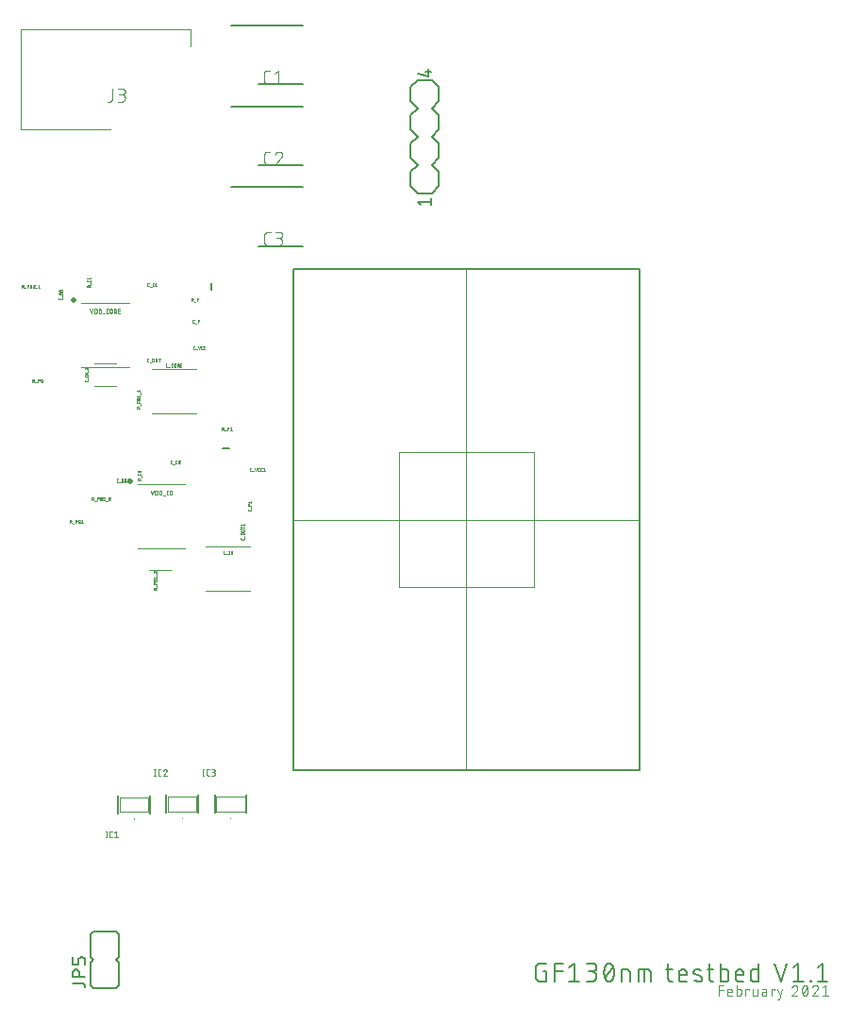
<source format=gbr>
G04 EAGLE Gerber RS-274X export*
G75*
%MOMM*%
%FSLAX34Y34*%
%LPD*%
%INSilkscreen Top*%
%IPPOS*%
%AMOC8*
5,1,8,0,0,1.08239X$1,22.5*%
G01*
%ADD10C,0.152400*%
%ADD11C,0.076200*%
%ADD12C,0.025400*%
%ADD13C,0.010000*%
%ADD14C,0.127000*%
%ADD15C,0.075000*%
%ADD16C,0.050800*%
%ADD17C,0.200000*%
%ADD18C,0.500000*%
%ADD19C,0.120000*%
%ADD20C,0.101600*%
%ADD21C,0.100000*%


D10*
X473824Y29793D02*
X476533Y29793D01*
X476533Y20762D01*
X471115Y20762D01*
X470997Y20764D01*
X470879Y20770D01*
X470761Y20779D01*
X470644Y20793D01*
X470527Y20810D01*
X470410Y20831D01*
X470295Y20856D01*
X470180Y20885D01*
X470066Y20918D01*
X469954Y20954D01*
X469843Y20994D01*
X469733Y21037D01*
X469624Y21084D01*
X469517Y21134D01*
X469412Y21189D01*
X469309Y21246D01*
X469208Y21307D01*
X469108Y21371D01*
X469011Y21438D01*
X468916Y21508D01*
X468824Y21582D01*
X468733Y21658D01*
X468646Y21738D01*
X468561Y21820D01*
X468479Y21905D01*
X468399Y21992D01*
X468323Y22083D01*
X468249Y22175D01*
X468179Y22270D01*
X468112Y22367D01*
X468048Y22467D01*
X467987Y22568D01*
X467930Y22671D01*
X467875Y22776D01*
X467825Y22883D01*
X467778Y22992D01*
X467735Y23102D01*
X467695Y23213D01*
X467659Y23325D01*
X467626Y23439D01*
X467597Y23554D01*
X467572Y23669D01*
X467551Y23786D01*
X467534Y23903D01*
X467520Y24020D01*
X467511Y24138D01*
X467505Y24256D01*
X467503Y24374D01*
X467502Y24374D02*
X467502Y33406D01*
X467503Y33406D02*
X467505Y33524D01*
X467511Y33642D01*
X467520Y33760D01*
X467534Y33877D01*
X467551Y33994D01*
X467572Y34111D01*
X467597Y34226D01*
X467626Y34341D01*
X467659Y34455D01*
X467695Y34567D01*
X467735Y34678D01*
X467778Y34788D01*
X467825Y34897D01*
X467875Y35004D01*
X467929Y35109D01*
X467987Y35212D01*
X468048Y35313D01*
X468112Y35413D01*
X468179Y35510D01*
X468249Y35605D01*
X468323Y35697D01*
X468399Y35788D01*
X468479Y35875D01*
X468561Y35960D01*
X468646Y36042D01*
X468733Y36122D01*
X468824Y36198D01*
X468916Y36272D01*
X469011Y36342D01*
X469108Y36409D01*
X469208Y36473D01*
X469309Y36534D01*
X469412Y36591D01*
X469517Y36645D01*
X469624Y36696D01*
X469733Y36743D01*
X469843Y36786D01*
X469954Y36826D01*
X470066Y36862D01*
X470180Y36895D01*
X470295Y36924D01*
X470410Y36949D01*
X470527Y36970D01*
X470644Y36987D01*
X470761Y37001D01*
X470879Y37010D01*
X470997Y37016D01*
X471115Y37018D01*
X476533Y37018D01*
X484205Y37018D02*
X484205Y20762D01*
X484205Y37018D02*
X491430Y37018D01*
X491430Y29793D02*
X484205Y29793D01*
X497202Y33406D02*
X501717Y37018D01*
X501717Y20762D01*
X497202Y20762D02*
X506233Y20762D01*
X512833Y20762D02*
X517348Y20762D01*
X517481Y20764D01*
X517613Y20770D01*
X517745Y20780D01*
X517877Y20793D01*
X518009Y20811D01*
X518139Y20832D01*
X518270Y20857D01*
X518399Y20886D01*
X518527Y20919D01*
X518655Y20955D01*
X518781Y20995D01*
X518906Y21039D01*
X519030Y21087D01*
X519152Y21138D01*
X519273Y21193D01*
X519392Y21251D01*
X519510Y21313D01*
X519625Y21378D01*
X519739Y21447D01*
X519850Y21518D01*
X519959Y21594D01*
X520066Y21672D01*
X520171Y21753D01*
X520273Y21838D01*
X520373Y21925D01*
X520470Y22015D01*
X520565Y22108D01*
X520656Y22204D01*
X520745Y22302D01*
X520831Y22403D01*
X520914Y22507D01*
X520994Y22613D01*
X521070Y22721D01*
X521144Y22831D01*
X521214Y22944D01*
X521281Y23058D01*
X521344Y23175D01*
X521404Y23293D01*
X521461Y23413D01*
X521514Y23535D01*
X521563Y23658D01*
X521609Y23782D01*
X521651Y23908D01*
X521689Y24035D01*
X521724Y24163D01*
X521755Y24292D01*
X521782Y24421D01*
X521805Y24552D01*
X521825Y24683D01*
X521840Y24815D01*
X521852Y24947D01*
X521860Y25079D01*
X521864Y25212D01*
X521864Y25344D01*
X521860Y25477D01*
X521852Y25609D01*
X521840Y25741D01*
X521825Y25873D01*
X521805Y26004D01*
X521782Y26135D01*
X521755Y26264D01*
X521724Y26393D01*
X521689Y26521D01*
X521651Y26648D01*
X521609Y26774D01*
X521563Y26898D01*
X521514Y27021D01*
X521461Y27143D01*
X521404Y27263D01*
X521344Y27381D01*
X521281Y27498D01*
X521214Y27612D01*
X521144Y27725D01*
X521070Y27835D01*
X520994Y27943D01*
X520914Y28049D01*
X520831Y28153D01*
X520745Y28254D01*
X520656Y28352D01*
X520565Y28448D01*
X520470Y28541D01*
X520373Y28631D01*
X520273Y28718D01*
X520171Y28803D01*
X520066Y28884D01*
X519959Y28962D01*
X519850Y29038D01*
X519739Y29109D01*
X519625Y29178D01*
X519510Y29243D01*
X519392Y29305D01*
X519273Y29363D01*
X519152Y29418D01*
X519030Y29469D01*
X518906Y29517D01*
X518781Y29561D01*
X518655Y29601D01*
X518527Y29637D01*
X518399Y29670D01*
X518270Y29699D01*
X518139Y29724D01*
X518009Y29745D01*
X517877Y29763D01*
X517745Y29776D01*
X517613Y29786D01*
X517481Y29792D01*
X517348Y29794D01*
X518251Y37018D02*
X512833Y37018D01*
X518251Y37018D02*
X518370Y37016D01*
X518490Y37010D01*
X518609Y37000D01*
X518727Y36986D01*
X518846Y36969D01*
X518963Y36947D01*
X519080Y36922D01*
X519195Y36892D01*
X519310Y36859D01*
X519424Y36822D01*
X519536Y36782D01*
X519647Y36737D01*
X519756Y36689D01*
X519864Y36638D01*
X519970Y36583D01*
X520074Y36524D01*
X520176Y36462D01*
X520276Y36397D01*
X520374Y36328D01*
X520470Y36256D01*
X520563Y36181D01*
X520653Y36104D01*
X520741Y36023D01*
X520826Y35939D01*
X520908Y35852D01*
X520988Y35763D01*
X521064Y35671D01*
X521138Y35577D01*
X521208Y35480D01*
X521275Y35382D01*
X521339Y35281D01*
X521399Y35177D01*
X521456Y35072D01*
X521509Y34965D01*
X521559Y34857D01*
X521605Y34747D01*
X521647Y34635D01*
X521686Y34522D01*
X521721Y34408D01*
X521752Y34293D01*
X521780Y34176D01*
X521803Y34059D01*
X521823Y33942D01*
X521839Y33823D01*
X521851Y33704D01*
X521859Y33585D01*
X521863Y33466D01*
X521863Y33346D01*
X521859Y33227D01*
X521851Y33108D01*
X521839Y32989D01*
X521823Y32870D01*
X521803Y32753D01*
X521780Y32636D01*
X521752Y32519D01*
X521721Y32404D01*
X521686Y32290D01*
X521647Y32177D01*
X521605Y32065D01*
X521559Y31955D01*
X521509Y31847D01*
X521456Y31740D01*
X521399Y31635D01*
X521339Y31531D01*
X521275Y31430D01*
X521208Y31332D01*
X521138Y31235D01*
X521064Y31141D01*
X520988Y31049D01*
X520908Y30960D01*
X520826Y30873D01*
X520741Y30789D01*
X520653Y30708D01*
X520563Y30631D01*
X520470Y30556D01*
X520374Y30484D01*
X520276Y30415D01*
X520176Y30350D01*
X520074Y30288D01*
X519970Y30229D01*
X519864Y30174D01*
X519756Y30123D01*
X519647Y30075D01*
X519536Y30030D01*
X519424Y29990D01*
X519310Y29953D01*
X519195Y29920D01*
X519080Y29890D01*
X518963Y29865D01*
X518846Y29843D01*
X518727Y29826D01*
X518609Y29812D01*
X518490Y29802D01*
X518370Y29796D01*
X518251Y29794D01*
X518251Y29793D02*
X514639Y29793D01*
X528464Y28890D02*
X528468Y29210D01*
X528479Y29529D01*
X528498Y29849D01*
X528525Y30167D01*
X528559Y30485D01*
X528601Y30802D01*
X528651Y31118D01*
X528708Y31433D01*
X528772Y31746D01*
X528844Y32058D01*
X528923Y32368D01*
X529010Y32675D01*
X529104Y32981D01*
X529205Y33284D01*
X529314Y33585D01*
X529429Y33883D01*
X529552Y34179D01*
X529682Y34471D01*
X529819Y34760D01*
X529819Y34761D02*
X529858Y34869D01*
X529901Y34976D01*
X529947Y35081D01*
X529998Y35185D01*
X530051Y35287D01*
X530108Y35387D01*
X530169Y35485D01*
X530233Y35580D01*
X530300Y35674D01*
X530371Y35765D01*
X530444Y35854D01*
X530521Y35940D01*
X530600Y36023D01*
X530682Y36104D01*
X530767Y36182D01*
X530855Y36256D01*
X530945Y36328D01*
X531037Y36396D01*
X531132Y36462D01*
X531229Y36524D01*
X531328Y36582D01*
X531430Y36638D01*
X531532Y36689D01*
X531637Y36737D01*
X531743Y36782D01*
X531851Y36823D01*
X531960Y36860D01*
X532070Y36893D01*
X532182Y36922D01*
X532294Y36948D01*
X532407Y36970D01*
X532521Y36987D01*
X532635Y37001D01*
X532750Y37011D01*
X532865Y37017D01*
X532980Y37019D01*
X532980Y37018D02*
X533095Y37016D01*
X533210Y37010D01*
X533325Y37000D01*
X533439Y36986D01*
X533553Y36969D01*
X533666Y36947D01*
X533778Y36921D01*
X533890Y36892D01*
X534000Y36859D01*
X534109Y36822D01*
X534217Y36781D01*
X534323Y36736D01*
X534428Y36688D01*
X534530Y36637D01*
X534631Y36581D01*
X534731Y36523D01*
X534828Y36461D01*
X534922Y36396D01*
X535015Y36327D01*
X535105Y36255D01*
X535193Y36181D01*
X535278Y36103D01*
X535360Y36022D01*
X535439Y35939D01*
X535516Y35853D01*
X535589Y35764D01*
X535660Y35673D01*
X535727Y35579D01*
X535791Y35484D01*
X535852Y35386D01*
X535909Y35286D01*
X535962Y35184D01*
X536013Y35080D01*
X536059Y34975D01*
X536102Y34868D01*
X536141Y34760D01*
X536140Y34760D02*
X536277Y34471D01*
X536407Y34179D01*
X536530Y33883D01*
X536645Y33585D01*
X536754Y33284D01*
X536855Y32981D01*
X536949Y32675D01*
X537036Y32368D01*
X537115Y32058D01*
X537187Y31746D01*
X537251Y31433D01*
X537308Y31118D01*
X537358Y30802D01*
X537400Y30485D01*
X537434Y30167D01*
X537461Y29849D01*
X537480Y29529D01*
X537491Y29210D01*
X537495Y28890D01*
X528464Y28890D02*
X528468Y28570D01*
X528479Y28251D01*
X528498Y27931D01*
X528525Y27613D01*
X528559Y27295D01*
X528601Y26978D01*
X528651Y26662D01*
X528708Y26347D01*
X528772Y26034D01*
X528844Y25722D01*
X528923Y25412D01*
X529010Y25105D01*
X529104Y24799D01*
X529205Y24496D01*
X529314Y24195D01*
X529429Y23897D01*
X529552Y23601D01*
X529682Y23309D01*
X529819Y23020D01*
X529858Y22912D01*
X529901Y22805D01*
X529947Y22700D01*
X529998Y22596D01*
X530051Y22494D01*
X530108Y22394D01*
X530169Y22296D01*
X530233Y22201D01*
X530300Y22107D01*
X530371Y22016D01*
X530444Y21927D01*
X530521Y21841D01*
X530600Y21758D01*
X530682Y21677D01*
X530767Y21599D01*
X530855Y21525D01*
X530945Y21453D01*
X531038Y21384D01*
X531132Y21319D01*
X531229Y21257D01*
X531329Y21199D01*
X531430Y21143D01*
X531532Y21092D01*
X531637Y21044D01*
X531743Y20999D01*
X531851Y20958D01*
X531960Y20921D01*
X532070Y20888D01*
X532182Y20859D01*
X532294Y20833D01*
X532407Y20811D01*
X532521Y20794D01*
X532635Y20780D01*
X532750Y20770D01*
X532865Y20764D01*
X532980Y20762D01*
X536140Y23020D02*
X536277Y23309D01*
X536407Y23601D01*
X536530Y23897D01*
X536645Y24195D01*
X536754Y24496D01*
X536855Y24799D01*
X536949Y25105D01*
X537036Y25412D01*
X537115Y25722D01*
X537187Y26034D01*
X537251Y26347D01*
X537308Y26662D01*
X537358Y26978D01*
X537400Y27295D01*
X537434Y27613D01*
X537461Y27931D01*
X537480Y28251D01*
X537491Y28570D01*
X537495Y28890D01*
X536141Y23020D02*
X536102Y22912D01*
X536059Y22805D01*
X536013Y22700D01*
X535962Y22596D01*
X535909Y22494D01*
X535852Y22394D01*
X535791Y22296D01*
X535727Y22201D01*
X535660Y22107D01*
X535589Y22016D01*
X535516Y21927D01*
X535439Y21841D01*
X535360Y21758D01*
X535278Y21677D01*
X535193Y21599D01*
X535105Y21525D01*
X535015Y21453D01*
X534922Y21384D01*
X534828Y21319D01*
X534731Y21257D01*
X534631Y21199D01*
X534530Y21143D01*
X534427Y21092D01*
X534323Y21044D01*
X534217Y20999D01*
X534109Y20958D01*
X534000Y20921D01*
X533890Y20888D01*
X533778Y20859D01*
X533666Y20833D01*
X533553Y20811D01*
X533439Y20794D01*
X533325Y20780D01*
X533210Y20770D01*
X533095Y20764D01*
X532980Y20762D01*
X529367Y24374D02*
X536592Y33406D01*
X544477Y31599D02*
X544477Y20762D01*
X544477Y31599D02*
X548993Y31599D01*
X549097Y31597D01*
X549200Y31591D01*
X549304Y31581D01*
X549407Y31567D01*
X549509Y31549D01*
X549610Y31528D01*
X549711Y31502D01*
X549810Y31473D01*
X549909Y31440D01*
X550006Y31403D01*
X550101Y31362D01*
X550195Y31318D01*
X550287Y31270D01*
X550377Y31219D01*
X550466Y31164D01*
X550552Y31106D01*
X550635Y31044D01*
X550717Y30980D01*
X550795Y30912D01*
X550871Y30842D01*
X550945Y30769D01*
X551015Y30692D01*
X551083Y30614D01*
X551147Y30532D01*
X551209Y30449D01*
X551267Y30363D01*
X551322Y30274D01*
X551373Y30184D01*
X551421Y30092D01*
X551465Y29998D01*
X551506Y29903D01*
X551543Y29806D01*
X551576Y29707D01*
X551605Y29608D01*
X551631Y29507D01*
X551652Y29406D01*
X551670Y29304D01*
X551684Y29201D01*
X551694Y29097D01*
X551700Y28994D01*
X551702Y28890D01*
X551702Y20762D01*
X559344Y20762D02*
X559344Y31599D01*
X567472Y31599D01*
X567573Y31597D01*
X567674Y31591D01*
X567775Y31582D01*
X567876Y31569D01*
X567976Y31552D01*
X568075Y31531D01*
X568173Y31507D01*
X568270Y31479D01*
X568367Y31447D01*
X568462Y31412D01*
X568555Y31373D01*
X568647Y31331D01*
X568738Y31285D01*
X568827Y31236D01*
X568913Y31184D01*
X568998Y31128D01*
X569081Y31070D01*
X569161Y31008D01*
X569239Y30943D01*
X569315Y30876D01*
X569388Y30806D01*
X569458Y30733D01*
X569525Y30657D01*
X569590Y30579D01*
X569652Y30499D01*
X569710Y30416D01*
X569766Y30331D01*
X569818Y30245D01*
X569867Y30156D01*
X569913Y30065D01*
X569955Y29973D01*
X569994Y29880D01*
X570029Y29785D01*
X570061Y29688D01*
X570089Y29591D01*
X570113Y29493D01*
X570134Y29394D01*
X570151Y29294D01*
X570164Y29193D01*
X570173Y29092D01*
X570179Y28991D01*
X570181Y28890D01*
X570182Y28890D02*
X570182Y20762D01*
X564763Y20762D02*
X564763Y31599D01*
X584342Y31599D02*
X589761Y31599D01*
X586148Y37018D02*
X586148Y23471D01*
X586149Y23471D02*
X586151Y23370D01*
X586157Y23269D01*
X586166Y23168D01*
X586179Y23067D01*
X586196Y22967D01*
X586217Y22868D01*
X586241Y22770D01*
X586269Y22673D01*
X586301Y22576D01*
X586336Y22481D01*
X586375Y22388D01*
X586417Y22296D01*
X586463Y22205D01*
X586512Y22116D01*
X586564Y22030D01*
X586620Y21945D01*
X586678Y21862D01*
X586740Y21782D01*
X586805Y21704D01*
X586872Y21628D01*
X586942Y21555D01*
X587015Y21485D01*
X587091Y21418D01*
X587169Y21353D01*
X587249Y21291D01*
X587332Y21233D01*
X587417Y21177D01*
X587504Y21125D01*
X587592Y21076D01*
X587683Y21030D01*
X587775Y20988D01*
X587868Y20949D01*
X587963Y20914D01*
X588060Y20882D01*
X588157Y20854D01*
X588255Y20830D01*
X588354Y20809D01*
X588454Y20792D01*
X588555Y20779D01*
X588656Y20770D01*
X588757Y20764D01*
X588858Y20762D01*
X589761Y20762D01*
X598249Y20762D02*
X602764Y20762D01*
X598249Y20762D02*
X598148Y20764D01*
X598047Y20770D01*
X597946Y20779D01*
X597845Y20792D01*
X597745Y20809D01*
X597646Y20830D01*
X597548Y20854D01*
X597451Y20882D01*
X597354Y20914D01*
X597259Y20949D01*
X597166Y20988D01*
X597074Y21030D01*
X596983Y21076D01*
X596895Y21125D01*
X596808Y21177D01*
X596723Y21233D01*
X596640Y21291D01*
X596560Y21353D01*
X596482Y21418D01*
X596406Y21485D01*
X596333Y21555D01*
X596263Y21628D01*
X596196Y21704D01*
X596131Y21782D01*
X596069Y21862D01*
X596011Y21945D01*
X595955Y22030D01*
X595903Y22116D01*
X595854Y22205D01*
X595808Y22296D01*
X595766Y22388D01*
X595727Y22481D01*
X595692Y22576D01*
X595660Y22673D01*
X595632Y22770D01*
X595608Y22868D01*
X595587Y22967D01*
X595570Y23067D01*
X595557Y23168D01*
X595548Y23269D01*
X595542Y23370D01*
X595540Y23471D01*
X595539Y23471D02*
X595539Y27987D01*
X595540Y27987D02*
X595542Y28106D01*
X595548Y28226D01*
X595558Y28345D01*
X595572Y28463D01*
X595589Y28582D01*
X595611Y28699D01*
X595636Y28816D01*
X595666Y28931D01*
X595699Y29046D01*
X595736Y29160D01*
X595776Y29272D01*
X595821Y29383D01*
X595869Y29492D01*
X595920Y29600D01*
X595975Y29706D01*
X596034Y29810D01*
X596096Y29912D01*
X596161Y30012D01*
X596230Y30110D01*
X596302Y30206D01*
X596377Y30299D01*
X596454Y30389D01*
X596535Y30477D01*
X596619Y30562D01*
X596706Y30644D01*
X596795Y30724D01*
X596887Y30800D01*
X596981Y30874D01*
X597078Y30944D01*
X597176Y31011D01*
X597277Y31075D01*
X597381Y31135D01*
X597486Y31192D01*
X597593Y31245D01*
X597701Y31295D01*
X597811Y31341D01*
X597923Y31383D01*
X598036Y31422D01*
X598150Y31457D01*
X598265Y31488D01*
X598382Y31516D01*
X598499Y31539D01*
X598616Y31559D01*
X598735Y31575D01*
X598854Y31587D01*
X598973Y31595D01*
X599092Y31599D01*
X599212Y31599D01*
X599331Y31595D01*
X599450Y31587D01*
X599569Y31575D01*
X599688Y31559D01*
X599805Y31539D01*
X599922Y31516D01*
X600039Y31488D01*
X600154Y31457D01*
X600268Y31422D01*
X600381Y31383D01*
X600493Y31341D01*
X600603Y31295D01*
X600711Y31245D01*
X600818Y31192D01*
X600923Y31135D01*
X601027Y31075D01*
X601128Y31011D01*
X601226Y30944D01*
X601323Y30874D01*
X601417Y30800D01*
X601509Y30724D01*
X601598Y30644D01*
X601685Y30562D01*
X601769Y30477D01*
X601850Y30389D01*
X601927Y30299D01*
X602002Y30206D01*
X602074Y30110D01*
X602143Y30012D01*
X602208Y29912D01*
X602270Y29810D01*
X602329Y29706D01*
X602384Y29600D01*
X602435Y29492D01*
X602483Y29383D01*
X602528Y29272D01*
X602568Y29160D01*
X602605Y29046D01*
X602638Y28931D01*
X602668Y28816D01*
X602693Y28699D01*
X602715Y28582D01*
X602732Y28463D01*
X602746Y28345D01*
X602756Y28226D01*
X602762Y28106D01*
X602764Y27987D01*
X602764Y26181D01*
X595539Y26181D01*
X610441Y27084D02*
X614957Y25278D01*
X610441Y27084D02*
X610353Y27121D01*
X610267Y27162D01*
X610182Y27206D01*
X610099Y27254D01*
X610019Y27305D01*
X609940Y27359D01*
X609864Y27417D01*
X609790Y27477D01*
X609718Y27541D01*
X609650Y27607D01*
X609584Y27677D01*
X609521Y27748D01*
X609460Y27823D01*
X609403Y27899D01*
X609350Y27978D01*
X609299Y28059D01*
X609252Y28142D01*
X609208Y28227D01*
X609168Y28314D01*
X609131Y28402D01*
X609098Y28492D01*
X609068Y28583D01*
X609043Y28675D01*
X609021Y28768D01*
X609003Y28862D01*
X608988Y28956D01*
X608978Y29051D01*
X608972Y29147D01*
X608969Y29242D01*
X608970Y29338D01*
X608976Y29433D01*
X608985Y29529D01*
X608998Y29623D01*
X609014Y29717D01*
X609035Y29811D01*
X609060Y29903D01*
X609088Y29994D01*
X609120Y30084D01*
X609155Y30173D01*
X609194Y30260D01*
X609237Y30346D01*
X609283Y30430D01*
X609333Y30511D01*
X609385Y30591D01*
X609441Y30669D01*
X609501Y30744D01*
X609563Y30816D01*
X609628Y30886D01*
X609696Y30954D01*
X609766Y31018D01*
X609839Y31080D01*
X609915Y31138D01*
X609993Y31194D01*
X610073Y31246D01*
X610155Y31295D01*
X610239Y31340D01*
X610325Y31382D01*
X610412Y31421D01*
X610501Y31456D01*
X610592Y31487D01*
X610683Y31514D01*
X610776Y31538D01*
X610869Y31558D01*
X610963Y31574D01*
X611058Y31586D01*
X611153Y31595D01*
X611249Y31599D01*
X611344Y31600D01*
X611591Y31593D01*
X611837Y31581D01*
X612083Y31563D01*
X612329Y31538D01*
X612573Y31508D01*
X612817Y31472D01*
X613060Y31431D01*
X613302Y31383D01*
X613543Y31329D01*
X613782Y31270D01*
X614020Y31205D01*
X614256Y31134D01*
X614491Y31058D01*
X614724Y30976D01*
X614954Y30888D01*
X615182Y30795D01*
X615409Y30697D01*
X614957Y25277D02*
X615045Y25240D01*
X615131Y25199D01*
X615216Y25155D01*
X615299Y25107D01*
X615379Y25056D01*
X615458Y25002D01*
X615534Y24944D01*
X615608Y24884D01*
X615680Y24820D01*
X615748Y24754D01*
X615814Y24684D01*
X615877Y24613D01*
X615938Y24538D01*
X615995Y24462D01*
X616048Y24383D01*
X616099Y24302D01*
X616146Y24219D01*
X616190Y24134D01*
X616230Y24047D01*
X616267Y23959D01*
X616300Y23869D01*
X616330Y23778D01*
X616355Y23686D01*
X616377Y23593D01*
X616395Y23499D01*
X616410Y23405D01*
X616420Y23310D01*
X616426Y23214D01*
X616429Y23119D01*
X616428Y23023D01*
X616422Y22928D01*
X616413Y22832D01*
X616400Y22738D01*
X616384Y22644D01*
X616363Y22550D01*
X616338Y22458D01*
X616310Y22367D01*
X616278Y22277D01*
X616243Y22188D01*
X616204Y22101D01*
X616161Y22015D01*
X616115Y21931D01*
X616065Y21850D01*
X616013Y21770D01*
X615957Y21692D01*
X615897Y21617D01*
X615835Y21545D01*
X615770Y21475D01*
X615702Y21407D01*
X615632Y21343D01*
X615559Y21281D01*
X615483Y21223D01*
X615405Y21167D01*
X615325Y21115D01*
X615243Y21066D01*
X615159Y21021D01*
X615073Y20979D01*
X614986Y20940D01*
X614897Y20905D01*
X614806Y20874D01*
X614715Y20847D01*
X614622Y20823D01*
X614529Y20803D01*
X614435Y20787D01*
X614340Y20775D01*
X614245Y20766D01*
X614149Y20762D01*
X614054Y20761D01*
X614053Y20762D02*
X613691Y20771D01*
X613329Y20789D01*
X612968Y20816D01*
X612608Y20851D01*
X612248Y20894D01*
X611889Y20946D01*
X611532Y21007D01*
X611177Y21076D01*
X610823Y21153D01*
X610471Y21239D01*
X610121Y21333D01*
X609773Y21436D01*
X609428Y21546D01*
X609086Y21665D01*
X621336Y31599D02*
X626755Y31599D01*
X623142Y37018D02*
X623142Y23471D01*
X623143Y23471D02*
X623145Y23370D01*
X623151Y23269D01*
X623160Y23168D01*
X623173Y23067D01*
X623190Y22967D01*
X623211Y22868D01*
X623235Y22770D01*
X623263Y22673D01*
X623295Y22576D01*
X623330Y22481D01*
X623369Y22388D01*
X623411Y22296D01*
X623457Y22205D01*
X623506Y22116D01*
X623558Y22030D01*
X623614Y21945D01*
X623672Y21862D01*
X623734Y21782D01*
X623799Y21704D01*
X623866Y21628D01*
X623936Y21555D01*
X624009Y21485D01*
X624085Y21418D01*
X624163Y21353D01*
X624243Y21291D01*
X624326Y21233D01*
X624411Y21177D01*
X624498Y21125D01*
X624586Y21076D01*
X624677Y21030D01*
X624769Y20988D01*
X624862Y20949D01*
X624957Y20914D01*
X625054Y20882D01*
X625151Y20854D01*
X625249Y20830D01*
X625348Y20809D01*
X625448Y20792D01*
X625549Y20779D01*
X625650Y20770D01*
X625751Y20764D01*
X625852Y20762D01*
X626755Y20762D01*
X633127Y20762D02*
X633127Y37018D01*
X633127Y20762D02*
X637643Y20762D01*
X637747Y20764D01*
X637850Y20770D01*
X637954Y20780D01*
X638057Y20794D01*
X638159Y20812D01*
X638260Y20833D01*
X638361Y20859D01*
X638460Y20888D01*
X638559Y20921D01*
X638656Y20958D01*
X638751Y20999D01*
X638845Y21043D01*
X638937Y21091D01*
X639027Y21142D01*
X639116Y21197D01*
X639202Y21255D01*
X639285Y21317D01*
X639367Y21381D01*
X639445Y21449D01*
X639521Y21519D01*
X639595Y21592D01*
X639665Y21669D01*
X639733Y21747D01*
X639797Y21829D01*
X639859Y21912D01*
X639917Y21998D01*
X639972Y22087D01*
X640023Y22177D01*
X640071Y22269D01*
X640115Y22363D01*
X640156Y22458D01*
X640193Y22555D01*
X640226Y22654D01*
X640255Y22753D01*
X640281Y22854D01*
X640302Y22955D01*
X640320Y23057D01*
X640334Y23160D01*
X640344Y23264D01*
X640350Y23367D01*
X640352Y23471D01*
X640352Y28890D01*
X640350Y28991D01*
X640344Y29092D01*
X640335Y29193D01*
X640322Y29294D01*
X640305Y29394D01*
X640284Y29493D01*
X640260Y29591D01*
X640232Y29688D01*
X640200Y29785D01*
X640165Y29880D01*
X640126Y29973D01*
X640084Y30065D01*
X640038Y30156D01*
X639989Y30245D01*
X639937Y30331D01*
X639881Y30416D01*
X639823Y30499D01*
X639761Y30579D01*
X639696Y30657D01*
X639629Y30733D01*
X639559Y30806D01*
X639486Y30876D01*
X639410Y30943D01*
X639332Y31008D01*
X639252Y31070D01*
X639169Y31128D01*
X639084Y31184D01*
X638998Y31236D01*
X638909Y31285D01*
X638818Y31331D01*
X638726Y31373D01*
X638633Y31412D01*
X638538Y31447D01*
X638441Y31479D01*
X638344Y31507D01*
X638246Y31531D01*
X638147Y31552D01*
X638047Y31569D01*
X637946Y31582D01*
X637845Y31591D01*
X637744Y31597D01*
X637643Y31599D01*
X633127Y31599D01*
X649311Y20762D02*
X653826Y20762D01*
X649311Y20762D02*
X649210Y20764D01*
X649109Y20770D01*
X649008Y20779D01*
X648907Y20792D01*
X648807Y20809D01*
X648708Y20830D01*
X648610Y20854D01*
X648513Y20882D01*
X648416Y20914D01*
X648321Y20949D01*
X648228Y20988D01*
X648136Y21030D01*
X648045Y21076D01*
X647957Y21125D01*
X647870Y21177D01*
X647785Y21233D01*
X647702Y21291D01*
X647622Y21353D01*
X647544Y21418D01*
X647468Y21485D01*
X647395Y21555D01*
X647325Y21628D01*
X647258Y21704D01*
X647193Y21782D01*
X647131Y21862D01*
X647073Y21945D01*
X647017Y22030D01*
X646965Y22116D01*
X646916Y22205D01*
X646870Y22296D01*
X646828Y22388D01*
X646789Y22481D01*
X646754Y22576D01*
X646722Y22673D01*
X646694Y22770D01*
X646670Y22868D01*
X646649Y22967D01*
X646632Y23067D01*
X646619Y23168D01*
X646610Y23269D01*
X646604Y23370D01*
X646602Y23471D01*
X646601Y23471D02*
X646601Y27987D01*
X646602Y27987D02*
X646604Y28106D01*
X646610Y28226D01*
X646620Y28345D01*
X646634Y28463D01*
X646651Y28582D01*
X646673Y28699D01*
X646698Y28816D01*
X646728Y28931D01*
X646761Y29046D01*
X646798Y29160D01*
X646838Y29272D01*
X646883Y29383D01*
X646931Y29492D01*
X646982Y29600D01*
X647037Y29706D01*
X647096Y29810D01*
X647158Y29912D01*
X647223Y30012D01*
X647292Y30110D01*
X647364Y30206D01*
X647439Y30299D01*
X647516Y30389D01*
X647597Y30477D01*
X647681Y30562D01*
X647768Y30644D01*
X647857Y30724D01*
X647949Y30800D01*
X648043Y30874D01*
X648140Y30944D01*
X648238Y31011D01*
X648339Y31075D01*
X648443Y31135D01*
X648548Y31192D01*
X648655Y31245D01*
X648763Y31295D01*
X648873Y31341D01*
X648985Y31383D01*
X649098Y31422D01*
X649212Y31457D01*
X649327Y31488D01*
X649444Y31516D01*
X649561Y31539D01*
X649678Y31559D01*
X649797Y31575D01*
X649916Y31587D01*
X650035Y31595D01*
X650154Y31599D01*
X650274Y31599D01*
X650393Y31595D01*
X650512Y31587D01*
X650631Y31575D01*
X650750Y31559D01*
X650867Y31539D01*
X650984Y31516D01*
X651101Y31488D01*
X651216Y31457D01*
X651330Y31422D01*
X651443Y31383D01*
X651555Y31341D01*
X651665Y31295D01*
X651773Y31245D01*
X651880Y31192D01*
X651985Y31135D01*
X652089Y31075D01*
X652190Y31011D01*
X652288Y30944D01*
X652385Y30874D01*
X652479Y30800D01*
X652571Y30724D01*
X652660Y30644D01*
X652747Y30562D01*
X652831Y30477D01*
X652912Y30389D01*
X652989Y30299D01*
X653064Y30206D01*
X653136Y30110D01*
X653205Y30012D01*
X653270Y29912D01*
X653332Y29810D01*
X653391Y29706D01*
X653446Y29600D01*
X653497Y29492D01*
X653545Y29383D01*
X653590Y29272D01*
X653630Y29160D01*
X653667Y29046D01*
X653700Y28931D01*
X653730Y28816D01*
X653755Y28699D01*
X653777Y28582D01*
X653794Y28463D01*
X653808Y28345D01*
X653818Y28226D01*
X653824Y28106D01*
X653826Y27987D01*
X653826Y26181D01*
X646601Y26181D01*
X667300Y20762D02*
X667300Y37018D01*
X667300Y20762D02*
X662784Y20762D01*
X662683Y20764D01*
X662582Y20770D01*
X662481Y20779D01*
X662380Y20792D01*
X662280Y20809D01*
X662181Y20830D01*
X662083Y20854D01*
X661986Y20882D01*
X661889Y20914D01*
X661794Y20949D01*
X661701Y20988D01*
X661609Y21030D01*
X661518Y21076D01*
X661430Y21125D01*
X661343Y21177D01*
X661258Y21233D01*
X661175Y21291D01*
X661095Y21353D01*
X661017Y21418D01*
X660941Y21485D01*
X660868Y21555D01*
X660798Y21628D01*
X660731Y21704D01*
X660666Y21782D01*
X660604Y21862D01*
X660546Y21945D01*
X660490Y22030D01*
X660438Y22116D01*
X660389Y22205D01*
X660343Y22296D01*
X660301Y22388D01*
X660262Y22481D01*
X660227Y22576D01*
X660195Y22673D01*
X660167Y22770D01*
X660143Y22868D01*
X660122Y22967D01*
X660105Y23067D01*
X660092Y23168D01*
X660083Y23269D01*
X660077Y23370D01*
X660075Y23471D01*
X660075Y28890D01*
X660077Y28991D01*
X660083Y29092D01*
X660092Y29193D01*
X660105Y29294D01*
X660122Y29394D01*
X660143Y29493D01*
X660167Y29591D01*
X660195Y29688D01*
X660227Y29785D01*
X660262Y29880D01*
X660301Y29973D01*
X660343Y30065D01*
X660389Y30156D01*
X660438Y30244D01*
X660490Y30331D01*
X660546Y30416D01*
X660604Y30499D01*
X660666Y30579D01*
X660731Y30657D01*
X660798Y30733D01*
X660868Y30806D01*
X660941Y30876D01*
X661017Y30943D01*
X661095Y31008D01*
X661175Y31070D01*
X661258Y31128D01*
X661343Y31184D01*
X661430Y31236D01*
X661518Y31285D01*
X661609Y31331D01*
X661701Y31373D01*
X661794Y31412D01*
X661889Y31447D01*
X661986Y31479D01*
X662083Y31507D01*
X662181Y31531D01*
X662280Y31552D01*
X662380Y31569D01*
X662481Y31582D01*
X662582Y31591D01*
X662683Y31597D01*
X662784Y31599D01*
X667300Y31599D01*
X681789Y37018D02*
X687208Y20762D01*
X692626Y37018D01*
X698323Y33406D02*
X702839Y37018D01*
X702839Y20762D01*
X707354Y20762D02*
X698323Y20762D01*
X713329Y20762D02*
X713329Y21665D01*
X714232Y21665D01*
X714232Y20762D01*
X713329Y20762D01*
X720207Y33406D02*
X724722Y37018D01*
X724722Y20762D01*
X720207Y20762D02*
X729238Y20762D01*
D11*
X631452Y17279D02*
X631452Y7881D01*
X631452Y17279D02*
X635629Y17279D01*
X635629Y13102D02*
X631452Y13102D01*
X640533Y7881D02*
X643144Y7881D01*
X640533Y7881D02*
X640456Y7883D01*
X640380Y7889D01*
X640303Y7898D01*
X640227Y7911D01*
X640152Y7928D01*
X640078Y7948D01*
X640005Y7973D01*
X639934Y8000D01*
X639863Y8031D01*
X639795Y8066D01*
X639728Y8104D01*
X639663Y8145D01*
X639600Y8189D01*
X639540Y8236D01*
X639481Y8287D01*
X639426Y8340D01*
X639373Y8395D01*
X639322Y8454D01*
X639275Y8514D01*
X639231Y8577D01*
X639190Y8642D01*
X639152Y8709D01*
X639117Y8777D01*
X639086Y8848D01*
X639059Y8919D01*
X639034Y8992D01*
X639014Y9066D01*
X638997Y9141D01*
X638984Y9217D01*
X638975Y9294D01*
X638969Y9370D01*
X638967Y9447D01*
X638967Y12058D01*
X638969Y12148D01*
X638975Y12237D01*
X638984Y12327D01*
X638998Y12416D01*
X639015Y12504D01*
X639036Y12591D01*
X639061Y12678D01*
X639090Y12763D01*
X639122Y12847D01*
X639157Y12929D01*
X639197Y13010D01*
X639239Y13089D01*
X639285Y13166D01*
X639335Y13241D01*
X639387Y13314D01*
X639443Y13385D01*
X639501Y13453D01*
X639563Y13518D01*
X639627Y13581D01*
X639694Y13641D01*
X639763Y13698D01*
X639835Y13752D01*
X639909Y13803D01*
X639985Y13851D01*
X640063Y13895D01*
X640143Y13936D01*
X640225Y13974D01*
X640308Y14008D01*
X640393Y14038D01*
X640479Y14065D01*
X640565Y14088D01*
X640653Y14107D01*
X640742Y14122D01*
X640831Y14134D01*
X640920Y14142D01*
X641010Y14146D01*
X641100Y14146D01*
X641190Y14142D01*
X641279Y14134D01*
X641368Y14122D01*
X641457Y14107D01*
X641545Y14088D01*
X641631Y14065D01*
X641717Y14038D01*
X641802Y14008D01*
X641885Y13974D01*
X641967Y13936D01*
X642047Y13895D01*
X642125Y13851D01*
X642201Y13803D01*
X642275Y13752D01*
X642347Y13698D01*
X642416Y13641D01*
X642483Y13581D01*
X642547Y13518D01*
X642609Y13453D01*
X642667Y13385D01*
X642723Y13314D01*
X642775Y13241D01*
X642825Y13166D01*
X642871Y13089D01*
X642913Y13010D01*
X642953Y12929D01*
X642988Y12847D01*
X643020Y12763D01*
X643049Y12678D01*
X643074Y12591D01*
X643095Y12504D01*
X643112Y12416D01*
X643126Y12327D01*
X643135Y12237D01*
X643141Y12148D01*
X643143Y12058D01*
X643144Y12058D02*
X643144Y11014D01*
X638967Y11014D01*
X647242Y7881D02*
X647242Y17279D01*
X647242Y7881D02*
X649853Y7881D01*
X649930Y7883D01*
X650006Y7889D01*
X650083Y7898D01*
X650159Y7911D01*
X650234Y7928D01*
X650308Y7948D01*
X650381Y7973D01*
X650452Y8000D01*
X650523Y8031D01*
X650591Y8066D01*
X650658Y8104D01*
X650723Y8145D01*
X650786Y8189D01*
X650846Y8236D01*
X650905Y8287D01*
X650960Y8340D01*
X651013Y8395D01*
X651064Y8454D01*
X651111Y8514D01*
X651155Y8577D01*
X651196Y8642D01*
X651234Y8709D01*
X651269Y8777D01*
X651300Y8848D01*
X651327Y8919D01*
X651352Y8992D01*
X651372Y9066D01*
X651389Y9141D01*
X651402Y9217D01*
X651411Y9293D01*
X651417Y9370D01*
X651419Y9447D01*
X651419Y12580D01*
X651417Y12657D01*
X651411Y12733D01*
X651402Y12810D01*
X651389Y12886D01*
X651372Y12961D01*
X651352Y13035D01*
X651327Y13108D01*
X651300Y13179D01*
X651269Y13250D01*
X651234Y13318D01*
X651196Y13385D01*
X651155Y13450D01*
X651111Y13513D01*
X651064Y13573D01*
X651013Y13632D01*
X650960Y13687D01*
X650905Y13740D01*
X650846Y13791D01*
X650786Y13838D01*
X650723Y13882D01*
X650658Y13923D01*
X650591Y13961D01*
X650523Y13996D01*
X650452Y14027D01*
X650381Y14054D01*
X650308Y14079D01*
X650234Y14099D01*
X650159Y14116D01*
X650083Y14129D01*
X650006Y14138D01*
X649930Y14144D01*
X649853Y14146D01*
X647242Y14146D01*
X655477Y14146D02*
X655477Y7881D01*
X655477Y14146D02*
X658610Y14146D01*
X658610Y13102D01*
X661827Y14146D02*
X661827Y9447D01*
X661829Y9370D01*
X661835Y9294D01*
X661844Y9217D01*
X661857Y9141D01*
X661874Y9066D01*
X661894Y8992D01*
X661919Y8919D01*
X661946Y8848D01*
X661977Y8777D01*
X662012Y8709D01*
X662050Y8642D01*
X662091Y8577D01*
X662135Y8514D01*
X662182Y8454D01*
X662233Y8395D01*
X662286Y8340D01*
X662341Y8287D01*
X662400Y8236D01*
X662460Y8189D01*
X662523Y8145D01*
X662588Y8104D01*
X662655Y8066D01*
X662723Y8031D01*
X662794Y8000D01*
X662865Y7973D01*
X662938Y7948D01*
X663012Y7928D01*
X663087Y7911D01*
X663163Y7898D01*
X663240Y7889D01*
X663316Y7883D01*
X663393Y7881D01*
X666004Y7881D01*
X666004Y14146D01*
X671838Y11536D02*
X674188Y11536D01*
X671838Y11535D02*
X671754Y11533D01*
X671669Y11527D01*
X671586Y11517D01*
X671502Y11504D01*
X671420Y11486D01*
X671338Y11465D01*
X671257Y11440D01*
X671178Y11412D01*
X671100Y11379D01*
X671024Y11343D01*
X670949Y11304D01*
X670876Y11261D01*
X670805Y11215D01*
X670737Y11166D01*
X670671Y11114D01*
X670607Y11058D01*
X670546Y11000D01*
X670488Y10939D01*
X670432Y10875D01*
X670380Y10809D01*
X670331Y10741D01*
X670285Y10670D01*
X670242Y10597D01*
X670203Y10522D01*
X670167Y10446D01*
X670134Y10368D01*
X670106Y10289D01*
X670081Y10208D01*
X670060Y10126D01*
X670042Y10044D01*
X670029Y9960D01*
X670019Y9877D01*
X670013Y9792D01*
X670011Y9708D01*
X670013Y9624D01*
X670019Y9539D01*
X670029Y9456D01*
X670042Y9372D01*
X670060Y9290D01*
X670081Y9208D01*
X670106Y9127D01*
X670134Y9048D01*
X670167Y8970D01*
X670203Y8894D01*
X670242Y8819D01*
X670285Y8746D01*
X670331Y8675D01*
X670380Y8607D01*
X670432Y8541D01*
X670488Y8477D01*
X670546Y8416D01*
X670607Y8358D01*
X670671Y8302D01*
X670737Y8250D01*
X670805Y8201D01*
X670876Y8155D01*
X670949Y8112D01*
X671024Y8073D01*
X671100Y8037D01*
X671178Y8004D01*
X671257Y7976D01*
X671338Y7951D01*
X671420Y7930D01*
X671502Y7912D01*
X671586Y7899D01*
X671669Y7889D01*
X671754Y7883D01*
X671838Y7881D01*
X674188Y7881D01*
X674188Y12580D01*
X674187Y12580D02*
X674185Y12657D01*
X674179Y12733D01*
X674170Y12810D01*
X674157Y12886D01*
X674140Y12961D01*
X674120Y13035D01*
X674095Y13108D01*
X674068Y13179D01*
X674037Y13250D01*
X674002Y13318D01*
X673964Y13385D01*
X673923Y13450D01*
X673879Y13513D01*
X673832Y13573D01*
X673781Y13632D01*
X673728Y13687D01*
X673673Y13740D01*
X673614Y13791D01*
X673554Y13838D01*
X673491Y13882D01*
X673426Y13923D01*
X673359Y13961D01*
X673291Y13996D01*
X673220Y14027D01*
X673149Y14054D01*
X673076Y14079D01*
X673002Y14099D01*
X672927Y14116D01*
X672851Y14129D01*
X672774Y14138D01*
X672698Y14144D01*
X672621Y14146D01*
X670533Y14146D01*
X678642Y14146D02*
X678642Y7881D01*
X678642Y14146D02*
X681775Y14146D01*
X681775Y13102D01*
X684382Y4748D02*
X685426Y4748D01*
X688559Y14146D01*
X684382Y14146D02*
X686470Y7881D01*
X699838Y17280D02*
X699933Y17278D01*
X700027Y17272D01*
X700121Y17263D01*
X700215Y17250D01*
X700308Y17233D01*
X700400Y17212D01*
X700492Y17187D01*
X700582Y17159D01*
X700671Y17127D01*
X700759Y17092D01*
X700845Y17053D01*
X700930Y17011D01*
X701013Y16965D01*
X701094Y16916D01*
X701173Y16864D01*
X701250Y16809D01*
X701324Y16750D01*
X701396Y16689D01*
X701466Y16625D01*
X701533Y16558D01*
X701597Y16488D01*
X701658Y16416D01*
X701717Y16342D01*
X701772Y16265D01*
X701824Y16186D01*
X701873Y16105D01*
X701919Y16022D01*
X701961Y15937D01*
X702000Y15851D01*
X702035Y15763D01*
X702067Y15674D01*
X702095Y15584D01*
X702120Y15492D01*
X702141Y15400D01*
X702158Y15307D01*
X702171Y15213D01*
X702180Y15119D01*
X702186Y15025D01*
X702188Y14930D01*
X699838Y17279D02*
X699730Y17277D01*
X699621Y17271D01*
X699513Y17261D01*
X699406Y17248D01*
X699299Y17230D01*
X699192Y17209D01*
X699087Y17184D01*
X698982Y17155D01*
X698879Y17123D01*
X698777Y17086D01*
X698676Y17046D01*
X698577Y17003D01*
X698479Y16956D01*
X698383Y16905D01*
X698289Y16851D01*
X698197Y16794D01*
X698107Y16733D01*
X698019Y16669D01*
X697934Y16603D01*
X697851Y16533D01*
X697771Y16460D01*
X697693Y16384D01*
X697618Y16306D01*
X697546Y16225D01*
X697477Y16141D01*
X697411Y16055D01*
X697348Y15967D01*
X697289Y15876D01*
X697232Y15784D01*
X697179Y15689D01*
X697130Y15593D01*
X697084Y15494D01*
X697041Y15395D01*
X697002Y15293D01*
X696967Y15191D01*
X701404Y13102D02*
X701473Y13171D01*
X701539Y13242D01*
X701603Y13315D01*
X701664Y13391D01*
X701722Y13470D01*
X701776Y13550D01*
X701828Y13633D01*
X701876Y13717D01*
X701922Y13803D01*
X701963Y13891D01*
X702002Y13981D01*
X702037Y14072D01*
X702068Y14164D01*
X702096Y14257D01*
X702120Y14351D01*
X702140Y14446D01*
X702157Y14542D01*
X702170Y14639D01*
X702179Y14736D01*
X702185Y14833D01*
X702187Y14930D01*
X701404Y13102D02*
X696966Y7881D01*
X702187Y7881D01*
X706110Y12580D02*
X706112Y12765D01*
X706119Y12950D01*
X706130Y13134D01*
X706145Y13318D01*
X706165Y13502D01*
X706189Y13686D01*
X706218Y13868D01*
X706251Y14050D01*
X706288Y14231D01*
X706330Y14411D01*
X706376Y14591D01*
X706426Y14769D01*
X706480Y14945D01*
X706539Y15121D01*
X706601Y15295D01*
X706668Y15467D01*
X706739Y15638D01*
X706814Y15807D01*
X706893Y15974D01*
X706923Y16054D01*
X706956Y16133D01*
X706993Y16210D01*
X707033Y16286D01*
X707076Y16360D01*
X707122Y16432D01*
X707172Y16501D01*
X707224Y16569D01*
X707280Y16634D01*
X707338Y16697D01*
X707400Y16756D01*
X707463Y16814D01*
X707530Y16868D01*
X707598Y16919D01*
X707669Y16967D01*
X707742Y17012D01*
X707816Y17054D01*
X707893Y17092D01*
X707971Y17127D01*
X708050Y17159D01*
X708131Y17187D01*
X708213Y17211D01*
X708297Y17232D01*
X708380Y17249D01*
X708465Y17262D01*
X708550Y17271D01*
X708635Y17277D01*
X708721Y17279D01*
X708807Y17277D01*
X708892Y17271D01*
X708977Y17262D01*
X709062Y17249D01*
X709145Y17232D01*
X709229Y17211D01*
X709311Y17187D01*
X709392Y17159D01*
X709471Y17127D01*
X709549Y17092D01*
X709626Y17054D01*
X709700Y17012D01*
X709773Y16967D01*
X709844Y16919D01*
X709912Y16868D01*
X709979Y16814D01*
X710042Y16756D01*
X710104Y16697D01*
X710162Y16634D01*
X710218Y16569D01*
X710270Y16501D01*
X710320Y16432D01*
X710366Y16360D01*
X710409Y16286D01*
X710449Y16210D01*
X710486Y16133D01*
X710519Y16054D01*
X710549Y15974D01*
X710548Y15974D02*
X710627Y15807D01*
X710702Y15638D01*
X710773Y15467D01*
X710840Y15295D01*
X710902Y15121D01*
X710961Y14945D01*
X711015Y14769D01*
X711065Y14591D01*
X711111Y14411D01*
X711153Y14231D01*
X711190Y14050D01*
X711223Y13868D01*
X711252Y13686D01*
X711276Y13502D01*
X711296Y13318D01*
X711311Y13134D01*
X711322Y12950D01*
X711329Y12765D01*
X711331Y12580D01*
X706110Y12580D02*
X706112Y12395D01*
X706119Y12210D01*
X706130Y12026D01*
X706145Y11842D01*
X706165Y11658D01*
X706189Y11474D01*
X706218Y11292D01*
X706251Y11110D01*
X706288Y10929D01*
X706330Y10749D01*
X706376Y10569D01*
X706426Y10391D01*
X706480Y10215D01*
X706539Y10039D01*
X706601Y9865D01*
X706668Y9693D01*
X706739Y9522D01*
X706814Y9353D01*
X706893Y9186D01*
X706923Y9106D01*
X706956Y9027D01*
X706993Y8950D01*
X707033Y8874D01*
X707076Y8800D01*
X707122Y8728D01*
X707172Y8659D01*
X707225Y8591D01*
X707280Y8526D01*
X707339Y8463D01*
X707400Y8404D01*
X707463Y8346D01*
X707530Y8292D01*
X707598Y8241D01*
X707669Y8193D01*
X707742Y8148D01*
X707816Y8106D01*
X707893Y8068D01*
X707971Y8033D01*
X708050Y8001D01*
X708131Y7973D01*
X708213Y7949D01*
X708297Y7928D01*
X708380Y7911D01*
X708465Y7898D01*
X708550Y7889D01*
X708635Y7883D01*
X708721Y7881D01*
X710548Y9186D02*
X710627Y9353D01*
X710702Y9522D01*
X710773Y9693D01*
X710840Y9865D01*
X710902Y10039D01*
X710961Y10215D01*
X711015Y10391D01*
X711065Y10569D01*
X711111Y10749D01*
X711153Y10929D01*
X711190Y11110D01*
X711223Y11292D01*
X711252Y11474D01*
X711276Y11658D01*
X711296Y11842D01*
X711311Y12026D01*
X711322Y12210D01*
X711329Y12395D01*
X711331Y12580D01*
X710549Y9186D02*
X710519Y9106D01*
X710486Y9027D01*
X710449Y8950D01*
X710409Y8874D01*
X710366Y8800D01*
X710320Y8728D01*
X710270Y8659D01*
X710218Y8591D01*
X710162Y8526D01*
X710104Y8463D01*
X710042Y8404D01*
X709979Y8346D01*
X709912Y8292D01*
X709844Y8241D01*
X709773Y8193D01*
X709700Y8148D01*
X709626Y8106D01*
X709549Y8068D01*
X709471Y8033D01*
X709392Y8001D01*
X709311Y7973D01*
X709229Y7949D01*
X709145Y7928D01*
X709062Y7911D01*
X708977Y7898D01*
X708892Y7889D01*
X708807Y7883D01*
X708721Y7881D01*
X706632Y9969D02*
X710809Y15191D01*
X718126Y17280D02*
X718221Y17278D01*
X718315Y17272D01*
X718409Y17263D01*
X718503Y17250D01*
X718596Y17233D01*
X718688Y17212D01*
X718780Y17187D01*
X718870Y17159D01*
X718959Y17127D01*
X719047Y17092D01*
X719133Y17053D01*
X719218Y17011D01*
X719301Y16965D01*
X719382Y16916D01*
X719461Y16864D01*
X719538Y16809D01*
X719612Y16750D01*
X719684Y16689D01*
X719754Y16625D01*
X719821Y16558D01*
X719885Y16488D01*
X719946Y16416D01*
X720005Y16342D01*
X720060Y16265D01*
X720112Y16186D01*
X720161Y16105D01*
X720207Y16022D01*
X720249Y15937D01*
X720288Y15851D01*
X720323Y15763D01*
X720355Y15674D01*
X720383Y15584D01*
X720408Y15492D01*
X720429Y15400D01*
X720446Y15307D01*
X720459Y15213D01*
X720468Y15119D01*
X720474Y15025D01*
X720476Y14930D01*
X718126Y17279D02*
X718018Y17277D01*
X717909Y17271D01*
X717801Y17261D01*
X717694Y17248D01*
X717587Y17230D01*
X717480Y17209D01*
X717375Y17184D01*
X717270Y17155D01*
X717167Y17123D01*
X717065Y17086D01*
X716964Y17046D01*
X716865Y17003D01*
X716767Y16956D01*
X716671Y16905D01*
X716577Y16851D01*
X716485Y16794D01*
X716395Y16733D01*
X716307Y16669D01*
X716222Y16603D01*
X716139Y16533D01*
X716059Y16460D01*
X715981Y16384D01*
X715906Y16306D01*
X715834Y16225D01*
X715765Y16141D01*
X715699Y16055D01*
X715636Y15967D01*
X715577Y15876D01*
X715520Y15784D01*
X715467Y15689D01*
X715418Y15593D01*
X715372Y15494D01*
X715329Y15395D01*
X715290Y15293D01*
X715255Y15191D01*
X719692Y13102D02*
X719761Y13171D01*
X719827Y13242D01*
X719891Y13315D01*
X719952Y13391D01*
X720010Y13470D01*
X720064Y13550D01*
X720116Y13633D01*
X720164Y13717D01*
X720210Y13803D01*
X720251Y13891D01*
X720290Y13981D01*
X720325Y14072D01*
X720356Y14164D01*
X720384Y14257D01*
X720408Y14351D01*
X720428Y14446D01*
X720445Y14542D01*
X720458Y14639D01*
X720467Y14736D01*
X720473Y14833D01*
X720475Y14930D01*
X719692Y13102D02*
X715254Y7881D01*
X720475Y7881D01*
X724398Y15191D02*
X727008Y17279D01*
X727008Y7881D01*
X724398Y7881D02*
X729619Y7881D01*
D12*
X120079Y644387D02*
X119458Y644387D01*
X119409Y644389D01*
X119361Y644395D01*
X119313Y644404D01*
X119266Y644417D01*
X119220Y644434D01*
X119176Y644455D01*
X119134Y644479D01*
X119093Y644506D01*
X119055Y644536D01*
X119019Y644569D01*
X118986Y644605D01*
X118956Y644643D01*
X118929Y644684D01*
X118905Y644726D01*
X118884Y644770D01*
X118867Y644816D01*
X118854Y644863D01*
X118845Y644911D01*
X118839Y644959D01*
X118837Y645008D01*
X118837Y646560D01*
X118839Y646609D01*
X118845Y646657D01*
X118854Y646705D01*
X118867Y646752D01*
X118884Y646798D01*
X118905Y646842D01*
X118929Y646884D01*
X118956Y646925D01*
X118986Y646963D01*
X119019Y646999D01*
X119055Y647032D01*
X119093Y647062D01*
X119134Y647089D01*
X119176Y647113D01*
X119220Y647134D01*
X119266Y647151D01*
X119313Y647164D01*
X119361Y647173D01*
X119409Y647179D01*
X119458Y647181D01*
X120079Y647181D01*
X121012Y644077D02*
X122254Y644077D01*
X123938Y644387D02*
X124559Y644387D01*
X123938Y644387D02*
X123889Y644389D01*
X123841Y644395D01*
X123793Y644404D01*
X123746Y644417D01*
X123700Y644434D01*
X123656Y644455D01*
X123614Y644479D01*
X123573Y644506D01*
X123535Y644536D01*
X123499Y644569D01*
X123466Y644605D01*
X123436Y644643D01*
X123409Y644684D01*
X123385Y644726D01*
X123364Y644770D01*
X123347Y644816D01*
X123334Y644863D01*
X123325Y644911D01*
X123319Y644959D01*
X123317Y645008D01*
X123317Y646560D01*
X123319Y646609D01*
X123325Y646657D01*
X123334Y646705D01*
X123347Y646752D01*
X123364Y646798D01*
X123385Y646842D01*
X123409Y646884D01*
X123436Y646925D01*
X123466Y646963D01*
X123499Y646999D01*
X123535Y647032D01*
X123573Y647062D01*
X123614Y647089D01*
X123656Y647113D01*
X123700Y647134D01*
X123746Y647151D01*
X123793Y647164D01*
X123841Y647173D01*
X123889Y647179D01*
X123938Y647181D01*
X124559Y647181D01*
X125612Y646560D02*
X126388Y647181D01*
X126388Y644387D01*
X125612Y644387D02*
X127164Y644387D01*
X139958Y485287D02*
X140579Y485287D01*
X139958Y485287D02*
X139909Y485289D01*
X139861Y485295D01*
X139813Y485304D01*
X139766Y485317D01*
X139720Y485334D01*
X139676Y485355D01*
X139634Y485379D01*
X139593Y485406D01*
X139555Y485436D01*
X139519Y485469D01*
X139486Y485505D01*
X139456Y485543D01*
X139429Y485584D01*
X139405Y485626D01*
X139384Y485670D01*
X139367Y485716D01*
X139354Y485763D01*
X139345Y485811D01*
X139339Y485859D01*
X139337Y485908D01*
X139337Y487460D01*
X139339Y487509D01*
X139345Y487557D01*
X139354Y487605D01*
X139367Y487652D01*
X139384Y487698D01*
X139405Y487742D01*
X139429Y487784D01*
X139456Y487825D01*
X139486Y487863D01*
X139519Y487899D01*
X139555Y487932D01*
X139593Y487962D01*
X139634Y487989D01*
X139676Y488013D01*
X139720Y488034D01*
X139766Y488051D01*
X139813Y488064D01*
X139861Y488073D01*
X139909Y488079D01*
X139958Y488081D01*
X140579Y488081D01*
X141512Y484977D02*
X142754Y484977D01*
X144438Y485287D02*
X145059Y485287D01*
X144438Y485287D02*
X144389Y485289D01*
X144341Y485295D01*
X144293Y485304D01*
X144246Y485317D01*
X144200Y485334D01*
X144156Y485355D01*
X144114Y485379D01*
X144073Y485406D01*
X144035Y485436D01*
X143999Y485469D01*
X143966Y485505D01*
X143936Y485543D01*
X143909Y485584D01*
X143885Y485626D01*
X143864Y485670D01*
X143847Y485716D01*
X143834Y485763D01*
X143825Y485811D01*
X143819Y485859D01*
X143817Y485908D01*
X143817Y487460D01*
X143819Y487509D01*
X143825Y487557D01*
X143834Y487605D01*
X143847Y487652D01*
X143864Y487698D01*
X143885Y487742D01*
X143909Y487784D01*
X143936Y487825D01*
X143966Y487863D01*
X143999Y487899D01*
X144035Y487932D01*
X144073Y487962D01*
X144114Y487989D01*
X144156Y488013D01*
X144200Y488034D01*
X144246Y488051D01*
X144293Y488064D01*
X144341Y488073D01*
X144389Y488079D01*
X144438Y488081D01*
X145059Y488081D01*
X146965Y488082D02*
X147015Y488080D01*
X147064Y488075D01*
X147114Y488066D01*
X147162Y488054D01*
X147209Y488038D01*
X147255Y488019D01*
X147300Y487996D01*
X147343Y487971D01*
X147384Y487943D01*
X147423Y487911D01*
X147459Y487877D01*
X147493Y487841D01*
X147525Y487802D01*
X147553Y487761D01*
X147578Y487718D01*
X147601Y487673D01*
X147620Y487627D01*
X147636Y487580D01*
X147648Y487532D01*
X147657Y487482D01*
X147662Y487433D01*
X147664Y487383D01*
X146965Y488081D02*
X146909Y488079D01*
X146852Y488074D01*
X146797Y488065D01*
X146742Y488053D01*
X146688Y488037D01*
X146635Y488018D01*
X146583Y487996D01*
X146533Y487970D01*
X146484Y487941D01*
X146437Y487909D01*
X146393Y487875D01*
X146351Y487838D01*
X146311Y487798D01*
X146273Y487755D01*
X146239Y487711D01*
X146207Y487664D01*
X146179Y487616D01*
X146153Y487565D01*
X146131Y487513D01*
X146112Y487460D01*
X147431Y486840D02*
X147467Y486876D01*
X147500Y486914D01*
X147530Y486955D01*
X147557Y486998D01*
X147582Y487042D01*
X147603Y487088D01*
X147622Y487135D01*
X147637Y487183D01*
X147649Y487232D01*
X147657Y487282D01*
X147662Y487332D01*
X147664Y487383D01*
X147431Y486839D02*
X146112Y485287D01*
X147664Y485287D01*
X159958Y611387D02*
X160579Y611387D01*
X159958Y611387D02*
X159909Y611389D01*
X159861Y611395D01*
X159813Y611404D01*
X159766Y611417D01*
X159720Y611434D01*
X159676Y611455D01*
X159634Y611479D01*
X159593Y611506D01*
X159555Y611536D01*
X159519Y611569D01*
X159486Y611605D01*
X159456Y611643D01*
X159429Y611684D01*
X159405Y611726D01*
X159384Y611770D01*
X159367Y611816D01*
X159354Y611863D01*
X159345Y611911D01*
X159339Y611959D01*
X159337Y612008D01*
X159337Y613560D01*
X159339Y613609D01*
X159345Y613657D01*
X159354Y613705D01*
X159367Y613752D01*
X159384Y613798D01*
X159405Y613842D01*
X159429Y613884D01*
X159456Y613925D01*
X159486Y613963D01*
X159519Y613999D01*
X159555Y614032D01*
X159593Y614062D01*
X159634Y614089D01*
X159676Y614113D01*
X159720Y614134D01*
X159766Y614151D01*
X159813Y614164D01*
X159861Y614173D01*
X159909Y614179D01*
X159958Y614181D01*
X160579Y614181D01*
X161512Y611077D02*
X162754Y611077D01*
X163923Y611387D02*
X163923Y614181D01*
X165164Y614181D01*
X165164Y612939D02*
X163923Y612939D01*
X211681Y444187D02*
X211681Y443566D01*
X211679Y443517D01*
X211673Y443469D01*
X211664Y443421D01*
X211651Y443374D01*
X211634Y443328D01*
X211613Y443284D01*
X211589Y443242D01*
X211562Y443201D01*
X211532Y443163D01*
X211499Y443127D01*
X211463Y443094D01*
X211425Y443064D01*
X211384Y443037D01*
X211342Y443013D01*
X211298Y442992D01*
X211252Y442975D01*
X211205Y442962D01*
X211157Y442953D01*
X211109Y442947D01*
X211060Y442945D01*
X209508Y442945D01*
X209459Y442947D01*
X209411Y442953D01*
X209363Y442962D01*
X209316Y442975D01*
X209270Y442992D01*
X209226Y443013D01*
X209184Y443036D01*
X209143Y443064D01*
X209105Y443094D01*
X209069Y443127D01*
X209036Y443163D01*
X209006Y443201D01*
X208979Y443241D01*
X208955Y443284D01*
X208934Y443328D01*
X208917Y443374D01*
X208904Y443421D01*
X208895Y443469D01*
X208889Y443517D01*
X208887Y443566D01*
X208887Y444187D01*
X211991Y445120D02*
X211991Y446362D01*
X211681Y447530D02*
X208887Y447530D01*
X208887Y448772D01*
X210129Y448772D02*
X210129Y447530D01*
X209508Y449811D02*
X208887Y450587D01*
X211681Y450587D01*
X211681Y449811D02*
X211681Y451363D01*
X119678Y576719D02*
X119057Y576719D01*
X119008Y576721D01*
X118960Y576727D01*
X118912Y576736D01*
X118865Y576749D01*
X118819Y576766D01*
X118775Y576787D01*
X118733Y576811D01*
X118692Y576838D01*
X118654Y576868D01*
X118618Y576901D01*
X118585Y576937D01*
X118555Y576975D01*
X118528Y577016D01*
X118504Y577058D01*
X118483Y577102D01*
X118466Y577148D01*
X118453Y577195D01*
X118444Y577243D01*
X118438Y577291D01*
X118436Y577340D01*
X118436Y578892D01*
X118438Y578941D01*
X118444Y578989D01*
X118453Y579037D01*
X118466Y579084D01*
X118483Y579130D01*
X118504Y579174D01*
X118528Y579216D01*
X118555Y579257D01*
X118585Y579295D01*
X118618Y579331D01*
X118654Y579364D01*
X118692Y579394D01*
X118733Y579421D01*
X118775Y579445D01*
X118819Y579466D01*
X118865Y579483D01*
X118912Y579496D01*
X118960Y579505D01*
X119008Y579511D01*
X119057Y579513D01*
X119678Y579513D01*
X120611Y576409D02*
X121853Y576409D01*
X122924Y577495D02*
X122924Y578737D01*
X122926Y578792D01*
X122932Y578847D01*
X122942Y578902D01*
X122955Y578956D01*
X122973Y579008D01*
X122994Y579059D01*
X123019Y579109D01*
X123047Y579157D01*
X123079Y579202D01*
X123114Y579245D01*
X123151Y579286D01*
X123192Y579323D01*
X123235Y579358D01*
X123280Y579390D01*
X123328Y579418D01*
X123378Y579443D01*
X123429Y579464D01*
X123481Y579482D01*
X123535Y579495D01*
X123590Y579505D01*
X123645Y579511D01*
X123700Y579513D01*
X123755Y579511D01*
X123810Y579505D01*
X123865Y579495D01*
X123919Y579482D01*
X123971Y579464D01*
X124022Y579443D01*
X124072Y579418D01*
X124120Y579390D01*
X124165Y579358D01*
X124208Y579323D01*
X124249Y579286D01*
X124286Y579245D01*
X124321Y579202D01*
X124353Y579157D01*
X124381Y579109D01*
X124406Y579059D01*
X124427Y579008D01*
X124445Y578956D01*
X124458Y578902D01*
X124468Y578847D01*
X124474Y578792D01*
X124476Y578737D01*
X124477Y578737D02*
X124477Y577495D01*
X124476Y577495D02*
X124474Y577440D01*
X124468Y577385D01*
X124458Y577330D01*
X124445Y577276D01*
X124427Y577224D01*
X124406Y577173D01*
X124381Y577123D01*
X124353Y577075D01*
X124321Y577030D01*
X124286Y576987D01*
X124249Y576946D01*
X124208Y576909D01*
X124165Y576874D01*
X124120Y576842D01*
X124072Y576814D01*
X124022Y576789D01*
X123971Y576768D01*
X123919Y576750D01*
X123865Y576737D01*
X123810Y576727D01*
X123755Y576721D01*
X123700Y576719D01*
X123645Y576721D01*
X123590Y576727D01*
X123535Y576737D01*
X123481Y576750D01*
X123429Y576768D01*
X123378Y576789D01*
X123328Y576814D01*
X123280Y576842D01*
X123235Y576874D01*
X123192Y576909D01*
X123151Y576946D01*
X123114Y576987D01*
X123079Y577030D01*
X123047Y577075D01*
X123019Y577123D01*
X122994Y577173D01*
X122973Y577224D01*
X122955Y577276D01*
X122942Y577330D01*
X122932Y577385D01*
X122926Y577440D01*
X122924Y577495D01*
X125759Y577495D02*
X125759Y579513D01*
X125759Y577495D02*
X125761Y577440D01*
X125767Y577385D01*
X125777Y577330D01*
X125790Y577276D01*
X125808Y577224D01*
X125829Y577173D01*
X125854Y577123D01*
X125882Y577075D01*
X125914Y577030D01*
X125949Y576987D01*
X125986Y576946D01*
X126027Y576909D01*
X126070Y576874D01*
X126115Y576842D01*
X126163Y576814D01*
X126213Y576789D01*
X126264Y576768D01*
X126316Y576750D01*
X126370Y576737D01*
X126425Y576727D01*
X126480Y576721D01*
X126535Y576719D01*
X126590Y576721D01*
X126645Y576727D01*
X126700Y576737D01*
X126754Y576750D01*
X126806Y576768D01*
X126857Y576789D01*
X126907Y576814D01*
X126955Y576842D01*
X127000Y576874D01*
X127043Y576909D01*
X127084Y576946D01*
X127121Y576987D01*
X127156Y577030D01*
X127188Y577075D01*
X127216Y577123D01*
X127241Y577173D01*
X127262Y577224D01*
X127280Y577276D01*
X127293Y577330D01*
X127303Y577385D01*
X127309Y577440D01*
X127311Y577495D01*
X127311Y579513D01*
X129187Y579513D02*
X129187Y576719D01*
X128411Y579513D02*
X129963Y579513D01*
X205381Y418417D02*
X205381Y417796D01*
X205379Y417747D01*
X205373Y417699D01*
X205364Y417651D01*
X205351Y417604D01*
X205334Y417558D01*
X205313Y417514D01*
X205289Y417472D01*
X205262Y417431D01*
X205232Y417393D01*
X205199Y417357D01*
X205163Y417324D01*
X205125Y417294D01*
X205084Y417267D01*
X205042Y417243D01*
X204998Y417222D01*
X204952Y417205D01*
X204905Y417192D01*
X204857Y417183D01*
X204809Y417177D01*
X204760Y417175D01*
X203208Y417175D01*
X203159Y417177D01*
X203111Y417183D01*
X203063Y417192D01*
X203016Y417205D01*
X202970Y417222D01*
X202926Y417243D01*
X202884Y417266D01*
X202843Y417294D01*
X202805Y417324D01*
X202769Y417357D01*
X202736Y417393D01*
X202706Y417431D01*
X202679Y417471D01*
X202655Y417514D01*
X202634Y417558D01*
X202617Y417604D01*
X202604Y417651D01*
X202595Y417699D01*
X202589Y417747D01*
X202587Y417796D01*
X202587Y418417D01*
X205691Y419350D02*
X205691Y420592D01*
X204605Y421664D02*
X203363Y421664D01*
X203308Y421666D01*
X203253Y421672D01*
X203198Y421682D01*
X203144Y421695D01*
X203092Y421713D01*
X203041Y421734D01*
X202991Y421759D01*
X202943Y421787D01*
X202898Y421819D01*
X202855Y421854D01*
X202814Y421891D01*
X202777Y421932D01*
X202742Y421975D01*
X202710Y422020D01*
X202682Y422068D01*
X202657Y422118D01*
X202636Y422169D01*
X202618Y422221D01*
X202605Y422275D01*
X202595Y422330D01*
X202589Y422385D01*
X202587Y422440D01*
X202589Y422495D01*
X202595Y422550D01*
X202605Y422605D01*
X202618Y422659D01*
X202636Y422711D01*
X202657Y422762D01*
X202682Y422812D01*
X202710Y422860D01*
X202742Y422905D01*
X202777Y422948D01*
X202814Y422989D01*
X202855Y423026D01*
X202898Y423061D01*
X202943Y423093D01*
X202991Y423121D01*
X203041Y423146D01*
X203092Y423167D01*
X203144Y423185D01*
X203198Y423198D01*
X203253Y423208D01*
X203308Y423214D01*
X203363Y423216D01*
X204605Y423216D01*
X204660Y423214D01*
X204715Y423208D01*
X204770Y423198D01*
X204824Y423185D01*
X204876Y423167D01*
X204927Y423146D01*
X204977Y423121D01*
X205025Y423093D01*
X205070Y423061D01*
X205113Y423026D01*
X205154Y422989D01*
X205191Y422948D01*
X205226Y422905D01*
X205258Y422860D01*
X205286Y422812D01*
X205311Y422762D01*
X205332Y422711D01*
X205350Y422659D01*
X205363Y422605D01*
X205373Y422550D01*
X205379Y422495D01*
X205381Y422440D01*
X205379Y422385D01*
X205373Y422330D01*
X205363Y422275D01*
X205350Y422221D01*
X205332Y422169D01*
X205311Y422118D01*
X205286Y422068D01*
X205258Y422020D01*
X205226Y421975D01*
X205191Y421932D01*
X205154Y421891D01*
X205113Y421854D01*
X205070Y421819D01*
X205025Y421787D01*
X204977Y421759D01*
X204927Y421734D01*
X204876Y421713D01*
X204824Y421695D01*
X204770Y421682D01*
X204715Y421672D01*
X204660Y421666D01*
X204605Y421664D01*
X204605Y424499D02*
X202587Y424499D01*
X204605Y424499D02*
X204660Y424501D01*
X204715Y424507D01*
X204770Y424517D01*
X204824Y424530D01*
X204876Y424548D01*
X204927Y424569D01*
X204977Y424594D01*
X205025Y424622D01*
X205070Y424654D01*
X205113Y424689D01*
X205154Y424726D01*
X205191Y424767D01*
X205226Y424810D01*
X205258Y424855D01*
X205286Y424903D01*
X205311Y424953D01*
X205332Y425004D01*
X205350Y425056D01*
X205363Y425110D01*
X205373Y425165D01*
X205379Y425220D01*
X205381Y425275D01*
X205379Y425330D01*
X205373Y425385D01*
X205363Y425440D01*
X205350Y425494D01*
X205332Y425546D01*
X205311Y425597D01*
X205286Y425647D01*
X205258Y425695D01*
X205226Y425740D01*
X205191Y425783D01*
X205154Y425824D01*
X205113Y425861D01*
X205070Y425896D01*
X205025Y425928D01*
X204977Y425956D01*
X204927Y425981D01*
X204876Y426002D01*
X204824Y426020D01*
X204770Y426033D01*
X204715Y426043D01*
X204660Y426049D01*
X204605Y426051D01*
X202587Y426051D01*
X202587Y427927D02*
X205381Y427927D01*
X202587Y428703D02*
X202587Y427150D01*
X203208Y429711D02*
X202587Y430487D01*
X205381Y430487D01*
X205381Y429711D02*
X205381Y431263D01*
X42013Y633258D02*
X42013Y633879D01*
X42013Y633258D02*
X42011Y633209D01*
X42005Y633161D01*
X41996Y633113D01*
X41983Y633066D01*
X41966Y633020D01*
X41945Y632976D01*
X41921Y632934D01*
X41894Y632893D01*
X41864Y632855D01*
X41831Y632819D01*
X41795Y632786D01*
X41757Y632756D01*
X41716Y632729D01*
X41674Y632705D01*
X41630Y632684D01*
X41584Y632667D01*
X41537Y632654D01*
X41489Y632645D01*
X41441Y632639D01*
X41392Y632637D01*
X39840Y632637D01*
X39791Y632639D01*
X39743Y632645D01*
X39695Y632654D01*
X39648Y632667D01*
X39602Y632684D01*
X39558Y632705D01*
X39516Y632728D01*
X39475Y632756D01*
X39437Y632786D01*
X39401Y632819D01*
X39368Y632855D01*
X39338Y632893D01*
X39311Y632933D01*
X39287Y632976D01*
X39266Y633020D01*
X39249Y633066D01*
X39236Y633113D01*
X39227Y633161D01*
X39221Y633209D01*
X39219Y633258D01*
X39219Y633879D01*
X42323Y634812D02*
X42323Y636054D01*
X42013Y637965D02*
X42011Y638014D01*
X42005Y638062D01*
X41996Y638110D01*
X41983Y638157D01*
X41966Y638203D01*
X41945Y638247D01*
X41921Y638289D01*
X41894Y638330D01*
X41864Y638368D01*
X41831Y638404D01*
X41795Y638437D01*
X41757Y638467D01*
X41716Y638494D01*
X41674Y638518D01*
X41630Y638539D01*
X41584Y638556D01*
X41537Y638569D01*
X41489Y638578D01*
X41441Y638584D01*
X41392Y638586D01*
X42013Y637965D02*
X42011Y637896D01*
X42006Y637827D01*
X41997Y637759D01*
X41984Y637691D01*
X41968Y637624D01*
X41948Y637558D01*
X41925Y637492D01*
X41898Y637429D01*
X41869Y637366D01*
X41835Y637306D01*
X41799Y637247D01*
X41760Y637190D01*
X41718Y637136D01*
X41673Y637083D01*
X41625Y637033D01*
X39840Y637112D02*
X39791Y637114D01*
X39743Y637120D01*
X39695Y637129D01*
X39648Y637142D01*
X39602Y637159D01*
X39558Y637180D01*
X39516Y637204D01*
X39475Y637231D01*
X39437Y637261D01*
X39401Y637294D01*
X39368Y637330D01*
X39338Y637368D01*
X39311Y637409D01*
X39287Y637451D01*
X39266Y637495D01*
X39249Y637541D01*
X39236Y637588D01*
X39227Y637636D01*
X39221Y637684D01*
X39219Y637733D01*
X39221Y637795D01*
X39226Y637858D01*
X39234Y637919D01*
X39246Y637981D01*
X39261Y638041D01*
X39279Y638101D01*
X39300Y638160D01*
X39324Y638217D01*
X39352Y638273D01*
X39382Y638328D01*
X39416Y638381D01*
X39452Y638431D01*
X40384Y637422D02*
X40358Y637382D01*
X40330Y637345D01*
X40300Y637310D01*
X40266Y637277D01*
X40231Y637246D01*
X40193Y637219D01*
X40153Y637194D01*
X40112Y637172D01*
X40069Y637154D01*
X40024Y637139D01*
X39979Y637127D01*
X39933Y637118D01*
X39887Y637113D01*
X39840Y637111D01*
X40848Y638276D02*
X40874Y638316D01*
X40902Y638353D01*
X40932Y638388D01*
X40966Y638421D01*
X41001Y638452D01*
X41039Y638479D01*
X41079Y638504D01*
X41120Y638526D01*
X41163Y638544D01*
X41208Y638559D01*
X41253Y638571D01*
X41299Y638580D01*
X41345Y638585D01*
X41392Y638587D01*
X40849Y638276D02*
X40383Y637422D01*
X42013Y640526D02*
X42011Y640575D01*
X42005Y640623D01*
X41996Y640671D01*
X41983Y640718D01*
X41966Y640764D01*
X41945Y640808D01*
X41921Y640850D01*
X41894Y640891D01*
X41864Y640929D01*
X41831Y640965D01*
X41795Y640998D01*
X41757Y641028D01*
X41716Y641055D01*
X41674Y641079D01*
X41630Y641100D01*
X41584Y641117D01*
X41537Y641130D01*
X41489Y641139D01*
X41441Y641145D01*
X41392Y641147D01*
X42013Y640526D02*
X42011Y640457D01*
X42006Y640388D01*
X41997Y640320D01*
X41984Y640252D01*
X41968Y640185D01*
X41948Y640119D01*
X41925Y640053D01*
X41898Y639990D01*
X41869Y639927D01*
X41835Y639867D01*
X41799Y639808D01*
X41760Y639751D01*
X41718Y639697D01*
X41673Y639644D01*
X41625Y639594D01*
X39840Y639672D02*
X39791Y639674D01*
X39743Y639680D01*
X39695Y639689D01*
X39648Y639702D01*
X39602Y639719D01*
X39558Y639740D01*
X39516Y639764D01*
X39475Y639791D01*
X39437Y639821D01*
X39401Y639854D01*
X39368Y639890D01*
X39338Y639928D01*
X39311Y639969D01*
X39287Y640011D01*
X39266Y640055D01*
X39249Y640101D01*
X39236Y640148D01*
X39227Y640196D01*
X39221Y640244D01*
X39219Y640293D01*
X39221Y640355D01*
X39226Y640418D01*
X39234Y640479D01*
X39246Y640541D01*
X39261Y640601D01*
X39279Y640661D01*
X39300Y640720D01*
X39324Y640777D01*
X39352Y640833D01*
X39382Y640888D01*
X39416Y640941D01*
X39452Y640991D01*
X40384Y639983D02*
X40358Y639943D01*
X40330Y639906D01*
X40300Y639871D01*
X40266Y639838D01*
X40231Y639807D01*
X40193Y639780D01*
X40153Y639755D01*
X40112Y639733D01*
X40069Y639715D01*
X40024Y639700D01*
X39979Y639688D01*
X39933Y639679D01*
X39887Y639674D01*
X39840Y639672D01*
X40848Y640836D02*
X40874Y640876D01*
X40902Y640913D01*
X40932Y640948D01*
X40966Y640981D01*
X41001Y641012D01*
X41039Y641039D01*
X41079Y641064D01*
X41120Y641086D01*
X41163Y641104D01*
X41208Y641119D01*
X41253Y641131D01*
X41299Y641140D01*
X41345Y641145D01*
X41392Y641147D01*
X40849Y640836D02*
X40383Y639982D01*
X91558Y468687D02*
X92179Y468687D01*
X91558Y468687D02*
X91509Y468689D01*
X91461Y468695D01*
X91413Y468704D01*
X91366Y468717D01*
X91320Y468734D01*
X91276Y468755D01*
X91234Y468779D01*
X91193Y468806D01*
X91155Y468836D01*
X91119Y468869D01*
X91086Y468905D01*
X91056Y468943D01*
X91029Y468984D01*
X91005Y469026D01*
X90984Y469070D01*
X90967Y469116D01*
X90954Y469163D01*
X90945Y469211D01*
X90939Y469259D01*
X90937Y469308D01*
X90937Y470860D01*
X90939Y470909D01*
X90945Y470957D01*
X90954Y471005D01*
X90967Y471052D01*
X90984Y471098D01*
X91005Y471142D01*
X91029Y471184D01*
X91056Y471225D01*
X91086Y471263D01*
X91119Y471299D01*
X91155Y471332D01*
X91193Y471362D01*
X91234Y471389D01*
X91276Y471413D01*
X91320Y471434D01*
X91366Y471451D01*
X91413Y471464D01*
X91461Y471473D01*
X91509Y471479D01*
X91558Y471481D01*
X92179Y471481D01*
X93112Y468377D02*
X94354Y468377D01*
X96265Y468687D02*
X96314Y468689D01*
X96362Y468695D01*
X96410Y468704D01*
X96457Y468717D01*
X96503Y468734D01*
X96547Y468755D01*
X96589Y468779D01*
X96630Y468806D01*
X96668Y468836D01*
X96704Y468869D01*
X96737Y468905D01*
X96767Y468943D01*
X96794Y468984D01*
X96818Y469026D01*
X96839Y469070D01*
X96856Y469116D01*
X96869Y469163D01*
X96878Y469211D01*
X96884Y469259D01*
X96886Y469308D01*
X96265Y468687D02*
X96196Y468689D01*
X96127Y468694D01*
X96059Y468703D01*
X95991Y468716D01*
X95924Y468732D01*
X95857Y468752D01*
X95792Y468775D01*
X95729Y468802D01*
X95666Y468831D01*
X95606Y468865D01*
X95547Y468901D01*
X95490Y468940D01*
X95436Y468982D01*
X95383Y469027D01*
X95333Y469075D01*
X95412Y470860D02*
X95414Y470909D01*
X95420Y470957D01*
X95429Y471005D01*
X95442Y471052D01*
X95459Y471098D01*
X95480Y471142D01*
X95504Y471184D01*
X95531Y471225D01*
X95561Y471263D01*
X95594Y471299D01*
X95630Y471332D01*
X95668Y471362D01*
X95709Y471390D01*
X95751Y471413D01*
X95795Y471434D01*
X95841Y471451D01*
X95888Y471464D01*
X95936Y471473D01*
X95984Y471479D01*
X96033Y471481D01*
X96095Y471479D01*
X96158Y471474D01*
X96219Y471466D01*
X96281Y471454D01*
X96341Y471439D01*
X96401Y471421D01*
X96460Y471400D01*
X96517Y471376D01*
X96573Y471348D01*
X96628Y471318D01*
X96680Y471284D01*
X96731Y471248D01*
X95722Y470316D02*
X95682Y470342D01*
X95645Y470370D01*
X95610Y470400D01*
X95577Y470434D01*
X95546Y470469D01*
X95519Y470507D01*
X95494Y470547D01*
X95472Y470588D01*
X95454Y470631D01*
X95439Y470676D01*
X95427Y470721D01*
X95418Y470767D01*
X95413Y470813D01*
X95411Y470860D01*
X96576Y469852D02*
X96616Y469826D01*
X96653Y469798D01*
X96688Y469768D01*
X96721Y469734D01*
X96752Y469699D01*
X96779Y469661D01*
X96804Y469621D01*
X96826Y469580D01*
X96844Y469537D01*
X96859Y469492D01*
X96871Y469447D01*
X96880Y469401D01*
X96885Y469355D01*
X96887Y469308D01*
X96576Y469851D02*
X95722Y470317D01*
X98826Y468687D02*
X98875Y468689D01*
X98923Y468695D01*
X98971Y468704D01*
X99018Y468717D01*
X99064Y468734D01*
X99108Y468755D01*
X99150Y468779D01*
X99191Y468806D01*
X99229Y468836D01*
X99265Y468869D01*
X99298Y468905D01*
X99328Y468943D01*
X99355Y468984D01*
X99379Y469026D01*
X99400Y469070D01*
X99417Y469116D01*
X99430Y469163D01*
X99439Y469211D01*
X99445Y469259D01*
X99447Y469308D01*
X98826Y468687D02*
X98757Y468689D01*
X98688Y468694D01*
X98620Y468703D01*
X98552Y468716D01*
X98485Y468732D01*
X98418Y468752D01*
X98353Y468775D01*
X98290Y468802D01*
X98227Y468831D01*
X98167Y468865D01*
X98108Y468901D01*
X98051Y468940D01*
X97997Y468982D01*
X97944Y469027D01*
X97894Y469075D01*
X97972Y470860D02*
X97974Y470909D01*
X97980Y470957D01*
X97989Y471005D01*
X98002Y471052D01*
X98019Y471098D01*
X98040Y471142D01*
X98064Y471184D01*
X98091Y471225D01*
X98121Y471263D01*
X98154Y471299D01*
X98190Y471332D01*
X98228Y471362D01*
X98269Y471390D01*
X98311Y471413D01*
X98355Y471434D01*
X98401Y471451D01*
X98448Y471464D01*
X98496Y471473D01*
X98544Y471479D01*
X98593Y471481D01*
X98655Y471479D01*
X98718Y471474D01*
X98779Y471466D01*
X98841Y471454D01*
X98901Y471439D01*
X98961Y471421D01*
X99020Y471400D01*
X99077Y471376D01*
X99133Y471348D01*
X99188Y471318D01*
X99240Y471284D01*
X99291Y471248D01*
X98283Y470316D02*
X98243Y470342D01*
X98206Y470370D01*
X98171Y470400D01*
X98138Y470434D01*
X98107Y470469D01*
X98080Y470507D01*
X98055Y470547D01*
X98033Y470588D01*
X98015Y470631D01*
X98000Y470676D01*
X97988Y470721D01*
X97979Y470767D01*
X97974Y470813D01*
X97972Y470860D01*
X99136Y469852D02*
X99176Y469826D01*
X99213Y469798D01*
X99248Y469768D01*
X99281Y469734D01*
X99312Y469699D01*
X99339Y469661D01*
X99364Y469621D01*
X99386Y469580D01*
X99404Y469537D01*
X99419Y469492D01*
X99431Y469447D01*
X99440Y469401D01*
X99445Y469355D01*
X99447Y469308D01*
X99136Y469851D02*
X98282Y470317D01*
X100546Y470860D02*
X101322Y471481D01*
X101322Y468687D01*
X100546Y468687D02*
X102098Y468687D01*
X160258Y587987D02*
X160879Y587987D01*
X160258Y587987D02*
X160209Y587989D01*
X160161Y587995D01*
X160113Y588004D01*
X160066Y588017D01*
X160020Y588034D01*
X159976Y588055D01*
X159934Y588079D01*
X159893Y588106D01*
X159855Y588136D01*
X159819Y588169D01*
X159786Y588205D01*
X159756Y588243D01*
X159729Y588284D01*
X159705Y588326D01*
X159684Y588370D01*
X159667Y588416D01*
X159654Y588463D01*
X159645Y588511D01*
X159639Y588559D01*
X159637Y588608D01*
X159637Y590160D01*
X159639Y590209D01*
X159645Y590257D01*
X159654Y590305D01*
X159667Y590352D01*
X159684Y590398D01*
X159705Y590442D01*
X159729Y590484D01*
X159756Y590525D01*
X159786Y590563D01*
X159819Y590599D01*
X159855Y590632D01*
X159893Y590662D01*
X159934Y590689D01*
X159976Y590713D01*
X160020Y590734D01*
X160066Y590751D01*
X160113Y590764D01*
X160161Y590773D01*
X160209Y590779D01*
X160258Y590781D01*
X160879Y590781D01*
X161812Y587677D02*
X163054Y587677D01*
X164902Y587987D02*
X163970Y590781D01*
X165833Y590781D02*
X164902Y587987D01*
X167482Y587987D02*
X168102Y587987D01*
X167482Y587987D02*
X167433Y587989D01*
X167385Y587995D01*
X167337Y588004D01*
X167290Y588017D01*
X167244Y588034D01*
X167200Y588055D01*
X167158Y588079D01*
X167117Y588106D01*
X167079Y588136D01*
X167043Y588169D01*
X167010Y588205D01*
X166980Y588243D01*
X166953Y588284D01*
X166929Y588326D01*
X166908Y588370D01*
X166891Y588416D01*
X166878Y588463D01*
X166869Y588511D01*
X166863Y588559D01*
X166861Y588608D01*
X166861Y590160D01*
X166863Y590209D01*
X166869Y590257D01*
X166878Y590305D01*
X166891Y590352D01*
X166908Y590398D01*
X166929Y590442D01*
X166953Y590484D01*
X166980Y590525D01*
X167010Y590563D01*
X167043Y590599D01*
X167079Y590632D01*
X167117Y590662D01*
X167158Y590689D01*
X167200Y590713D01*
X167244Y590734D01*
X167290Y590751D01*
X167337Y590764D01*
X167385Y590773D01*
X167433Y590779D01*
X167482Y590781D01*
X168102Y590781D01*
X169767Y587987D02*
X170388Y587987D01*
X169767Y587987D02*
X169718Y587989D01*
X169670Y587995D01*
X169622Y588004D01*
X169575Y588017D01*
X169529Y588034D01*
X169485Y588055D01*
X169443Y588079D01*
X169402Y588106D01*
X169364Y588136D01*
X169328Y588169D01*
X169295Y588205D01*
X169265Y588243D01*
X169238Y588284D01*
X169214Y588326D01*
X169193Y588370D01*
X169176Y588416D01*
X169163Y588463D01*
X169154Y588511D01*
X169148Y588559D01*
X169146Y588608D01*
X169147Y588608D02*
X169147Y590160D01*
X169149Y590209D01*
X169155Y590257D01*
X169164Y590305D01*
X169177Y590352D01*
X169194Y590398D01*
X169215Y590442D01*
X169239Y590484D01*
X169266Y590525D01*
X169296Y590563D01*
X169329Y590599D01*
X169365Y590632D01*
X169403Y590662D01*
X169444Y590689D01*
X169486Y590713D01*
X169530Y590734D01*
X169576Y590751D01*
X169623Y590764D01*
X169671Y590773D01*
X169719Y590779D01*
X169768Y590781D01*
X169767Y590781D02*
X170388Y590781D01*
X211228Y478619D02*
X211849Y478619D01*
X211228Y478619D02*
X211179Y478621D01*
X211131Y478627D01*
X211083Y478636D01*
X211036Y478649D01*
X210990Y478666D01*
X210946Y478687D01*
X210904Y478711D01*
X210863Y478738D01*
X210825Y478768D01*
X210789Y478801D01*
X210756Y478837D01*
X210726Y478875D01*
X210699Y478916D01*
X210675Y478958D01*
X210654Y479002D01*
X210637Y479048D01*
X210624Y479095D01*
X210615Y479143D01*
X210609Y479191D01*
X210607Y479240D01*
X210607Y480792D01*
X210609Y480841D01*
X210615Y480889D01*
X210624Y480937D01*
X210637Y480984D01*
X210654Y481030D01*
X210675Y481074D01*
X210699Y481116D01*
X210726Y481157D01*
X210756Y481195D01*
X210789Y481231D01*
X210825Y481264D01*
X210863Y481294D01*
X210904Y481321D01*
X210946Y481345D01*
X210990Y481366D01*
X211036Y481383D01*
X211083Y481396D01*
X211131Y481405D01*
X211179Y481411D01*
X211228Y481413D01*
X211849Y481413D01*
X212782Y478309D02*
X214024Y478309D01*
X215872Y478619D02*
X214940Y481413D01*
X216803Y481413D02*
X215872Y478619D01*
X218452Y478619D02*
X219072Y478619D01*
X218452Y478619D02*
X218403Y478621D01*
X218355Y478627D01*
X218307Y478636D01*
X218260Y478649D01*
X218214Y478666D01*
X218170Y478687D01*
X218128Y478711D01*
X218087Y478738D01*
X218049Y478768D01*
X218013Y478801D01*
X217980Y478837D01*
X217950Y478875D01*
X217923Y478916D01*
X217899Y478958D01*
X217878Y479002D01*
X217861Y479048D01*
X217848Y479095D01*
X217839Y479143D01*
X217833Y479191D01*
X217831Y479240D01*
X217831Y480792D01*
X217833Y480841D01*
X217839Y480889D01*
X217848Y480937D01*
X217861Y480984D01*
X217878Y481030D01*
X217899Y481074D01*
X217923Y481116D01*
X217950Y481157D01*
X217980Y481195D01*
X218013Y481231D01*
X218049Y481264D01*
X218087Y481294D01*
X218128Y481321D01*
X218170Y481345D01*
X218214Y481366D01*
X218260Y481383D01*
X218307Y481396D01*
X218355Y481405D01*
X218403Y481411D01*
X218452Y481413D01*
X219072Y481413D01*
X220738Y478619D02*
X221358Y478619D01*
X220738Y478619D02*
X220689Y478621D01*
X220641Y478627D01*
X220593Y478636D01*
X220546Y478649D01*
X220500Y478666D01*
X220456Y478687D01*
X220414Y478711D01*
X220373Y478738D01*
X220335Y478768D01*
X220299Y478801D01*
X220266Y478837D01*
X220236Y478875D01*
X220209Y478916D01*
X220185Y478958D01*
X220164Y479002D01*
X220147Y479048D01*
X220134Y479095D01*
X220125Y479143D01*
X220119Y479191D01*
X220117Y479240D01*
X220117Y480792D01*
X220119Y480841D01*
X220125Y480889D01*
X220134Y480937D01*
X220147Y480984D01*
X220164Y481030D01*
X220185Y481074D01*
X220209Y481116D01*
X220236Y481157D01*
X220266Y481195D01*
X220299Y481231D01*
X220335Y481264D01*
X220373Y481294D01*
X220414Y481321D01*
X220456Y481345D01*
X220500Y481366D01*
X220546Y481383D01*
X220593Y481396D01*
X220641Y481405D01*
X220689Y481411D01*
X220738Y481413D01*
X221358Y481413D01*
X222411Y480792D02*
X223187Y481413D01*
X223187Y478619D01*
X222411Y478619D02*
X223963Y478619D01*
D13*
X106400Y166700D02*
X106400Y166600D01*
D14*
X120600Y171600D02*
X120600Y187600D01*
X92200Y187600D02*
X92200Y171600D01*
D15*
X93700Y186100D02*
X119200Y186100D01*
X119200Y173000D01*
X93700Y173000D01*
X93700Y186100D01*
D16*
X81675Y155342D02*
X81675Y149754D01*
X81054Y149754D02*
X82296Y149754D01*
X82296Y155342D02*
X81054Y155342D01*
X85737Y149754D02*
X86979Y149754D01*
X85737Y149754D02*
X85667Y149756D01*
X85598Y149762D01*
X85529Y149772D01*
X85461Y149785D01*
X85393Y149803D01*
X85327Y149824D01*
X85262Y149849D01*
X85198Y149877D01*
X85136Y149909D01*
X85076Y149944D01*
X85018Y149983D01*
X84963Y150025D01*
X84909Y150070D01*
X84859Y150118D01*
X84811Y150168D01*
X84766Y150222D01*
X84724Y150277D01*
X84685Y150335D01*
X84650Y150395D01*
X84618Y150457D01*
X84590Y150521D01*
X84565Y150586D01*
X84544Y150652D01*
X84526Y150720D01*
X84513Y150788D01*
X84503Y150857D01*
X84497Y150926D01*
X84495Y150996D01*
X84495Y154100D01*
X84497Y154170D01*
X84503Y154239D01*
X84513Y154308D01*
X84526Y154376D01*
X84544Y154444D01*
X84565Y154510D01*
X84590Y154575D01*
X84618Y154639D01*
X84650Y154701D01*
X84685Y154761D01*
X84724Y154819D01*
X84766Y154874D01*
X84811Y154928D01*
X84859Y154978D01*
X84909Y155026D01*
X84963Y155071D01*
X85018Y155113D01*
X85076Y155152D01*
X85136Y155187D01*
X85198Y155219D01*
X85262Y155247D01*
X85327Y155272D01*
X85393Y155293D01*
X85461Y155311D01*
X85529Y155324D01*
X85598Y155334D01*
X85667Y155340D01*
X85737Y155342D01*
X86979Y155342D01*
X89084Y154100D02*
X90636Y155342D01*
X90636Y149754D01*
X89084Y149754D02*
X92188Y149754D01*
D13*
X149900Y166800D02*
X149900Y166900D01*
D14*
X164100Y171800D02*
X164100Y187800D01*
X135700Y187800D02*
X135700Y171800D01*
D15*
X137200Y186300D02*
X162700Y186300D01*
X162700Y173200D01*
X137200Y173200D01*
X137200Y186300D01*
D16*
X125375Y205454D02*
X125375Y211042D01*
X124754Y205454D02*
X125996Y205454D01*
X125996Y211042D02*
X124754Y211042D01*
X129437Y205454D02*
X130679Y205454D01*
X129437Y205454D02*
X129367Y205456D01*
X129298Y205462D01*
X129229Y205472D01*
X129161Y205485D01*
X129093Y205503D01*
X129027Y205524D01*
X128962Y205549D01*
X128898Y205577D01*
X128836Y205609D01*
X128776Y205644D01*
X128718Y205683D01*
X128663Y205725D01*
X128609Y205770D01*
X128559Y205818D01*
X128511Y205868D01*
X128466Y205922D01*
X128424Y205977D01*
X128385Y206035D01*
X128350Y206095D01*
X128318Y206157D01*
X128290Y206221D01*
X128265Y206286D01*
X128244Y206352D01*
X128226Y206420D01*
X128213Y206488D01*
X128203Y206557D01*
X128197Y206626D01*
X128195Y206696D01*
X128195Y209800D01*
X128197Y209870D01*
X128203Y209939D01*
X128213Y210008D01*
X128226Y210076D01*
X128244Y210144D01*
X128265Y210210D01*
X128290Y210275D01*
X128318Y210339D01*
X128350Y210401D01*
X128385Y210461D01*
X128424Y210519D01*
X128466Y210574D01*
X128511Y210628D01*
X128559Y210678D01*
X128609Y210726D01*
X128663Y210771D01*
X128718Y210813D01*
X128776Y210852D01*
X128836Y210887D01*
X128898Y210919D01*
X128962Y210947D01*
X129027Y210972D01*
X129093Y210993D01*
X129161Y211011D01*
X129229Y211024D01*
X129298Y211034D01*
X129367Y211040D01*
X129437Y211042D01*
X130679Y211042D01*
X134491Y211042D02*
X134564Y211040D01*
X134637Y211034D01*
X134710Y211025D01*
X134781Y211011D01*
X134853Y210994D01*
X134923Y210974D01*
X134992Y210949D01*
X135059Y210921D01*
X135125Y210890D01*
X135190Y210855D01*
X135252Y210817D01*
X135312Y210775D01*
X135370Y210731D01*
X135426Y210683D01*
X135479Y210633D01*
X135529Y210580D01*
X135577Y210524D01*
X135621Y210466D01*
X135663Y210406D01*
X135701Y210344D01*
X135736Y210279D01*
X135767Y210213D01*
X135795Y210146D01*
X135820Y210077D01*
X135840Y210007D01*
X135857Y209935D01*
X135871Y209864D01*
X135880Y209791D01*
X135886Y209718D01*
X135888Y209645D01*
X134491Y211042D02*
X134407Y211040D01*
X134324Y211034D01*
X134241Y211025D01*
X134159Y211011D01*
X134077Y210994D01*
X133996Y210972D01*
X133916Y210947D01*
X133838Y210919D01*
X133760Y210887D01*
X133685Y210851D01*
X133611Y210812D01*
X133539Y210769D01*
X133469Y210723D01*
X133402Y210674D01*
X133336Y210621D01*
X133274Y210566D01*
X133214Y210508D01*
X133156Y210447D01*
X133102Y210384D01*
X133050Y210318D01*
X133002Y210250D01*
X132957Y210179D01*
X132915Y210107D01*
X132877Y210032D01*
X132842Y209956D01*
X132811Y209879D01*
X132783Y209800D01*
X135422Y208559D02*
X135476Y208612D01*
X135527Y208669D01*
X135575Y208728D01*
X135620Y208789D01*
X135661Y208852D01*
X135700Y208918D01*
X135735Y208985D01*
X135767Y209054D01*
X135795Y209125D01*
X135819Y209196D01*
X135840Y209269D01*
X135857Y209343D01*
X135871Y209418D01*
X135880Y209493D01*
X135886Y209569D01*
X135888Y209645D01*
X135422Y208558D02*
X132784Y205454D01*
X135888Y205454D01*
D13*
X193300Y166900D02*
X193300Y166800D01*
D14*
X207500Y171800D02*
X207500Y187800D01*
X179100Y187800D02*
X179100Y171800D01*
D15*
X180600Y186300D02*
X206100Y186300D01*
X206100Y173200D01*
X180600Y173200D01*
X180600Y186300D01*
D16*
X168775Y205454D02*
X168775Y211042D01*
X168154Y205454D02*
X169396Y205454D01*
X169396Y211042D02*
X168154Y211042D01*
X172837Y205454D02*
X174079Y205454D01*
X172837Y205454D02*
X172767Y205456D01*
X172698Y205462D01*
X172629Y205472D01*
X172561Y205485D01*
X172493Y205503D01*
X172427Y205524D01*
X172362Y205549D01*
X172298Y205577D01*
X172236Y205609D01*
X172176Y205644D01*
X172118Y205683D01*
X172063Y205725D01*
X172009Y205770D01*
X171959Y205818D01*
X171911Y205868D01*
X171866Y205922D01*
X171824Y205977D01*
X171785Y206035D01*
X171750Y206095D01*
X171718Y206157D01*
X171690Y206221D01*
X171665Y206286D01*
X171644Y206352D01*
X171626Y206420D01*
X171613Y206488D01*
X171603Y206557D01*
X171597Y206626D01*
X171595Y206696D01*
X171595Y209800D01*
X171597Y209870D01*
X171603Y209939D01*
X171613Y210008D01*
X171626Y210076D01*
X171644Y210144D01*
X171665Y210210D01*
X171690Y210275D01*
X171718Y210339D01*
X171750Y210401D01*
X171785Y210461D01*
X171824Y210519D01*
X171866Y210574D01*
X171911Y210628D01*
X171959Y210678D01*
X172009Y210726D01*
X172063Y210771D01*
X172118Y210813D01*
X172176Y210852D01*
X172236Y210887D01*
X172298Y210919D01*
X172362Y210947D01*
X172427Y210972D01*
X172493Y210993D01*
X172561Y211011D01*
X172629Y211024D01*
X172698Y211034D01*
X172767Y211040D01*
X172837Y211042D01*
X174079Y211042D01*
X176184Y205454D02*
X177736Y205454D01*
X177813Y205456D01*
X177891Y205462D01*
X177967Y205471D01*
X178044Y205485D01*
X178119Y205502D01*
X178193Y205523D01*
X178267Y205548D01*
X178339Y205576D01*
X178409Y205608D01*
X178478Y205643D01*
X178545Y205682D01*
X178610Y205724D01*
X178673Y205769D01*
X178734Y205817D01*
X178792Y205868D01*
X178847Y205922D01*
X178900Y205979D01*
X178949Y206038D01*
X178996Y206100D01*
X179040Y206164D01*
X179080Y206230D01*
X179117Y206298D01*
X179151Y206368D01*
X179181Y206439D01*
X179207Y206512D01*
X179230Y206586D01*
X179249Y206661D01*
X179264Y206736D01*
X179276Y206813D01*
X179284Y206890D01*
X179288Y206967D01*
X179288Y207045D01*
X179284Y207122D01*
X179276Y207199D01*
X179264Y207276D01*
X179249Y207351D01*
X179230Y207426D01*
X179207Y207500D01*
X179181Y207573D01*
X179151Y207644D01*
X179117Y207714D01*
X179080Y207782D01*
X179040Y207848D01*
X178996Y207912D01*
X178949Y207974D01*
X178900Y208033D01*
X178847Y208090D01*
X178792Y208144D01*
X178734Y208195D01*
X178673Y208243D01*
X178610Y208288D01*
X178545Y208330D01*
X178478Y208369D01*
X178409Y208404D01*
X178339Y208436D01*
X178267Y208464D01*
X178193Y208489D01*
X178119Y208510D01*
X178044Y208527D01*
X177967Y208541D01*
X177891Y208550D01*
X177813Y208556D01*
X177736Y208558D01*
X178046Y211042D02*
X176184Y211042D01*
X178046Y211042D02*
X178116Y211040D01*
X178185Y211034D01*
X178254Y211024D01*
X178322Y211011D01*
X178390Y210993D01*
X178456Y210972D01*
X178521Y210947D01*
X178585Y210919D01*
X178647Y210887D01*
X178707Y210852D01*
X178765Y210813D01*
X178820Y210771D01*
X178874Y210726D01*
X178924Y210678D01*
X178972Y210628D01*
X179017Y210574D01*
X179059Y210519D01*
X179098Y210461D01*
X179133Y210401D01*
X179165Y210339D01*
X179193Y210275D01*
X179218Y210210D01*
X179239Y210144D01*
X179257Y210076D01*
X179270Y210008D01*
X179280Y209939D01*
X179286Y209870D01*
X179288Y209800D01*
X179286Y209730D01*
X179280Y209661D01*
X179270Y209592D01*
X179257Y209524D01*
X179239Y209456D01*
X179218Y209390D01*
X179193Y209325D01*
X179165Y209261D01*
X179133Y209199D01*
X179098Y209139D01*
X179059Y209081D01*
X179017Y209026D01*
X178972Y208972D01*
X178924Y208922D01*
X178874Y208874D01*
X178820Y208829D01*
X178765Y208787D01*
X178707Y208748D01*
X178647Y208713D01*
X178585Y208681D01*
X178521Y208653D01*
X178456Y208628D01*
X178390Y208607D01*
X178322Y208589D01*
X178254Y208576D01*
X178185Y208566D01*
X178116Y208560D01*
X178046Y208558D01*
X176805Y208558D01*
D12*
X67373Y643777D02*
X64579Y643777D01*
X64579Y644553D01*
X64581Y644608D01*
X64587Y644663D01*
X64597Y644718D01*
X64610Y644772D01*
X64628Y644824D01*
X64649Y644875D01*
X64674Y644925D01*
X64702Y644973D01*
X64734Y645018D01*
X64769Y645061D01*
X64806Y645102D01*
X64847Y645139D01*
X64890Y645174D01*
X64935Y645206D01*
X64983Y645234D01*
X65033Y645259D01*
X65084Y645280D01*
X65136Y645298D01*
X65190Y645311D01*
X65245Y645321D01*
X65300Y645327D01*
X65355Y645329D01*
X65410Y645327D01*
X65465Y645321D01*
X65520Y645311D01*
X65574Y645298D01*
X65626Y645280D01*
X65677Y645259D01*
X65727Y645234D01*
X65775Y645206D01*
X65820Y645174D01*
X65863Y645139D01*
X65904Y645102D01*
X65941Y645061D01*
X65976Y645018D01*
X66008Y644973D01*
X66036Y644925D01*
X66061Y644875D01*
X66082Y644824D01*
X66100Y644772D01*
X66113Y644718D01*
X66123Y644663D01*
X66129Y644608D01*
X66131Y644553D01*
X66131Y643777D01*
X66131Y644708D02*
X67373Y645329D01*
X67683Y646383D02*
X67683Y647625D01*
X67373Y649309D02*
X67373Y649930D01*
X67373Y649309D02*
X67371Y649260D01*
X67365Y649212D01*
X67356Y649164D01*
X67343Y649117D01*
X67326Y649071D01*
X67305Y649027D01*
X67281Y648985D01*
X67254Y648944D01*
X67224Y648906D01*
X67191Y648870D01*
X67155Y648837D01*
X67117Y648807D01*
X67076Y648780D01*
X67034Y648756D01*
X66990Y648735D01*
X66944Y648718D01*
X66897Y648705D01*
X66849Y648696D01*
X66801Y648690D01*
X66752Y648688D01*
X66752Y648689D02*
X65200Y648689D01*
X65200Y648688D02*
X65151Y648690D01*
X65103Y648696D01*
X65055Y648705D01*
X65008Y648718D01*
X64962Y648735D01*
X64918Y648756D01*
X64876Y648779D01*
X64835Y648807D01*
X64797Y648837D01*
X64761Y648870D01*
X64728Y648906D01*
X64698Y648944D01*
X64671Y648984D01*
X64647Y649027D01*
X64626Y649071D01*
X64609Y649117D01*
X64596Y649164D01*
X64587Y649212D01*
X64581Y649260D01*
X64579Y649309D01*
X64579Y649930D01*
X65200Y650983D02*
X64579Y651759D01*
X67373Y651759D01*
X67373Y650983D02*
X67373Y652535D01*
X109927Y470265D02*
X112721Y470265D01*
X109927Y470265D02*
X109927Y471041D01*
X109929Y471096D01*
X109935Y471151D01*
X109945Y471206D01*
X109958Y471260D01*
X109976Y471312D01*
X109997Y471363D01*
X110022Y471413D01*
X110050Y471461D01*
X110082Y471506D01*
X110117Y471549D01*
X110154Y471590D01*
X110195Y471627D01*
X110238Y471662D01*
X110283Y471694D01*
X110331Y471722D01*
X110381Y471747D01*
X110432Y471768D01*
X110484Y471786D01*
X110538Y471799D01*
X110593Y471809D01*
X110648Y471815D01*
X110703Y471817D01*
X110758Y471815D01*
X110813Y471809D01*
X110868Y471799D01*
X110922Y471786D01*
X110974Y471768D01*
X111025Y471747D01*
X111075Y471722D01*
X111123Y471694D01*
X111168Y471662D01*
X111211Y471627D01*
X111252Y471590D01*
X111289Y471549D01*
X111324Y471506D01*
X111356Y471461D01*
X111384Y471413D01*
X111409Y471363D01*
X111430Y471312D01*
X111448Y471260D01*
X111461Y471206D01*
X111471Y471151D01*
X111477Y471096D01*
X111479Y471041D01*
X111479Y470265D01*
X111479Y471196D02*
X112721Y471817D01*
X113031Y472871D02*
X113031Y474113D01*
X112721Y475798D02*
X112721Y476418D01*
X112721Y475798D02*
X112719Y475749D01*
X112713Y475701D01*
X112704Y475653D01*
X112691Y475606D01*
X112674Y475560D01*
X112653Y475516D01*
X112629Y475474D01*
X112602Y475433D01*
X112572Y475395D01*
X112539Y475359D01*
X112503Y475326D01*
X112465Y475296D01*
X112424Y475269D01*
X112382Y475245D01*
X112338Y475224D01*
X112292Y475207D01*
X112245Y475194D01*
X112197Y475185D01*
X112149Y475179D01*
X112100Y475177D01*
X110548Y475177D01*
X110499Y475179D01*
X110451Y475185D01*
X110403Y475194D01*
X110356Y475207D01*
X110310Y475224D01*
X110266Y475245D01*
X110224Y475268D01*
X110183Y475296D01*
X110145Y475326D01*
X110109Y475359D01*
X110076Y475395D01*
X110046Y475433D01*
X110019Y475473D01*
X109995Y475516D01*
X109974Y475560D01*
X109957Y475606D01*
X109944Y475653D01*
X109935Y475701D01*
X109929Y475749D01*
X109927Y475798D01*
X109927Y476418D01*
X109927Y478325D02*
X109929Y478375D01*
X109934Y478424D01*
X109943Y478474D01*
X109955Y478522D01*
X109971Y478569D01*
X109990Y478615D01*
X110013Y478660D01*
X110038Y478703D01*
X110066Y478744D01*
X110098Y478783D01*
X110132Y478819D01*
X110168Y478853D01*
X110207Y478885D01*
X110248Y478913D01*
X110291Y478938D01*
X110336Y478961D01*
X110382Y478980D01*
X110429Y478996D01*
X110477Y479008D01*
X110527Y479017D01*
X110576Y479022D01*
X110626Y479024D01*
X109927Y478325D02*
X109929Y478269D01*
X109934Y478212D01*
X109943Y478157D01*
X109955Y478102D01*
X109971Y478048D01*
X109990Y477995D01*
X110013Y477943D01*
X110038Y477893D01*
X110067Y477844D01*
X110099Y477797D01*
X110133Y477753D01*
X110170Y477711D01*
X110210Y477671D01*
X110253Y477633D01*
X110297Y477599D01*
X110344Y477567D01*
X110393Y477539D01*
X110443Y477513D01*
X110495Y477491D01*
X110548Y477472D01*
X111169Y478790D02*
X111133Y478826D01*
X111095Y478859D01*
X111054Y478889D01*
X111012Y478916D01*
X110967Y478941D01*
X110921Y478962D01*
X110874Y478981D01*
X110826Y478996D01*
X110777Y479008D01*
X110727Y479016D01*
X110677Y479021D01*
X110626Y479023D01*
X111169Y478790D02*
X112721Y477471D01*
X112721Y479023D01*
D17*
X176300Y641200D02*
X176300Y647200D01*
D12*
X157977Y633621D02*
X157977Y630827D01*
X157977Y633621D02*
X158753Y633621D01*
X158808Y633619D01*
X158863Y633613D01*
X158918Y633603D01*
X158972Y633590D01*
X159024Y633572D01*
X159075Y633551D01*
X159125Y633526D01*
X159173Y633498D01*
X159218Y633466D01*
X159261Y633431D01*
X159302Y633394D01*
X159339Y633353D01*
X159374Y633310D01*
X159406Y633265D01*
X159434Y633217D01*
X159459Y633167D01*
X159480Y633116D01*
X159498Y633064D01*
X159511Y633010D01*
X159521Y632955D01*
X159527Y632900D01*
X159529Y632845D01*
X159527Y632790D01*
X159521Y632735D01*
X159511Y632680D01*
X159498Y632626D01*
X159480Y632574D01*
X159459Y632523D01*
X159434Y632473D01*
X159406Y632425D01*
X159374Y632380D01*
X159339Y632337D01*
X159302Y632296D01*
X159261Y632259D01*
X159218Y632224D01*
X159173Y632192D01*
X159125Y632164D01*
X159075Y632139D01*
X159024Y632118D01*
X158972Y632100D01*
X158918Y632087D01*
X158863Y632077D01*
X158808Y632071D01*
X158753Y632069D01*
X157977Y632069D01*
X158908Y632069D02*
X159529Y630827D01*
X160583Y630517D02*
X161825Y630517D01*
X162994Y630827D02*
X162994Y633621D01*
X164235Y633621D01*
X164235Y632379D02*
X162994Y632379D01*
D17*
X185800Y499200D02*
X191800Y499200D01*
D12*
X185374Y515179D02*
X185374Y517973D01*
X186150Y517973D01*
X186205Y517971D01*
X186260Y517965D01*
X186315Y517955D01*
X186369Y517942D01*
X186421Y517924D01*
X186472Y517903D01*
X186522Y517878D01*
X186570Y517850D01*
X186615Y517818D01*
X186658Y517783D01*
X186699Y517746D01*
X186736Y517705D01*
X186771Y517662D01*
X186803Y517617D01*
X186831Y517569D01*
X186856Y517519D01*
X186877Y517468D01*
X186895Y517416D01*
X186908Y517362D01*
X186918Y517307D01*
X186924Y517252D01*
X186926Y517197D01*
X186924Y517142D01*
X186918Y517087D01*
X186908Y517032D01*
X186895Y516978D01*
X186877Y516926D01*
X186856Y516875D01*
X186831Y516825D01*
X186803Y516777D01*
X186771Y516732D01*
X186736Y516689D01*
X186699Y516648D01*
X186658Y516611D01*
X186615Y516576D01*
X186570Y516544D01*
X186522Y516516D01*
X186472Y516491D01*
X186421Y516470D01*
X186369Y516452D01*
X186315Y516439D01*
X186260Y516429D01*
X186205Y516423D01*
X186150Y516421D01*
X185374Y516421D01*
X186305Y516421D02*
X186926Y515179D01*
X187980Y514869D02*
X189222Y514869D01*
X190390Y515179D02*
X190390Y517973D01*
X191632Y517973D01*
X191632Y516731D02*
X190390Y516731D01*
X192671Y517352D02*
X193447Y517973D01*
X193447Y515179D01*
X192671Y515179D02*
X194223Y515179D01*
X126821Y372093D02*
X124027Y372093D01*
X124027Y372869D01*
X124029Y372924D01*
X124035Y372979D01*
X124045Y373034D01*
X124058Y373088D01*
X124076Y373140D01*
X124097Y373191D01*
X124122Y373241D01*
X124150Y373289D01*
X124182Y373334D01*
X124217Y373377D01*
X124254Y373418D01*
X124295Y373455D01*
X124338Y373490D01*
X124383Y373522D01*
X124431Y373550D01*
X124481Y373575D01*
X124532Y373596D01*
X124584Y373614D01*
X124638Y373627D01*
X124693Y373637D01*
X124748Y373643D01*
X124803Y373645D01*
X124858Y373643D01*
X124913Y373637D01*
X124968Y373627D01*
X125022Y373614D01*
X125074Y373596D01*
X125125Y373575D01*
X125175Y373550D01*
X125223Y373522D01*
X125268Y373490D01*
X125311Y373455D01*
X125352Y373418D01*
X125389Y373377D01*
X125424Y373334D01*
X125456Y373289D01*
X125484Y373241D01*
X125509Y373191D01*
X125530Y373140D01*
X125548Y373088D01*
X125561Y373034D01*
X125571Y372979D01*
X125577Y372924D01*
X125579Y372869D01*
X125579Y372093D01*
X125579Y373024D02*
X126821Y373645D01*
X127131Y374699D02*
X127131Y375941D01*
X126821Y377109D02*
X124027Y377109D01*
X124027Y378351D01*
X125269Y378351D02*
X125269Y377109D01*
X125269Y379523D02*
X125269Y380299D01*
X125271Y380354D01*
X125277Y380409D01*
X125287Y380464D01*
X125300Y380518D01*
X125318Y380570D01*
X125339Y380621D01*
X125364Y380671D01*
X125392Y380719D01*
X125424Y380764D01*
X125459Y380807D01*
X125496Y380848D01*
X125537Y380885D01*
X125580Y380920D01*
X125625Y380952D01*
X125673Y380980D01*
X125723Y381005D01*
X125774Y381026D01*
X125826Y381044D01*
X125880Y381057D01*
X125935Y381067D01*
X125990Y381073D01*
X126045Y381075D01*
X126100Y381073D01*
X126155Y381067D01*
X126210Y381057D01*
X126264Y381044D01*
X126316Y381026D01*
X126367Y381005D01*
X126417Y380980D01*
X126465Y380952D01*
X126510Y380920D01*
X126553Y380885D01*
X126594Y380848D01*
X126631Y380807D01*
X126666Y380764D01*
X126698Y380719D01*
X126726Y380671D01*
X126751Y380621D01*
X126772Y380570D01*
X126790Y380518D01*
X126803Y380464D01*
X126813Y380409D01*
X126819Y380354D01*
X126821Y380299D01*
X126821Y379523D01*
X124027Y379523D01*
X124027Y380299D01*
X124029Y380348D01*
X124035Y380396D01*
X124044Y380444D01*
X124057Y380491D01*
X124074Y380537D01*
X124095Y380581D01*
X124119Y380623D01*
X124146Y380664D01*
X124176Y380702D01*
X124209Y380738D01*
X124245Y380771D01*
X124283Y380801D01*
X124324Y380828D01*
X124366Y380852D01*
X124410Y380873D01*
X124456Y380890D01*
X124503Y380903D01*
X124551Y380912D01*
X124599Y380918D01*
X124648Y380920D01*
X124697Y380918D01*
X124745Y380912D01*
X124793Y380903D01*
X124840Y380890D01*
X124886Y380873D01*
X124930Y380852D01*
X124972Y380828D01*
X125013Y380801D01*
X125051Y380771D01*
X125087Y380738D01*
X125120Y380702D01*
X125150Y380664D01*
X125177Y380623D01*
X125201Y380581D01*
X125222Y380537D01*
X125239Y380491D01*
X125252Y380444D01*
X125261Y380396D01*
X125267Y380348D01*
X125269Y380299D01*
X124648Y382133D02*
X124027Y382909D01*
X126821Y382909D01*
X126821Y382133D02*
X126821Y383685D01*
X127131Y384757D02*
X127131Y385999D01*
X124726Y388624D02*
X124676Y388622D01*
X124627Y388617D01*
X124577Y388608D01*
X124529Y388596D01*
X124482Y388580D01*
X124436Y388561D01*
X124391Y388538D01*
X124348Y388513D01*
X124307Y388485D01*
X124268Y388453D01*
X124232Y388419D01*
X124198Y388383D01*
X124166Y388344D01*
X124138Y388303D01*
X124113Y388260D01*
X124090Y388215D01*
X124071Y388169D01*
X124055Y388122D01*
X124043Y388074D01*
X124034Y388024D01*
X124029Y387975D01*
X124027Y387925D01*
X124029Y387869D01*
X124034Y387812D01*
X124043Y387757D01*
X124055Y387702D01*
X124071Y387648D01*
X124090Y387595D01*
X124113Y387543D01*
X124138Y387493D01*
X124167Y387444D01*
X124199Y387397D01*
X124233Y387353D01*
X124270Y387311D01*
X124310Y387271D01*
X124353Y387233D01*
X124397Y387199D01*
X124444Y387167D01*
X124493Y387139D01*
X124543Y387113D01*
X124595Y387091D01*
X124648Y387072D01*
X125269Y388390D02*
X125233Y388426D01*
X125195Y388459D01*
X125154Y388489D01*
X125112Y388516D01*
X125067Y388541D01*
X125021Y388562D01*
X124974Y388581D01*
X124926Y388596D01*
X124877Y388608D01*
X124827Y388616D01*
X124777Y388621D01*
X124726Y388623D01*
X125269Y388390D02*
X126821Y387071D01*
X126821Y388623D01*
X68693Y452179D02*
X68693Y454973D01*
X69469Y454973D01*
X69524Y454971D01*
X69579Y454965D01*
X69634Y454955D01*
X69688Y454942D01*
X69740Y454924D01*
X69791Y454903D01*
X69841Y454878D01*
X69889Y454850D01*
X69934Y454818D01*
X69977Y454783D01*
X70018Y454746D01*
X70055Y454705D01*
X70090Y454662D01*
X70122Y454617D01*
X70150Y454569D01*
X70175Y454519D01*
X70196Y454468D01*
X70214Y454416D01*
X70227Y454362D01*
X70237Y454307D01*
X70243Y454252D01*
X70245Y454197D01*
X70243Y454142D01*
X70237Y454087D01*
X70227Y454032D01*
X70214Y453978D01*
X70196Y453926D01*
X70175Y453875D01*
X70150Y453825D01*
X70122Y453777D01*
X70090Y453732D01*
X70055Y453689D01*
X70018Y453648D01*
X69977Y453611D01*
X69934Y453576D01*
X69889Y453544D01*
X69841Y453516D01*
X69791Y453491D01*
X69740Y453470D01*
X69688Y453452D01*
X69634Y453439D01*
X69579Y453429D01*
X69524Y453423D01*
X69469Y453421D01*
X68693Y453421D01*
X69624Y453421D02*
X70245Y452179D01*
X71299Y451869D02*
X72541Y451869D01*
X73709Y452179D02*
X73709Y454973D01*
X74951Y454973D01*
X74951Y453731D02*
X73709Y453731D01*
X76123Y453731D02*
X76899Y453731D01*
X76954Y453729D01*
X77009Y453723D01*
X77064Y453713D01*
X77118Y453700D01*
X77170Y453682D01*
X77221Y453661D01*
X77271Y453636D01*
X77319Y453608D01*
X77364Y453576D01*
X77407Y453541D01*
X77448Y453504D01*
X77485Y453463D01*
X77520Y453420D01*
X77552Y453375D01*
X77580Y453327D01*
X77605Y453277D01*
X77626Y453226D01*
X77644Y453174D01*
X77657Y453120D01*
X77667Y453065D01*
X77673Y453010D01*
X77675Y452955D01*
X77673Y452900D01*
X77667Y452845D01*
X77657Y452790D01*
X77644Y452736D01*
X77626Y452684D01*
X77605Y452633D01*
X77580Y452583D01*
X77552Y452535D01*
X77520Y452490D01*
X77485Y452447D01*
X77448Y452406D01*
X77407Y452369D01*
X77364Y452334D01*
X77319Y452302D01*
X77271Y452274D01*
X77221Y452249D01*
X77170Y452228D01*
X77118Y452210D01*
X77064Y452197D01*
X77009Y452187D01*
X76954Y452181D01*
X76899Y452179D01*
X76123Y452179D01*
X76123Y454973D01*
X76899Y454973D01*
X76948Y454971D01*
X76996Y454965D01*
X77044Y454956D01*
X77091Y454943D01*
X77137Y454926D01*
X77181Y454905D01*
X77223Y454881D01*
X77264Y454854D01*
X77302Y454824D01*
X77338Y454791D01*
X77371Y454755D01*
X77401Y454717D01*
X77428Y454676D01*
X77452Y454634D01*
X77473Y454590D01*
X77490Y454544D01*
X77503Y454497D01*
X77512Y454449D01*
X77518Y454401D01*
X77520Y454352D01*
X77518Y454303D01*
X77512Y454255D01*
X77503Y454207D01*
X77490Y454160D01*
X77473Y454114D01*
X77452Y454070D01*
X77428Y454028D01*
X77401Y453987D01*
X77371Y453949D01*
X77338Y453913D01*
X77302Y453880D01*
X77264Y453850D01*
X77223Y453823D01*
X77181Y453799D01*
X77137Y453778D01*
X77091Y453761D01*
X77044Y453748D01*
X76996Y453739D01*
X76948Y453733D01*
X76899Y453731D01*
X79587Y454974D02*
X79637Y454972D01*
X79686Y454967D01*
X79736Y454958D01*
X79784Y454946D01*
X79831Y454930D01*
X79877Y454911D01*
X79922Y454888D01*
X79965Y454863D01*
X80006Y454835D01*
X80045Y454803D01*
X80081Y454769D01*
X80115Y454733D01*
X80147Y454694D01*
X80175Y454653D01*
X80200Y454610D01*
X80223Y454565D01*
X80242Y454519D01*
X80258Y454472D01*
X80270Y454424D01*
X80279Y454374D01*
X80284Y454325D01*
X80286Y454275D01*
X79587Y454973D02*
X79531Y454971D01*
X79474Y454966D01*
X79419Y454957D01*
X79364Y454945D01*
X79310Y454929D01*
X79257Y454910D01*
X79205Y454888D01*
X79155Y454862D01*
X79106Y454833D01*
X79059Y454801D01*
X79015Y454767D01*
X78973Y454730D01*
X78933Y454690D01*
X78895Y454647D01*
X78861Y454603D01*
X78829Y454556D01*
X78801Y454508D01*
X78775Y454457D01*
X78753Y454405D01*
X78734Y454352D01*
X80052Y453732D02*
X80088Y453768D01*
X80121Y453806D01*
X80151Y453847D01*
X80178Y453890D01*
X80203Y453934D01*
X80224Y453980D01*
X80243Y454027D01*
X80258Y454075D01*
X80270Y454124D01*
X80278Y454174D01*
X80283Y454224D01*
X80285Y454275D01*
X80052Y453731D02*
X78733Y452179D01*
X80285Y452179D01*
X81357Y451869D02*
X82599Y451869D01*
X85224Y454275D02*
X85222Y454325D01*
X85217Y454374D01*
X85208Y454424D01*
X85196Y454472D01*
X85180Y454519D01*
X85161Y454565D01*
X85138Y454610D01*
X85113Y454653D01*
X85085Y454694D01*
X85053Y454733D01*
X85019Y454769D01*
X84983Y454803D01*
X84944Y454835D01*
X84903Y454863D01*
X84860Y454888D01*
X84815Y454911D01*
X84769Y454930D01*
X84722Y454946D01*
X84674Y454958D01*
X84624Y454967D01*
X84575Y454972D01*
X84525Y454974D01*
X84525Y454973D02*
X84469Y454971D01*
X84412Y454966D01*
X84357Y454957D01*
X84302Y454945D01*
X84248Y454929D01*
X84195Y454910D01*
X84143Y454888D01*
X84093Y454862D01*
X84044Y454833D01*
X83997Y454801D01*
X83953Y454767D01*
X83911Y454730D01*
X83871Y454690D01*
X83833Y454647D01*
X83799Y454603D01*
X83767Y454556D01*
X83739Y454508D01*
X83713Y454457D01*
X83691Y454405D01*
X83672Y454352D01*
X84990Y453732D02*
X85026Y453768D01*
X85059Y453806D01*
X85089Y453847D01*
X85116Y453890D01*
X85141Y453934D01*
X85162Y453980D01*
X85181Y454027D01*
X85196Y454075D01*
X85208Y454124D01*
X85216Y454174D01*
X85221Y454224D01*
X85223Y454275D01*
X84990Y453731D02*
X83671Y452179D01*
X85223Y452179D01*
X15417Y558379D02*
X15417Y561173D01*
X16193Y561173D01*
X16248Y561171D01*
X16303Y561165D01*
X16358Y561155D01*
X16412Y561142D01*
X16464Y561124D01*
X16515Y561103D01*
X16565Y561078D01*
X16613Y561050D01*
X16658Y561018D01*
X16701Y560983D01*
X16742Y560946D01*
X16779Y560905D01*
X16814Y560862D01*
X16846Y560817D01*
X16874Y560769D01*
X16899Y560719D01*
X16920Y560668D01*
X16938Y560616D01*
X16951Y560562D01*
X16961Y560507D01*
X16967Y560452D01*
X16969Y560397D01*
X16967Y560342D01*
X16961Y560287D01*
X16951Y560232D01*
X16938Y560178D01*
X16920Y560126D01*
X16899Y560075D01*
X16874Y560025D01*
X16846Y559977D01*
X16814Y559932D01*
X16779Y559889D01*
X16742Y559848D01*
X16701Y559811D01*
X16658Y559776D01*
X16613Y559744D01*
X16565Y559716D01*
X16515Y559691D01*
X16464Y559670D01*
X16412Y559652D01*
X16358Y559639D01*
X16303Y559629D01*
X16248Y559623D01*
X16193Y559621D01*
X15417Y559621D01*
X16348Y559621D02*
X16969Y558379D01*
X18023Y558069D02*
X19264Y558069D01*
X20469Y558379D02*
X20469Y561173D01*
X21245Y561173D01*
X21300Y561171D01*
X21355Y561165D01*
X21410Y561155D01*
X21464Y561142D01*
X21516Y561124D01*
X21567Y561103D01*
X21617Y561078D01*
X21665Y561050D01*
X21710Y561018D01*
X21753Y560983D01*
X21794Y560946D01*
X21831Y560905D01*
X21866Y560862D01*
X21898Y560817D01*
X21926Y560769D01*
X21951Y560719D01*
X21972Y560668D01*
X21990Y560616D01*
X22003Y560562D01*
X22013Y560507D01*
X22019Y560452D01*
X22021Y560397D01*
X22019Y560342D01*
X22013Y560287D01*
X22003Y560232D01*
X21990Y560178D01*
X21972Y560126D01*
X21951Y560075D01*
X21926Y560025D01*
X21898Y559977D01*
X21866Y559932D01*
X21831Y559889D01*
X21794Y559848D01*
X21753Y559811D01*
X21710Y559776D01*
X21665Y559744D01*
X21617Y559716D01*
X21567Y559691D01*
X21516Y559670D01*
X21464Y559652D01*
X21410Y559639D01*
X21355Y559629D01*
X21300Y559623D01*
X21245Y559621D01*
X20469Y559621D01*
X24257Y559931D02*
X24723Y559931D01*
X24723Y558379D01*
X23792Y558379D01*
X23743Y558381D01*
X23695Y558387D01*
X23647Y558396D01*
X23600Y558409D01*
X23554Y558426D01*
X23510Y558447D01*
X23468Y558471D01*
X23427Y558498D01*
X23389Y558528D01*
X23353Y558561D01*
X23320Y558597D01*
X23290Y558635D01*
X23263Y558676D01*
X23239Y558718D01*
X23218Y558762D01*
X23201Y558808D01*
X23188Y558855D01*
X23179Y558903D01*
X23173Y558951D01*
X23171Y559000D01*
X23171Y560552D01*
X23173Y560601D01*
X23179Y560649D01*
X23188Y560697D01*
X23201Y560744D01*
X23218Y560790D01*
X23239Y560834D01*
X23263Y560876D01*
X23290Y560917D01*
X23320Y560955D01*
X23353Y560991D01*
X23389Y561024D01*
X23427Y561054D01*
X23468Y561081D01*
X23510Y561105D01*
X23554Y561126D01*
X23600Y561143D01*
X23647Y561156D01*
X23695Y561165D01*
X23743Y561171D01*
X23792Y561173D01*
X24723Y561173D01*
X48782Y434573D02*
X48782Y431779D01*
X48782Y434573D02*
X49558Y434573D01*
X49613Y434571D01*
X49668Y434565D01*
X49723Y434555D01*
X49777Y434542D01*
X49829Y434524D01*
X49880Y434503D01*
X49930Y434478D01*
X49978Y434450D01*
X50023Y434418D01*
X50066Y434383D01*
X50107Y434346D01*
X50144Y434305D01*
X50179Y434262D01*
X50211Y434217D01*
X50239Y434169D01*
X50264Y434119D01*
X50285Y434068D01*
X50303Y434016D01*
X50316Y433962D01*
X50326Y433907D01*
X50332Y433852D01*
X50334Y433797D01*
X50332Y433742D01*
X50326Y433687D01*
X50316Y433632D01*
X50303Y433578D01*
X50285Y433526D01*
X50264Y433475D01*
X50239Y433425D01*
X50211Y433377D01*
X50179Y433332D01*
X50144Y433289D01*
X50107Y433248D01*
X50066Y433211D01*
X50023Y433176D01*
X49978Y433144D01*
X49930Y433116D01*
X49880Y433091D01*
X49829Y433070D01*
X49777Y433052D01*
X49723Y433039D01*
X49668Y433029D01*
X49613Y433023D01*
X49558Y433021D01*
X48782Y433021D01*
X49713Y433021D02*
X50334Y431779D01*
X51388Y431469D02*
X52630Y431469D01*
X53834Y431779D02*
X53834Y434573D01*
X54611Y434573D01*
X54666Y434571D01*
X54721Y434565D01*
X54776Y434555D01*
X54830Y434542D01*
X54882Y434524D01*
X54933Y434503D01*
X54983Y434478D01*
X55031Y434450D01*
X55076Y434418D01*
X55119Y434383D01*
X55160Y434346D01*
X55197Y434305D01*
X55232Y434262D01*
X55264Y434217D01*
X55292Y434169D01*
X55317Y434119D01*
X55338Y434068D01*
X55356Y434016D01*
X55369Y433962D01*
X55379Y433907D01*
X55385Y433852D01*
X55387Y433797D01*
X55385Y433742D01*
X55379Y433687D01*
X55369Y433632D01*
X55356Y433578D01*
X55338Y433526D01*
X55317Y433475D01*
X55292Y433425D01*
X55264Y433377D01*
X55232Y433332D01*
X55197Y433289D01*
X55160Y433248D01*
X55119Y433211D01*
X55076Y433176D01*
X55031Y433144D01*
X54983Y433116D01*
X54933Y433091D01*
X54882Y433070D01*
X54830Y433052D01*
X54776Y433039D01*
X54721Y433029D01*
X54666Y433023D01*
X54611Y433021D01*
X53834Y433021D01*
X57623Y433331D02*
X58088Y433331D01*
X58088Y431779D01*
X57157Y431779D01*
X57108Y431781D01*
X57060Y431787D01*
X57012Y431796D01*
X56965Y431809D01*
X56919Y431826D01*
X56875Y431847D01*
X56833Y431871D01*
X56792Y431898D01*
X56754Y431928D01*
X56718Y431961D01*
X56685Y431997D01*
X56655Y432035D01*
X56628Y432076D01*
X56604Y432118D01*
X56583Y432162D01*
X56566Y432208D01*
X56553Y432255D01*
X56544Y432303D01*
X56538Y432351D01*
X56536Y432400D01*
X56536Y433952D01*
X56538Y434001D01*
X56544Y434049D01*
X56553Y434097D01*
X56566Y434144D01*
X56583Y434190D01*
X56604Y434234D01*
X56628Y434276D01*
X56655Y434317D01*
X56685Y434355D01*
X56718Y434391D01*
X56754Y434424D01*
X56792Y434454D01*
X56833Y434481D01*
X56875Y434505D01*
X56919Y434526D01*
X56965Y434543D01*
X57012Y434556D01*
X57060Y434565D01*
X57108Y434571D01*
X57157Y434573D01*
X58088Y434573D01*
X59371Y433952D02*
X60147Y434573D01*
X60147Y431779D01*
X59371Y431779D02*
X60923Y431779D01*
D18*
X52762Y631599D03*
D19*
X59300Y629699D02*
X102300Y629699D01*
X102300Y572101D02*
X59300Y572101D01*
D12*
X68418Y620076D02*
X67148Y623886D01*
X69688Y623886D02*
X68418Y620076D01*
X71139Y620076D02*
X71139Y623886D01*
X72197Y623886D01*
X72261Y623884D01*
X72325Y623878D01*
X72388Y623869D01*
X72450Y623855D01*
X72512Y623838D01*
X72572Y623817D01*
X72631Y623793D01*
X72689Y623765D01*
X72744Y623733D01*
X72798Y623699D01*
X72849Y623661D01*
X72899Y623620D01*
X72945Y623576D01*
X72989Y623530D01*
X73030Y623480D01*
X73068Y623429D01*
X73102Y623375D01*
X73134Y623320D01*
X73162Y623262D01*
X73186Y623203D01*
X73207Y623143D01*
X73224Y623081D01*
X73238Y623019D01*
X73247Y622956D01*
X73253Y622892D01*
X73255Y622828D01*
X73255Y621134D01*
X73253Y621070D01*
X73247Y621006D01*
X73238Y620943D01*
X73224Y620881D01*
X73207Y620819D01*
X73186Y620759D01*
X73162Y620700D01*
X73134Y620642D01*
X73102Y620587D01*
X73068Y620533D01*
X73030Y620482D01*
X72989Y620432D01*
X72945Y620386D01*
X72899Y620342D01*
X72849Y620301D01*
X72798Y620263D01*
X72744Y620229D01*
X72689Y620197D01*
X72631Y620169D01*
X72572Y620145D01*
X72512Y620124D01*
X72450Y620107D01*
X72388Y620093D01*
X72325Y620084D01*
X72261Y620078D01*
X72197Y620076D01*
X71139Y620076D01*
X75040Y620076D02*
X75040Y623886D01*
X76098Y623886D01*
X76162Y623884D01*
X76226Y623878D01*
X76289Y623869D01*
X76351Y623855D01*
X76413Y623838D01*
X76473Y623817D01*
X76532Y623793D01*
X76590Y623765D01*
X76645Y623733D01*
X76699Y623699D01*
X76750Y623661D01*
X76800Y623620D01*
X76846Y623576D01*
X76890Y623530D01*
X76931Y623480D01*
X76969Y623429D01*
X77003Y623375D01*
X77035Y623320D01*
X77063Y623262D01*
X77087Y623203D01*
X77108Y623143D01*
X77125Y623081D01*
X77139Y623019D01*
X77148Y622956D01*
X77154Y622892D01*
X77156Y622828D01*
X77157Y622828D02*
X77157Y621134D01*
X77156Y621134D02*
X77154Y621070D01*
X77148Y621006D01*
X77139Y620943D01*
X77125Y620881D01*
X77108Y620819D01*
X77087Y620759D01*
X77063Y620700D01*
X77035Y620642D01*
X77003Y620587D01*
X76969Y620533D01*
X76931Y620482D01*
X76890Y620432D01*
X76846Y620386D01*
X76800Y620342D01*
X76750Y620301D01*
X76699Y620263D01*
X76645Y620229D01*
X76590Y620197D01*
X76532Y620169D01*
X76473Y620145D01*
X76413Y620124D01*
X76351Y620107D01*
X76289Y620093D01*
X76226Y620084D01*
X76162Y620078D01*
X76098Y620076D01*
X75040Y620076D01*
X78666Y619653D02*
X80359Y619653D01*
X82583Y620076D02*
X83430Y620076D01*
X82583Y620076D02*
X82528Y620078D01*
X82472Y620083D01*
X82418Y620092D01*
X82364Y620105D01*
X82311Y620121D01*
X82259Y620140D01*
X82208Y620163D01*
X82160Y620189D01*
X82112Y620219D01*
X82067Y620251D01*
X82025Y620286D01*
X81984Y620324D01*
X81946Y620365D01*
X81911Y620407D01*
X81879Y620452D01*
X81849Y620500D01*
X81823Y620548D01*
X81800Y620599D01*
X81781Y620651D01*
X81765Y620704D01*
X81752Y620758D01*
X81743Y620812D01*
X81738Y620868D01*
X81736Y620923D01*
X81736Y623039D01*
X81738Y623097D01*
X81744Y623154D01*
X81754Y623211D01*
X81767Y623268D01*
X81785Y623323D01*
X81806Y623376D01*
X81831Y623429D01*
X81859Y623479D01*
X81891Y623527D01*
X81926Y623574D01*
X81964Y623617D01*
X82005Y623658D01*
X82048Y623696D01*
X82095Y623731D01*
X82143Y623763D01*
X82193Y623791D01*
X82246Y623816D01*
X82299Y623837D01*
X82354Y623855D01*
X82411Y623868D01*
X82468Y623878D01*
X82525Y623884D01*
X82583Y623886D01*
X83430Y623886D01*
X84794Y622828D02*
X84794Y621134D01*
X84794Y622828D02*
X84796Y622892D01*
X84802Y622956D01*
X84811Y623019D01*
X84825Y623081D01*
X84842Y623143D01*
X84863Y623203D01*
X84887Y623262D01*
X84915Y623320D01*
X84947Y623375D01*
X84981Y623429D01*
X85019Y623480D01*
X85060Y623530D01*
X85104Y623576D01*
X85150Y623620D01*
X85200Y623661D01*
X85251Y623699D01*
X85305Y623733D01*
X85360Y623765D01*
X85418Y623793D01*
X85477Y623817D01*
X85537Y623838D01*
X85599Y623855D01*
X85661Y623869D01*
X85724Y623878D01*
X85788Y623884D01*
X85852Y623886D01*
X85916Y623884D01*
X85980Y623878D01*
X86043Y623869D01*
X86105Y623855D01*
X86167Y623838D01*
X86227Y623817D01*
X86286Y623793D01*
X86344Y623765D01*
X86399Y623733D01*
X86453Y623699D01*
X86504Y623661D01*
X86554Y623620D01*
X86600Y623576D01*
X86644Y623530D01*
X86685Y623480D01*
X86723Y623429D01*
X86757Y623375D01*
X86789Y623320D01*
X86817Y623262D01*
X86841Y623203D01*
X86862Y623143D01*
X86879Y623081D01*
X86893Y623019D01*
X86902Y622956D01*
X86908Y622892D01*
X86910Y622828D01*
X86910Y621134D01*
X86908Y621070D01*
X86902Y621006D01*
X86893Y620943D01*
X86879Y620881D01*
X86862Y620819D01*
X86841Y620759D01*
X86817Y620700D01*
X86789Y620642D01*
X86757Y620587D01*
X86723Y620533D01*
X86685Y620482D01*
X86644Y620432D01*
X86600Y620386D01*
X86554Y620342D01*
X86504Y620301D01*
X86453Y620263D01*
X86399Y620229D01*
X86344Y620197D01*
X86286Y620169D01*
X86227Y620145D01*
X86167Y620124D01*
X86105Y620107D01*
X86043Y620093D01*
X85980Y620084D01*
X85916Y620078D01*
X85852Y620076D01*
X85788Y620078D01*
X85724Y620084D01*
X85661Y620093D01*
X85599Y620107D01*
X85537Y620124D01*
X85477Y620145D01*
X85418Y620169D01*
X85360Y620197D01*
X85305Y620229D01*
X85251Y620263D01*
X85200Y620301D01*
X85150Y620342D01*
X85104Y620386D01*
X85060Y620432D01*
X85019Y620482D01*
X84981Y620533D01*
X84947Y620587D01*
X84915Y620642D01*
X84887Y620700D01*
X84863Y620759D01*
X84842Y620819D01*
X84825Y620881D01*
X84811Y620943D01*
X84802Y621006D01*
X84796Y621070D01*
X84794Y621134D01*
X88594Y620076D02*
X88594Y623886D01*
X89653Y623886D01*
X89717Y623884D01*
X89781Y623878D01*
X89844Y623869D01*
X89906Y623855D01*
X89968Y623838D01*
X90028Y623817D01*
X90087Y623793D01*
X90145Y623765D01*
X90200Y623733D01*
X90254Y623699D01*
X90305Y623661D01*
X90355Y623620D01*
X90401Y623576D01*
X90445Y623530D01*
X90486Y623480D01*
X90524Y623429D01*
X90558Y623375D01*
X90590Y623320D01*
X90618Y623262D01*
X90642Y623203D01*
X90663Y623143D01*
X90680Y623081D01*
X90694Y623019D01*
X90703Y622956D01*
X90709Y622892D01*
X90711Y622828D01*
X90709Y622764D01*
X90703Y622700D01*
X90694Y622637D01*
X90680Y622575D01*
X90663Y622513D01*
X90642Y622453D01*
X90618Y622394D01*
X90590Y622336D01*
X90558Y622281D01*
X90524Y622227D01*
X90486Y622176D01*
X90445Y622126D01*
X90401Y622080D01*
X90355Y622036D01*
X90305Y621995D01*
X90254Y621957D01*
X90200Y621923D01*
X90145Y621891D01*
X90087Y621863D01*
X90028Y621839D01*
X89968Y621818D01*
X89906Y621801D01*
X89844Y621787D01*
X89781Y621778D01*
X89717Y621772D01*
X89653Y621770D01*
X89653Y621769D02*
X88594Y621769D01*
X89864Y621769D02*
X90711Y620076D01*
X92359Y620076D02*
X94052Y620076D01*
X92359Y620076D02*
X92359Y623886D01*
X94052Y623886D01*
X93629Y622193D02*
X92359Y622193D01*
D18*
X103062Y468899D03*
D19*
X109600Y466999D02*
X152600Y466999D01*
X152600Y409401D02*
X109600Y409401D01*
D12*
X122815Y457376D02*
X121545Y461186D01*
X124085Y461186D02*
X122815Y457376D01*
X125537Y457376D02*
X125537Y461186D01*
X126595Y461186D01*
X126659Y461184D01*
X126723Y461178D01*
X126786Y461169D01*
X126848Y461155D01*
X126910Y461138D01*
X126970Y461117D01*
X127029Y461093D01*
X127087Y461065D01*
X127142Y461033D01*
X127196Y460999D01*
X127247Y460961D01*
X127297Y460920D01*
X127343Y460876D01*
X127387Y460830D01*
X127428Y460780D01*
X127466Y460729D01*
X127500Y460675D01*
X127532Y460620D01*
X127560Y460562D01*
X127584Y460503D01*
X127605Y460443D01*
X127622Y460381D01*
X127636Y460319D01*
X127645Y460256D01*
X127651Y460192D01*
X127653Y460128D01*
X127653Y458434D01*
X127651Y458370D01*
X127645Y458306D01*
X127636Y458243D01*
X127622Y458181D01*
X127605Y458119D01*
X127584Y458059D01*
X127560Y458000D01*
X127532Y457942D01*
X127500Y457887D01*
X127466Y457833D01*
X127428Y457782D01*
X127387Y457732D01*
X127343Y457686D01*
X127297Y457642D01*
X127247Y457601D01*
X127196Y457563D01*
X127142Y457529D01*
X127087Y457497D01*
X127029Y457469D01*
X126970Y457445D01*
X126910Y457424D01*
X126848Y457407D01*
X126786Y457393D01*
X126723Y457384D01*
X126659Y457378D01*
X126595Y457376D01*
X125537Y457376D01*
X129438Y457376D02*
X129438Y461186D01*
X130496Y461186D01*
X130560Y461184D01*
X130624Y461178D01*
X130687Y461169D01*
X130749Y461155D01*
X130811Y461138D01*
X130871Y461117D01*
X130930Y461093D01*
X130988Y461065D01*
X131043Y461033D01*
X131097Y460999D01*
X131148Y460961D01*
X131198Y460920D01*
X131244Y460876D01*
X131288Y460830D01*
X131329Y460780D01*
X131367Y460729D01*
X131401Y460675D01*
X131433Y460620D01*
X131461Y460562D01*
X131485Y460503D01*
X131506Y460443D01*
X131523Y460381D01*
X131537Y460319D01*
X131546Y460256D01*
X131552Y460192D01*
X131554Y460128D01*
X131555Y460128D02*
X131555Y458434D01*
X131554Y458434D02*
X131552Y458370D01*
X131546Y458306D01*
X131537Y458243D01*
X131523Y458181D01*
X131506Y458119D01*
X131485Y458059D01*
X131461Y458000D01*
X131433Y457942D01*
X131401Y457887D01*
X131367Y457833D01*
X131329Y457782D01*
X131288Y457732D01*
X131244Y457686D01*
X131198Y457642D01*
X131148Y457601D01*
X131097Y457563D01*
X131043Y457529D01*
X130988Y457497D01*
X130930Y457469D01*
X130871Y457445D01*
X130811Y457424D01*
X130749Y457407D01*
X130687Y457393D01*
X130624Y457384D01*
X130560Y457378D01*
X130496Y457376D01*
X129438Y457376D01*
X133063Y456953D02*
X134757Y456953D01*
X136470Y457376D02*
X136470Y461186D01*
X136047Y457376D02*
X136894Y457376D01*
X136894Y461186D02*
X136047Y461186D01*
X138338Y460128D02*
X138338Y458434D01*
X138338Y460128D02*
X138340Y460192D01*
X138346Y460256D01*
X138355Y460319D01*
X138369Y460381D01*
X138386Y460443D01*
X138407Y460503D01*
X138431Y460562D01*
X138459Y460620D01*
X138491Y460675D01*
X138525Y460729D01*
X138563Y460780D01*
X138604Y460830D01*
X138648Y460876D01*
X138694Y460920D01*
X138744Y460961D01*
X138795Y460999D01*
X138849Y461033D01*
X138904Y461065D01*
X138962Y461093D01*
X139021Y461117D01*
X139081Y461138D01*
X139143Y461155D01*
X139205Y461169D01*
X139268Y461178D01*
X139332Y461184D01*
X139396Y461186D01*
X139460Y461184D01*
X139524Y461178D01*
X139587Y461169D01*
X139649Y461155D01*
X139711Y461138D01*
X139771Y461117D01*
X139830Y461093D01*
X139888Y461065D01*
X139943Y461033D01*
X139997Y460999D01*
X140048Y460961D01*
X140098Y460920D01*
X140144Y460876D01*
X140188Y460830D01*
X140229Y460780D01*
X140267Y460729D01*
X140301Y460675D01*
X140333Y460620D01*
X140361Y460562D01*
X140385Y460503D01*
X140406Y460443D01*
X140423Y460381D01*
X140437Y460319D01*
X140446Y460256D01*
X140452Y460192D01*
X140454Y460128D01*
X140455Y460128D02*
X140455Y458434D01*
X140454Y458434D02*
X140452Y458370D01*
X140446Y458306D01*
X140437Y458243D01*
X140423Y458181D01*
X140406Y458119D01*
X140385Y458059D01*
X140361Y458000D01*
X140333Y457942D01*
X140301Y457887D01*
X140267Y457833D01*
X140229Y457782D01*
X140188Y457732D01*
X140144Y457686D01*
X140098Y457642D01*
X140048Y457601D01*
X139997Y457563D01*
X139943Y457529D01*
X139888Y457497D01*
X139830Y457469D01*
X139771Y457445D01*
X139711Y457424D01*
X139649Y457407D01*
X139587Y457393D01*
X139524Y457384D01*
X139460Y457378D01*
X139396Y457376D01*
X139332Y457378D01*
X139268Y457384D01*
X139205Y457393D01*
X139143Y457407D01*
X139081Y457424D01*
X139021Y457445D01*
X138962Y457469D01*
X138904Y457497D01*
X138849Y457529D01*
X138795Y457563D01*
X138744Y457601D01*
X138694Y457642D01*
X138648Y457686D01*
X138604Y457732D01*
X138563Y457782D01*
X138525Y457833D01*
X138491Y457887D01*
X138459Y457942D01*
X138431Y458000D01*
X138407Y458059D01*
X138386Y458119D01*
X138369Y458181D01*
X138355Y458243D01*
X138346Y458306D01*
X138340Y458370D01*
X138338Y458434D01*
D10*
X354700Y734150D02*
X354700Y746850D01*
X361050Y753200D01*
X373750Y753200D02*
X380100Y746850D01*
X361050Y753200D02*
X354700Y759550D01*
X354700Y772250D01*
X361050Y778600D01*
X373750Y778600D02*
X380100Y772250D01*
X380100Y759550D01*
X373750Y753200D01*
X373750Y727800D02*
X361050Y727800D01*
X354700Y734150D01*
X373750Y727800D02*
X380100Y734150D01*
X380100Y746850D01*
X361050Y778600D02*
X354700Y784950D01*
X354700Y797650D01*
X361050Y804000D01*
X373750Y804000D02*
X380100Y797650D01*
X380100Y784950D01*
X373750Y778600D01*
X354700Y810350D02*
X354700Y823050D01*
X361050Y829400D01*
X373750Y829400D01*
X380100Y823050D01*
X361050Y804000D02*
X354700Y810350D01*
X373750Y804000D02*
X380100Y810350D01*
X380100Y823050D01*
D14*
X361685Y720180D02*
X364225Y717005D01*
X361685Y720180D02*
X373115Y720180D01*
X373115Y717005D02*
X373115Y723355D01*
X370575Y832575D02*
X361685Y835115D01*
X370575Y832575D02*
X370575Y838925D01*
X368035Y837020D02*
X373115Y837020D01*
D19*
X162300Y570000D02*
X122300Y570000D01*
X122300Y530000D02*
X162300Y530000D01*
D12*
X135661Y571977D02*
X135661Y574771D01*
X135661Y571977D02*
X136903Y571977D01*
X137823Y571667D02*
X139064Y571667D01*
X140749Y571977D02*
X141370Y571977D01*
X140749Y571977D02*
X140700Y571979D01*
X140652Y571985D01*
X140604Y571994D01*
X140557Y572007D01*
X140511Y572024D01*
X140467Y572045D01*
X140425Y572069D01*
X140384Y572096D01*
X140346Y572126D01*
X140310Y572159D01*
X140277Y572195D01*
X140247Y572233D01*
X140220Y572274D01*
X140196Y572316D01*
X140175Y572360D01*
X140158Y572406D01*
X140145Y572453D01*
X140136Y572501D01*
X140130Y572549D01*
X140128Y572598D01*
X140128Y574150D01*
X140130Y574199D01*
X140136Y574247D01*
X140145Y574295D01*
X140158Y574342D01*
X140175Y574388D01*
X140196Y574432D01*
X140220Y574474D01*
X140247Y574515D01*
X140277Y574553D01*
X140310Y574589D01*
X140346Y574622D01*
X140384Y574652D01*
X140425Y574679D01*
X140467Y574703D01*
X140511Y574724D01*
X140557Y574741D01*
X140604Y574754D01*
X140652Y574763D01*
X140700Y574769D01*
X140749Y574771D01*
X141370Y574771D01*
X142422Y573995D02*
X142422Y572753D01*
X142422Y573995D02*
X142424Y574050D01*
X142430Y574105D01*
X142440Y574160D01*
X142453Y574214D01*
X142471Y574266D01*
X142492Y574317D01*
X142517Y574367D01*
X142545Y574415D01*
X142577Y574460D01*
X142612Y574503D01*
X142649Y574544D01*
X142690Y574581D01*
X142733Y574616D01*
X142778Y574648D01*
X142826Y574676D01*
X142876Y574701D01*
X142927Y574722D01*
X142979Y574740D01*
X143033Y574753D01*
X143088Y574763D01*
X143143Y574769D01*
X143198Y574771D01*
X143253Y574769D01*
X143308Y574763D01*
X143363Y574753D01*
X143417Y574740D01*
X143469Y574722D01*
X143520Y574701D01*
X143570Y574676D01*
X143618Y574648D01*
X143663Y574616D01*
X143706Y574581D01*
X143747Y574544D01*
X143784Y574503D01*
X143819Y574460D01*
X143851Y574415D01*
X143879Y574367D01*
X143904Y574317D01*
X143925Y574266D01*
X143943Y574214D01*
X143956Y574160D01*
X143966Y574105D01*
X143972Y574050D01*
X143974Y573995D01*
X143974Y572753D01*
X143972Y572698D01*
X143966Y572643D01*
X143956Y572588D01*
X143943Y572534D01*
X143925Y572482D01*
X143904Y572431D01*
X143879Y572381D01*
X143851Y572333D01*
X143819Y572288D01*
X143784Y572245D01*
X143747Y572204D01*
X143706Y572167D01*
X143663Y572132D01*
X143618Y572100D01*
X143570Y572072D01*
X143520Y572047D01*
X143469Y572026D01*
X143417Y572008D01*
X143363Y571995D01*
X143308Y571985D01*
X143253Y571979D01*
X143198Y571977D01*
X143143Y571979D01*
X143088Y571985D01*
X143033Y571995D01*
X142979Y572008D01*
X142927Y572026D01*
X142876Y572047D01*
X142826Y572072D01*
X142778Y572100D01*
X142733Y572132D01*
X142690Y572167D01*
X142649Y572204D01*
X142612Y572245D01*
X142577Y572288D01*
X142545Y572333D01*
X142517Y572381D01*
X142492Y572431D01*
X142471Y572482D01*
X142453Y572534D01*
X142440Y572588D01*
X142430Y572643D01*
X142424Y572698D01*
X142422Y572753D01*
X145275Y571977D02*
X145275Y574771D01*
X146051Y574771D01*
X146106Y574769D01*
X146161Y574763D01*
X146216Y574753D01*
X146270Y574740D01*
X146322Y574722D01*
X146373Y574701D01*
X146423Y574676D01*
X146471Y574648D01*
X146516Y574616D01*
X146559Y574581D01*
X146600Y574544D01*
X146637Y574503D01*
X146672Y574460D01*
X146704Y574415D01*
X146732Y574367D01*
X146757Y574317D01*
X146778Y574266D01*
X146796Y574214D01*
X146809Y574160D01*
X146819Y574105D01*
X146825Y574050D01*
X146827Y573995D01*
X146825Y573940D01*
X146819Y573885D01*
X146809Y573830D01*
X146796Y573776D01*
X146778Y573724D01*
X146757Y573673D01*
X146732Y573623D01*
X146704Y573575D01*
X146672Y573530D01*
X146637Y573487D01*
X146600Y573446D01*
X146559Y573409D01*
X146516Y573374D01*
X146471Y573342D01*
X146423Y573314D01*
X146373Y573289D01*
X146322Y573268D01*
X146270Y573250D01*
X146216Y573237D01*
X146161Y573227D01*
X146106Y573221D01*
X146051Y573219D01*
X145275Y573219D01*
X146206Y573219D02*
X146827Y571977D01*
X148097Y571977D02*
X149339Y571977D01*
X148097Y571977D02*
X148097Y574771D01*
X149339Y574771D01*
X149028Y573529D02*
X148097Y573529D01*
D19*
X171100Y410800D02*
X211100Y410800D01*
X211100Y370800D02*
X171100Y370800D01*
D12*
X187264Y404077D02*
X187264Y406871D01*
X187264Y404077D02*
X188505Y404077D01*
X189425Y403767D02*
X190667Y403767D01*
X191966Y404077D02*
X191966Y406871D01*
X191655Y404077D02*
X192276Y404077D01*
X192276Y406871D02*
X191655Y406871D01*
X193384Y406095D02*
X193384Y404853D01*
X193384Y406095D02*
X193386Y406150D01*
X193392Y406205D01*
X193402Y406260D01*
X193415Y406314D01*
X193433Y406366D01*
X193454Y406417D01*
X193479Y406467D01*
X193507Y406515D01*
X193539Y406560D01*
X193574Y406603D01*
X193611Y406644D01*
X193652Y406681D01*
X193695Y406716D01*
X193740Y406748D01*
X193788Y406776D01*
X193838Y406801D01*
X193889Y406822D01*
X193941Y406840D01*
X193995Y406853D01*
X194050Y406863D01*
X194105Y406869D01*
X194160Y406871D01*
X194215Y406869D01*
X194270Y406863D01*
X194325Y406853D01*
X194379Y406840D01*
X194431Y406822D01*
X194482Y406801D01*
X194532Y406776D01*
X194580Y406748D01*
X194625Y406716D01*
X194668Y406681D01*
X194709Y406644D01*
X194746Y406603D01*
X194781Y406560D01*
X194813Y406515D01*
X194841Y406467D01*
X194866Y406417D01*
X194887Y406366D01*
X194905Y406314D01*
X194918Y406260D01*
X194928Y406205D01*
X194934Y406150D01*
X194936Y406095D01*
X194937Y406095D02*
X194937Y404853D01*
X194936Y404853D02*
X194934Y404798D01*
X194928Y404743D01*
X194918Y404688D01*
X194905Y404634D01*
X194887Y404582D01*
X194866Y404531D01*
X194841Y404481D01*
X194813Y404433D01*
X194781Y404388D01*
X194746Y404345D01*
X194709Y404304D01*
X194668Y404267D01*
X194625Y404232D01*
X194580Y404200D01*
X194532Y404172D01*
X194482Y404147D01*
X194431Y404126D01*
X194379Y404108D01*
X194325Y404095D01*
X194270Y404085D01*
X194215Y404079D01*
X194160Y404077D01*
X194105Y404079D01*
X194050Y404085D01*
X193995Y404095D01*
X193941Y404108D01*
X193889Y404126D01*
X193838Y404147D01*
X193788Y404172D01*
X193740Y404200D01*
X193695Y404232D01*
X193652Y404267D01*
X193611Y404304D01*
X193574Y404345D01*
X193539Y404388D01*
X193507Y404433D01*
X193479Y404481D01*
X193454Y404531D01*
X193433Y404582D01*
X193415Y404634D01*
X193402Y404688D01*
X193392Y404743D01*
X193386Y404798D01*
X193384Y404853D01*
D17*
X193750Y878500D02*
X258000Y878500D01*
X258000Y825500D02*
X218250Y825500D01*
D20*
X226072Y826158D02*
X228668Y826158D01*
X226072Y826158D02*
X225973Y826160D01*
X225873Y826166D01*
X225774Y826175D01*
X225676Y826188D01*
X225578Y826205D01*
X225480Y826226D01*
X225384Y826251D01*
X225289Y826279D01*
X225195Y826311D01*
X225102Y826346D01*
X225010Y826385D01*
X224920Y826428D01*
X224832Y826473D01*
X224745Y826523D01*
X224661Y826575D01*
X224578Y826631D01*
X224498Y826689D01*
X224420Y826751D01*
X224345Y826816D01*
X224272Y826884D01*
X224202Y826954D01*
X224134Y827027D01*
X224069Y827102D01*
X224007Y827180D01*
X223949Y827260D01*
X223893Y827343D01*
X223841Y827427D01*
X223791Y827514D01*
X223746Y827602D01*
X223703Y827692D01*
X223664Y827784D01*
X223629Y827877D01*
X223597Y827971D01*
X223569Y828066D01*
X223544Y828162D01*
X223523Y828260D01*
X223506Y828358D01*
X223493Y828456D01*
X223484Y828555D01*
X223478Y828655D01*
X223476Y828754D01*
X223475Y828754D02*
X223475Y835246D01*
X223476Y835246D02*
X223478Y835345D01*
X223484Y835445D01*
X223493Y835544D01*
X223506Y835642D01*
X223523Y835740D01*
X223544Y835838D01*
X223569Y835934D01*
X223597Y836029D01*
X223629Y836123D01*
X223664Y836216D01*
X223703Y836308D01*
X223746Y836398D01*
X223791Y836486D01*
X223841Y836573D01*
X223893Y836657D01*
X223949Y836740D01*
X224007Y836820D01*
X224069Y836898D01*
X224134Y836973D01*
X224202Y837046D01*
X224272Y837116D01*
X224345Y837184D01*
X224420Y837249D01*
X224498Y837311D01*
X224578Y837369D01*
X224661Y837425D01*
X224745Y837477D01*
X224832Y837527D01*
X224920Y837572D01*
X225010Y837615D01*
X225102Y837654D01*
X225194Y837689D01*
X225289Y837721D01*
X225384Y837749D01*
X225480Y837774D01*
X225578Y837795D01*
X225676Y837812D01*
X225774Y837825D01*
X225873Y837834D01*
X225973Y837840D01*
X226072Y837842D01*
X228668Y837842D01*
X233034Y835246D02*
X236279Y837842D01*
X236279Y826158D01*
X233034Y826158D02*
X239525Y826158D01*
D17*
X258200Y805800D02*
X193950Y805800D01*
X218450Y752800D02*
X258200Y752800D01*
D20*
X228868Y753458D02*
X226272Y753458D01*
X226173Y753460D01*
X226073Y753466D01*
X225974Y753475D01*
X225876Y753488D01*
X225778Y753505D01*
X225680Y753526D01*
X225584Y753551D01*
X225489Y753579D01*
X225395Y753611D01*
X225302Y753646D01*
X225210Y753685D01*
X225120Y753728D01*
X225032Y753773D01*
X224945Y753823D01*
X224861Y753875D01*
X224778Y753931D01*
X224698Y753989D01*
X224620Y754051D01*
X224545Y754116D01*
X224472Y754184D01*
X224402Y754254D01*
X224334Y754327D01*
X224269Y754402D01*
X224207Y754480D01*
X224149Y754560D01*
X224093Y754643D01*
X224041Y754727D01*
X223991Y754814D01*
X223946Y754902D01*
X223903Y754992D01*
X223864Y755084D01*
X223829Y755177D01*
X223797Y755271D01*
X223769Y755366D01*
X223744Y755462D01*
X223723Y755560D01*
X223706Y755658D01*
X223693Y755756D01*
X223684Y755855D01*
X223678Y755955D01*
X223676Y756054D01*
X223675Y756054D02*
X223675Y762546D01*
X223676Y762546D02*
X223678Y762645D01*
X223684Y762745D01*
X223693Y762844D01*
X223706Y762942D01*
X223723Y763040D01*
X223744Y763138D01*
X223769Y763234D01*
X223797Y763329D01*
X223829Y763423D01*
X223864Y763516D01*
X223903Y763608D01*
X223946Y763698D01*
X223991Y763786D01*
X224041Y763873D01*
X224093Y763957D01*
X224149Y764040D01*
X224207Y764120D01*
X224269Y764198D01*
X224334Y764273D01*
X224402Y764346D01*
X224472Y764416D01*
X224545Y764484D01*
X224620Y764549D01*
X224698Y764611D01*
X224778Y764669D01*
X224861Y764725D01*
X224945Y764777D01*
X225032Y764827D01*
X225120Y764872D01*
X225210Y764915D01*
X225302Y764954D01*
X225394Y764989D01*
X225489Y765021D01*
X225584Y765049D01*
X225680Y765074D01*
X225778Y765095D01*
X225876Y765112D01*
X225974Y765125D01*
X226073Y765134D01*
X226173Y765140D01*
X226272Y765142D01*
X228868Y765142D01*
X236804Y765142D02*
X236911Y765140D01*
X237017Y765134D01*
X237123Y765124D01*
X237229Y765111D01*
X237335Y765093D01*
X237439Y765072D01*
X237543Y765047D01*
X237646Y765018D01*
X237747Y764986D01*
X237847Y764949D01*
X237946Y764909D01*
X238044Y764866D01*
X238140Y764819D01*
X238234Y764768D01*
X238326Y764714D01*
X238416Y764657D01*
X238504Y764597D01*
X238589Y764533D01*
X238672Y764466D01*
X238753Y764396D01*
X238831Y764324D01*
X238907Y764248D01*
X238979Y764170D01*
X239049Y764089D01*
X239116Y764006D01*
X239180Y763921D01*
X239240Y763833D01*
X239297Y763743D01*
X239351Y763651D01*
X239402Y763557D01*
X239449Y763461D01*
X239492Y763363D01*
X239532Y763264D01*
X239569Y763164D01*
X239601Y763063D01*
X239630Y762960D01*
X239655Y762856D01*
X239676Y762752D01*
X239694Y762646D01*
X239707Y762540D01*
X239717Y762434D01*
X239723Y762328D01*
X239725Y762221D01*
X236804Y765142D02*
X236683Y765140D01*
X236562Y765134D01*
X236442Y765124D01*
X236321Y765111D01*
X236202Y765093D01*
X236082Y765072D01*
X235964Y765047D01*
X235847Y765018D01*
X235730Y764985D01*
X235615Y764949D01*
X235501Y764908D01*
X235388Y764865D01*
X235276Y764817D01*
X235167Y764766D01*
X235059Y764711D01*
X234952Y764653D01*
X234848Y764592D01*
X234746Y764527D01*
X234646Y764459D01*
X234548Y764388D01*
X234452Y764314D01*
X234359Y764237D01*
X234269Y764156D01*
X234181Y764073D01*
X234096Y763987D01*
X234013Y763898D01*
X233934Y763807D01*
X233857Y763713D01*
X233784Y763617D01*
X233714Y763519D01*
X233647Y763418D01*
X233583Y763315D01*
X233523Y763210D01*
X233466Y763103D01*
X233412Y762995D01*
X233362Y762885D01*
X233316Y762773D01*
X233273Y762660D01*
X233234Y762545D01*
X238751Y759949D02*
X238830Y760026D01*
X238906Y760107D01*
X238979Y760190D01*
X239049Y760275D01*
X239116Y760363D01*
X239180Y760453D01*
X239240Y760545D01*
X239297Y760640D01*
X239351Y760736D01*
X239402Y760834D01*
X239449Y760934D01*
X239493Y761036D01*
X239533Y761139D01*
X239569Y761243D01*
X239601Y761349D01*
X239630Y761455D01*
X239655Y761563D01*
X239677Y761671D01*
X239694Y761781D01*
X239708Y761890D01*
X239717Y762000D01*
X239723Y762111D01*
X239725Y762221D01*
X238751Y759949D02*
X233234Y753458D01*
X239725Y753458D01*
D17*
X258300Y733400D02*
X194050Y733400D01*
X218550Y680400D02*
X258300Y680400D01*
D20*
X228968Y681058D02*
X226372Y681058D01*
X226273Y681060D01*
X226173Y681066D01*
X226074Y681075D01*
X225976Y681088D01*
X225878Y681105D01*
X225780Y681126D01*
X225684Y681151D01*
X225589Y681179D01*
X225495Y681211D01*
X225402Y681246D01*
X225310Y681285D01*
X225220Y681328D01*
X225132Y681373D01*
X225045Y681423D01*
X224961Y681475D01*
X224878Y681531D01*
X224798Y681589D01*
X224720Y681651D01*
X224645Y681716D01*
X224572Y681784D01*
X224502Y681854D01*
X224434Y681927D01*
X224369Y682002D01*
X224307Y682080D01*
X224249Y682160D01*
X224193Y682243D01*
X224141Y682327D01*
X224091Y682414D01*
X224046Y682502D01*
X224003Y682592D01*
X223964Y682684D01*
X223929Y682777D01*
X223897Y682871D01*
X223869Y682966D01*
X223844Y683062D01*
X223823Y683160D01*
X223806Y683258D01*
X223793Y683356D01*
X223784Y683455D01*
X223778Y683555D01*
X223776Y683654D01*
X223775Y683654D02*
X223775Y690146D01*
X223776Y690146D02*
X223778Y690245D01*
X223784Y690345D01*
X223793Y690444D01*
X223806Y690542D01*
X223823Y690640D01*
X223844Y690738D01*
X223869Y690834D01*
X223897Y690929D01*
X223929Y691023D01*
X223964Y691116D01*
X224003Y691208D01*
X224046Y691298D01*
X224091Y691386D01*
X224141Y691473D01*
X224193Y691557D01*
X224249Y691640D01*
X224307Y691720D01*
X224369Y691798D01*
X224434Y691873D01*
X224502Y691946D01*
X224572Y692016D01*
X224645Y692084D01*
X224720Y692149D01*
X224798Y692211D01*
X224878Y692269D01*
X224961Y692325D01*
X225045Y692377D01*
X225132Y692427D01*
X225220Y692472D01*
X225310Y692515D01*
X225402Y692554D01*
X225494Y692589D01*
X225589Y692621D01*
X225684Y692649D01*
X225780Y692674D01*
X225878Y692695D01*
X225976Y692712D01*
X226074Y692725D01*
X226173Y692734D01*
X226273Y692740D01*
X226372Y692742D01*
X228968Y692742D01*
X233334Y681058D02*
X236579Y681058D01*
X236692Y681060D01*
X236805Y681066D01*
X236918Y681076D01*
X237031Y681090D01*
X237143Y681107D01*
X237254Y681129D01*
X237364Y681154D01*
X237474Y681184D01*
X237582Y681217D01*
X237689Y681254D01*
X237795Y681294D01*
X237899Y681339D01*
X238002Y681387D01*
X238103Y681438D01*
X238202Y681493D01*
X238299Y681551D01*
X238394Y681613D01*
X238487Y681678D01*
X238577Y681746D01*
X238665Y681817D01*
X238751Y681892D01*
X238834Y681969D01*
X238914Y682049D01*
X238991Y682132D01*
X239066Y682218D01*
X239137Y682306D01*
X239205Y682396D01*
X239270Y682489D01*
X239332Y682584D01*
X239390Y682681D01*
X239445Y682780D01*
X239496Y682881D01*
X239544Y682984D01*
X239589Y683088D01*
X239629Y683194D01*
X239666Y683301D01*
X239699Y683409D01*
X239729Y683519D01*
X239754Y683629D01*
X239776Y683740D01*
X239793Y683852D01*
X239807Y683965D01*
X239817Y684078D01*
X239823Y684191D01*
X239825Y684304D01*
X239823Y684417D01*
X239817Y684530D01*
X239807Y684643D01*
X239793Y684756D01*
X239776Y684868D01*
X239754Y684979D01*
X239729Y685089D01*
X239699Y685199D01*
X239666Y685307D01*
X239629Y685414D01*
X239589Y685520D01*
X239544Y685624D01*
X239496Y685727D01*
X239445Y685828D01*
X239390Y685927D01*
X239332Y686024D01*
X239270Y686119D01*
X239205Y686212D01*
X239137Y686302D01*
X239066Y686390D01*
X238991Y686476D01*
X238914Y686559D01*
X238834Y686639D01*
X238751Y686716D01*
X238665Y686791D01*
X238577Y686862D01*
X238487Y686930D01*
X238394Y686995D01*
X238299Y687057D01*
X238202Y687115D01*
X238103Y687170D01*
X238002Y687221D01*
X237899Y687269D01*
X237795Y687314D01*
X237689Y687354D01*
X237582Y687391D01*
X237474Y687424D01*
X237364Y687454D01*
X237254Y687479D01*
X237143Y687501D01*
X237031Y687518D01*
X236918Y687532D01*
X236805Y687542D01*
X236692Y687548D01*
X236579Y687550D01*
X237228Y692742D02*
X233334Y692742D01*
X237228Y692742D02*
X237329Y692740D01*
X237429Y692734D01*
X237529Y692724D01*
X237629Y692711D01*
X237728Y692693D01*
X237827Y692672D01*
X237924Y692647D01*
X238021Y692618D01*
X238116Y692585D01*
X238210Y692549D01*
X238302Y692509D01*
X238393Y692466D01*
X238482Y692419D01*
X238569Y692369D01*
X238655Y692315D01*
X238738Y692258D01*
X238818Y692198D01*
X238897Y692135D01*
X238973Y692068D01*
X239046Y691999D01*
X239116Y691927D01*
X239184Y691853D01*
X239249Y691776D01*
X239310Y691696D01*
X239369Y691614D01*
X239424Y691530D01*
X239476Y691444D01*
X239525Y691356D01*
X239570Y691266D01*
X239612Y691174D01*
X239650Y691081D01*
X239684Y690986D01*
X239715Y690891D01*
X239742Y690794D01*
X239765Y690696D01*
X239785Y690597D01*
X239800Y690497D01*
X239812Y690397D01*
X239820Y690297D01*
X239824Y690196D01*
X239824Y690096D01*
X239820Y689995D01*
X239812Y689895D01*
X239800Y689795D01*
X239785Y689695D01*
X239765Y689596D01*
X239742Y689498D01*
X239715Y689401D01*
X239684Y689306D01*
X239650Y689211D01*
X239612Y689118D01*
X239570Y689026D01*
X239525Y688936D01*
X239476Y688848D01*
X239424Y688762D01*
X239369Y688678D01*
X239310Y688596D01*
X239249Y688516D01*
X239184Y688439D01*
X239116Y688365D01*
X239046Y688293D01*
X238973Y688224D01*
X238897Y688157D01*
X238818Y688094D01*
X238738Y688034D01*
X238655Y687977D01*
X238569Y687923D01*
X238482Y687873D01*
X238393Y687826D01*
X238302Y687783D01*
X238210Y687743D01*
X238116Y687707D01*
X238021Y687674D01*
X237924Y687645D01*
X237827Y687620D01*
X237728Y687599D01*
X237629Y687581D01*
X237529Y687568D01*
X237429Y687558D01*
X237329Y687552D01*
X237228Y687550D01*
X237228Y687549D02*
X234632Y687549D01*
D10*
X250000Y660000D02*
X405000Y660000D01*
X560000Y660000D01*
X560000Y435000D01*
X560000Y210000D01*
X405000Y210000D01*
X250000Y210000D01*
X250000Y435000D01*
X250000Y660000D01*
D20*
X405000Y660000D02*
X405000Y495300D01*
X405000Y210000D01*
X250000Y435000D02*
X560000Y435000D01*
X344700Y374700D02*
X344700Y495300D01*
X405000Y495300D01*
X465300Y495300D01*
X465300Y374700D01*
X344700Y374700D01*
D12*
X5677Y642927D02*
X5677Y645721D01*
X6453Y645721D01*
X6508Y645719D01*
X6563Y645713D01*
X6618Y645703D01*
X6672Y645690D01*
X6724Y645672D01*
X6775Y645651D01*
X6825Y645626D01*
X6873Y645598D01*
X6918Y645566D01*
X6961Y645531D01*
X7002Y645494D01*
X7039Y645453D01*
X7074Y645410D01*
X7106Y645365D01*
X7134Y645317D01*
X7159Y645267D01*
X7180Y645216D01*
X7198Y645164D01*
X7211Y645110D01*
X7221Y645055D01*
X7227Y645000D01*
X7229Y644945D01*
X7227Y644890D01*
X7221Y644835D01*
X7211Y644780D01*
X7198Y644726D01*
X7180Y644674D01*
X7159Y644623D01*
X7134Y644573D01*
X7106Y644525D01*
X7074Y644480D01*
X7039Y644437D01*
X7002Y644396D01*
X6961Y644359D01*
X6918Y644324D01*
X6873Y644292D01*
X6825Y644264D01*
X6775Y644239D01*
X6724Y644218D01*
X6672Y644200D01*
X6618Y644187D01*
X6563Y644177D01*
X6508Y644171D01*
X6453Y644169D01*
X5677Y644169D01*
X6608Y644169D02*
X7229Y642927D01*
X8283Y642617D02*
X9525Y642617D01*
X10694Y642927D02*
X10694Y645721D01*
X11935Y645721D01*
X11935Y644479D02*
X10694Y644479D01*
X13107Y644479D02*
X13883Y644479D01*
X13938Y644477D01*
X13993Y644471D01*
X14048Y644461D01*
X14102Y644448D01*
X14154Y644430D01*
X14205Y644409D01*
X14255Y644384D01*
X14303Y644356D01*
X14348Y644324D01*
X14391Y644289D01*
X14432Y644252D01*
X14469Y644211D01*
X14504Y644168D01*
X14536Y644123D01*
X14564Y644075D01*
X14589Y644025D01*
X14610Y643974D01*
X14628Y643922D01*
X14641Y643868D01*
X14651Y643813D01*
X14657Y643758D01*
X14659Y643703D01*
X14657Y643648D01*
X14651Y643593D01*
X14641Y643538D01*
X14628Y643484D01*
X14610Y643432D01*
X14589Y643381D01*
X14564Y643331D01*
X14536Y643283D01*
X14504Y643238D01*
X14469Y643195D01*
X14432Y643154D01*
X14391Y643117D01*
X14348Y643082D01*
X14303Y643050D01*
X14255Y643022D01*
X14205Y642997D01*
X14154Y642976D01*
X14102Y642958D01*
X14048Y642945D01*
X13993Y642935D01*
X13938Y642929D01*
X13883Y642927D01*
X13107Y642927D01*
X13107Y645721D01*
X13883Y645721D01*
X13932Y645719D01*
X13980Y645713D01*
X14028Y645704D01*
X14075Y645691D01*
X14121Y645674D01*
X14165Y645653D01*
X14207Y645629D01*
X14248Y645602D01*
X14286Y645572D01*
X14322Y645539D01*
X14355Y645503D01*
X14385Y645465D01*
X14412Y645424D01*
X14436Y645382D01*
X14457Y645338D01*
X14474Y645292D01*
X14487Y645245D01*
X14496Y645197D01*
X14502Y645149D01*
X14504Y645100D01*
X14502Y645051D01*
X14496Y645003D01*
X14487Y644955D01*
X14474Y644908D01*
X14457Y644862D01*
X14436Y644818D01*
X14412Y644776D01*
X14385Y644735D01*
X14355Y644697D01*
X14322Y644661D01*
X14286Y644628D01*
X14248Y644598D01*
X14207Y644571D01*
X14165Y644547D01*
X14121Y644526D01*
X14075Y644509D01*
X14028Y644496D01*
X13980Y644487D01*
X13932Y644481D01*
X13883Y644479D01*
X16571Y645722D02*
X16621Y645720D01*
X16670Y645715D01*
X16720Y645706D01*
X16768Y645694D01*
X16815Y645678D01*
X16861Y645659D01*
X16906Y645636D01*
X16949Y645611D01*
X16990Y645583D01*
X17029Y645551D01*
X17065Y645517D01*
X17099Y645481D01*
X17131Y645442D01*
X17159Y645401D01*
X17184Y645358D01*
X17207Y645313D01*
X17226Y645267D01*
X17242Y645220D01*
X17254Y645172D01*
X17263Y645122D01*
X17268Y645073D01*
X17270Y645023D01*
X16571Y645721D02*
X16515Y645719D01*
X16458Y645714D01*
X16403Y645705D01*
X16348Y645693D01*
X16294Y645677D01*
X16241Y645658D01*
X16189Y645636D01*
X16139Y645610D01*
X16090Y645581D01*
X16043Y645549D01*
X15999Y645515D01*
X15957Y645478D01*
X15917Y645438D01*
X15879Y645395D01*
X15845Y645351D01*
X15813Y645304D01*
X15785Y645256D01*
X15759Y645205D01*
X15737Y645153D01*
X15718Y645100D01*
X17036Y644480D02*
X17072Y644516D01*
X17105Y644554D01*
X17135Y644595D01*
X17162Y644638D01*
X17187Y644682D01*
X17208Y644728D01*
X17227Y644775D01*
X17242Y644823D01*
X17254Y644872D01*
X17262Y644922D01*
X17267Y644972D01*
X17269Y645023D01*
X17037Y644479D02*
X15717Y642927D01*
X17269Y642927D01*
X18341Y642617D02*
X19583Y642617D01*
X20655Y645100D02*
X21431Y645721D01*
X21431Y642927D01*
X20655Y642927D02*
X22207Y642927D01*
X109227Y534693D02*
X112021Y534693D01*
X109227Y534693D02*
X109227Y535469D01*
X109229Y535524D01*
X109235Y535579D01*
X109245Y535634D01*
X109258Y535688D01*
X109276Y535740D01*
X109297Y535791D01*
X109322Y535841D01*
X109350Y535889D01*
X109382Y535934D01*
X109417Y535977D01*
X109454Y536018D01*
X109495Y536055D01*
X109538Y536090D01*
X109583Y536122D01*
X109631Y536150D01*
X109681Y536175D01*
X109732Y536196D01*
X109784Y536214D01*
X109838Y536227D01*
X109893Y536237D01*
X109948Y536243D01*
X110003Y536245D01*
X110058Y536243D01*
X110113Y536237D01*
X110168Y536227D01*
X110222Y536214D01*
X110274Y536196D01*
X110325Y536175D01*
X110375Y536150D01*
X110423Y536122D01*
X110468Y536090D01*
X110511Y536055D01*
X110552Y536018D01*
X110589Y535977D01*
X110624Y535934D01*
X110656Y535889D01*
X110684Y535841D01*
X110709Y535791D01*
X110730Y535740D01*
X110748Y535688D01*
X110761Y535634D01*
X110771Y535579D01*
X110777Y535524D01*
X110779Y535469D01*
X110779Y534693D01*
X110779Y535624D02*
X112021Y536245D01*
X112331Y537299D02*
X112331Y538541D01*
X112021Y539709D02*
X109227Y539709D01*
X109227Y540951D01*
X110469Y540951D02*
X110469Y539709D01*
X110469Y542123D02*
X110469Y542899D01*
X110471Y542954D01*
X110477Y543009D01*
X110487Y543064D01*
X110500Y543118D01*
X110518Y543170D01*
X110539Y543221D01*
X110564Y543271D01*
X110592Y543319D01*
X110624Y543364D01*
X110659Y543407D01*
X110696Y543448D01*
X110737Y543485D01*
X110780Y543520D01*
X110825Y543552D01*
X110873Y543580D01*
X110923Y543605D01*
X110974Y543626D01*
X111026Y543644D01*
X111080Y543657D01*
X111135Y543667D01*
X111190Y543673D01*
X111245Y543675D01*
X111300Y543673D01*
X111355Y543667D01*
X111410Y543657D01*
X111464Y543644D01*
X111516Y543626D01*
X111567Y543605D01*
X111617Y543580D01*
X111665Y543552D01*
X111710Y543520D01*
X111753Y543485D01*
X111794Y543448D01*
X111831Y543407D01*
X111866Y543364D01*
X111898Y543319D01*
X111926Y543271D01*
X111951Y543221D01*
X111972Y543170D01*
X111990Y543118D01*
X112003Y543064D01*
X112013Y543009D01*
X112019Y542954D01*
X112021Y542899D01*
X112021Y542123D01*
X109227Y542123D01*
X109227Y542899D01*
X109229Y542948D01*
X109235Y542996D01*
X109244Y543044D01*
X109257Y543091D01*
X109274Y543137D01*
X109295Y543181D01*
X109319Y543223D01*
X109346Y543264D01*
X109376Y543302D01*
X109409Y543338D01*
X109445Y543371D01*
X109483Y543401D01*
X109524Y543428D01*
X109566Y543452D01*
X109610Y543473D01*
X109656Y543490D01*
X109703Y543503D01*
X109751Y543512D01*
X109799Y543518D01*
X109848Y543520D01*
X109897Y543518D01*
X109945Y543512D01*
X109993Y543503D01*
X110040Y543490D01*
X110086Y543473D01*
X110130Y543452D01*
X110172Y543428D01*
X110213Y543401D01*
X110251Y543371D01*
X110287Y543338D01*
X110320Y543302D01*
X110350Y543264D01*
X110377Y543223D01*
X110401Y543181D01*
X110422Y543137D01*
X110439Y543091D01*
X110452Y543044D01*
X110461Y542996D01*
X110467Y542948D01*
X110469Y542899D01*
X109848Y544733D02*
X109227Y545509D01*
X112021Y545509D01*
X112021Y544733D02*
X112021Y546285D01*
X112331Y547357D02*
X112331Y548599D01*
X109848Y549671D02*
X109227Y550447D01*
X112021Y550447D01*
X112021Y549671D02*
X112021Y551223D01*
D19*
X90600Y574749D02*
X70600Y574749D01*
X70600Y554851D02*
X90600Y554851D01*
D12*
X64974Y559317D02*
X64974Y559938D01*
X64974Y559317D02*
X64972Y559268D01*
X64966Y559220D01*
X64957Y559172D01*
X64944Y559125D01*
X64927Y559079D01*
X64906Y559035D01*
X64882Y558993D01*
X64855Y558952D01*
X64825Y558914D01*
X64792Y558878D01*
X64756Y558845D01*
X64718Y558815D01*
X64677Y558788D01*
X64635Y558764D01*
X64591Y558743D01*
X64545Y558726D01*
X64498Y558713D01*
X64450Y558704D01*
X64402Y558698D01*
X64353Y558696D01*
X62801Y558696D01*
X62752Y558698D01*
X62704Y558704D01*
X62656Y558713D01*
X62609Y558726D01*
X62563Y558743D01*
X62519Y558764D01*
X62477Y558787D01*
X62436Y558815D01*
X62398Y558845D01*
X62362Y558878D01*
X62329Y558914D01*
X62299Y558952D01*
X62272Y558992D01*
X62248Y559035D01*
X62227Y559079D01*
X62210Y559125D01*
X62197Y559172D01*
X62188Y559220D01*
X62182Y559268D01*
X62180Y559317D01*
X62180Y559938D01*
X65284Y560871D02*
X65284Y562113D01*
X64974Y563412D02*
X62180Y563412D01*
X64974Y563102D02*
X64974Y563723D01*
X62180Y563723D02*
X62180Y563102D01*
X62180Y564922D02*
X64974Y564922D01*
X64974Y566475D02*
X62180Y564922D01*
X62180Y566475D02*
X64974Y566475D01*
X65284Y567638D02*
X65284Y568880D01*
X62879Y571504D02*
X62829Y571502D01*
X62780Y571497D01*
X62730Y571488D01*
X62682Y571476D01*
X62635Y571460D01*
X62589Y571441D01*
X62544Y571418D01*
X62501Y571393D01*
X62460Y571365D01*
X62421Y571333D01*
X62385Y571299D01*
X62351Y571263D01*
X62319Y571224D01*
X62291Y571183D01*
X62266Y571140D01*
X62243Y571095D01*
X62224Y571049D01*
X62208Y571002D01*
X62196Y570954D01*
X62187Y570904D01*
X62182Y570855D01*
X62180Y570805D01*
X62182Y570749D01*
X62187Y570692D01*
X62196Y570637D01*
X62208Y570582D01*
X62224Y570528D01*
X62243Y570475D01*
X62266Y570423D01*
X62291Y570373D01*
X62320Y570324D01*
X62352Y570277D01*
X62386Y570233D01*
X62423Y570191D01*
X62463Y570151D01*
X62506Y570113D01*
X62550Y570079D01*
X62597Y570047D01*
X62646Y570019D01*
X62696Y569993D01*
X62748Y569971D01*
X62801Y569952D01*
X63422Y571270D02*
X63386Y571306D01*
X63348Y571339D01*
X63307Y571369D01*
X63265Y571396D01*
X63220Y571421D01*
X63174Y571442D01*
X63127Y571461D01*
X63079Y571476D01*
X63030Y571488D01*
X62980Y571496D01*
X62930Y571501D01*
X62879Y571503D01*
X63422Y571271D02*
X64974Y569951D01*
X64974Y571504D01*
D19*
X119900Y409449D02*
X139900Y409449D01*
X139900Y389551D02*
X119900Y389551D01*
D10*
X67300Y42540D02*
X69840Y40000D01*
X67300Y37460D01*
X90160Y40000D02*
X92700Y42540D01*
X90160Y40000D02*
X92700Y37460D01*
X92700Y17140D01*
X90160Y14600D01*
X92700Y62860D02*
X90160Y65400D01*
X92700Y62860D02*
X92700Y42540D01*
X90160Y65400D02*
X69840Y65400D01*
X67300Y62860D01*
X67300Y42540D01*
X67300Y37460D02*
X67300Y17140D01*
X69840Y14600D01*
X90160Y14600D01*
D14*
X60315Y19045D02*
X51425Y19045D01*
X60315Y19045D02*
X60415Y19043D01*
X60514Y19037D01*
X60614Y19027D01*
X60712Y19014D01*
X60811Y18996D01*
X60908Y18975D01*
X61004Y18950D01*
X61100Y18921D01*
X61194Y18888D01*
X61287Y18852D01*
X61378Y18812D01*
X61468Y18768D01*
X61556Y18721D01*
X61642Y18671D01*
X61726Y18617D01*
X61808Y18560D01*
X61887Y18500D01*
X61965Y18436D01*
X62039Y18370D01*
X62111Y18301D01*
X62180Y18229D01*
X62246Y18155D01*
X62310Y18077D01*
X62370Y17998D01*
X62427Y17916D01*
X62481Y17832D01*
X62531Y17746D01*
X62578Y17658D01*
X62622Y17568D01*
X62662Y17477D01*
X62698Y17384D01*
X62731Y17290D01*
X62760Y17194D01*
X62785Y17098D01*
X62806Y17001D01*
X62824Y16902D01*
X62837Y16804D01*
X62847Y16704D01*
X62853Y16605D01*
X62855Y16505D01*
X62855Y15235D01*
X62855Y25025D02*
X51425Y25025D01*
X51425Y28200D01*
X51427Y28311D01*
X51433Y28421D01*
X51442Y28532D01*
X51456Y28642D01*
X51473Y28751D01*
X51494Y28860D01*
X51519Y28968D01*
X51548Y29075D01*
X51580Y29181D01*
X51616Y29286D01*
X51656Y29389D01*
X51699Y29491D01*
X51746Y29592D01*
X51797Y29691D01*
X51850Y29787D01*
X51907Y29882D01*
X51968Y29975D01*
X52031Y30066D01*
X52098Y30155D01*
X52168Y30241D01*
X52241Y30324D01*
X52316Y30406D01*
X52394Y30484D01*
X52476Y30559D01*
X52559Y30632D01*
X52645Y30702D01*
X52734Y30769D01*
X52825Y30832D01*
X52918Y30893D01*
X53012Y30950D01*
X53109Y31003D01*
X53208Y31054D01*
X53309Y31101D01*
X53411Y31144D01*
X53514Y31184D01*
X53619Y31220D01*
X53725Y31252D01*
X53832Y31281D01*
X53940Y31306D01*
X54049Y31327D01*
X54158Y31344D01*
X54268Y31358D01*
X54379Y31367D01*
X54489Y31373D01*
X54600Y31375D01*
X54711Y31373D01*
X54821Y31367D01*
X54932Y31358D01*
X55042Y31344D01*
X55151Y31327D01*
X55260Y31306D01*
X55368Y31281D01*
X55475Y31252D01*
X55581Y31220D01*
X55686Y31184D01*
X55789Y31144D01*
X55891Y31101D01*
X55992Y31054D01*
X56091Y31003D01*
X56188Y30950D01*
X56282Y30893D01*
X56375Y30832D01*
X56466Y30769D01*
X56555Y30702D01*
X56641Y30632D01*
X56724Y30559D01*
X56806Y30484D01*
X56884Y30406D01*
X56959Y30324D01*
X57032Y30241D01*
X57102Y30155D01*
X57169Y30066D01*
X57232Y29975D01*
X57293Y29882D01*
X57350Y29788D01*
X57403Y29691D01*
X57454Y29592D01*
X57501Y29491D01*
X57544Y29389D01*
X57584Y29286D01*
X57620Y29181D01*
X57652Y29075D01*
X57681Y28968D01*
X57706Y28860D01*
X57727Y28751D01*
X57744Y28642D01*
X57758Y28532D01*
X57767Y28421D01*
X57773Y28311D01*
X57775Y28200D01*
X57775Y25025D01*
X62855Y35884D02*
X62855Y39694D01*
X62853Y39794D01*
X62847Y39893D01*
X62837Y39993D01*
X62824Y40091D01*
X62806Y40190D01*
X62785Y40287D01*
X62760Y40383D01*
X62731Y40479D01*
X62698Y40573D01*
X62662Y40666D01*
X62622Y40757D01*
X62578Y40847D01*
X62531Y40935D01*
X62481Y41021D01*
X62427Y41105D01*
X62370Y41187D01*
X62310Y41266D01*
X62246Y41344D01*
X62180Y41418D01*
X62111Y41490D01*
X62039Y41559D01*
X61965Y41625D01*
X61887Y41689D01*
X61808Y41749D01*
X61726Y41806D01*
X61642Y41860D01*
X61556Y41910D01*
X61468Y41957D01*
X61378Y42001D01*
X61287Y42041D01*
X61194Y42077D01*
X61100Y42110D01*
X61004Y42139D01*
X60908Y42164D01*
X60811Y42185D01*
X60712Y42203D01*
X60614Y42216D01*
X60514Y42226D01*
X60415Y42232D01*
X60315Y42234D01*
X59045Y42234D01*
X58945Y42232D01*
X58846Y42226D01*
X58746Y42216D01*
X58648Y42203D01*
X58549Y42185D01*
X58452Y42164D01*
X58356Y42139D01*
X58260Y42110D01*
X58166Y42077D01*
X58073Y42041D01*
X57982Y42001D01*
X57892Y41957D01*
X57804Y41910D01*
X57718Y41860D01*
X57634Y41806D01*
X57552Y41749D01*
X57473Y41689D01*
X57395Y41625D01*
X57321Y41559D01*
X57249Y41490D01*
X57180Y41418D01*
X57114Y41344D01*
X57050Y41266D01*
X56990Y41187D01*
X56933Y41105D01*
X56879Y41021D01*
X56829Y40935D01*
X56782Y40847D01*
X56738Y40757D01*
X56698Y40666D01*
X56662Y40573D01*
X56629Y40479D01*
X56600Y40383D01*
X56575Y40287D01*
X56554Y40190D01*
X56536Y40091D01*
X56523Y39993D01*
X56513Y39893D01*
X56507Y39794D01*
X56505Y39694D01*
X56505Y35884D01*
X51425Y35884D01*
X51425Y42234D01*
D21*
X157000Y860000D02*
X157000Y875000D01*
X5000Y875000D01*
X5000Y785000D01*
X85000Y785000D01*
D20*
X86815Y812504D02*
X86815Y821592D01*
X86815Y812504D02*
X86813Y812405D01*
X86807Y812305D01*
X86798Y812206D01*
X86785Y812108D01*
X86768Y812010D01*
X86747Y811912D01*
X86722Y811816D01*
X86694Y811721D01*
X86662Y811627D01*
X86627Y811534D01*
X86588Y811442D01*
X86545Y811352D01*
X86500Y811264D01*
X86450Y811177D01*
X86398Y811093D01*
X86342Y811010D01*
X86284Y810930D01*
X86222Y810852D01*
X86157Y810777D01*
X86089Y810704D01*
X86019Y810634D01*
X85946Y810566D01*
X85871Y810501D01*
X85793Y810439D01*
X85713Y810381D01*
X85630Y810325D01*
X85546Y810273D01*
X85459Y810223D01*
X85371Y810178D01*
X85281Y810135D01*
X85189Y810096D01*
X85096Y810061D01*
X85002Y810029D01*
X84907Y810001D01*
X84811Y809976D01*
X84713Y809955D01*
X84615Y809938D01*
X84517Y809925D01*
X84418Y809916D01*
X84318Y809910D01*
X84219Y809908D01*
X82920Y809908D01*
X92089Y809908D02*
X95334Y809908D01*
X95447Y809910D01*
X95560Y809916D01*
X95673Y809926D01*
X95786Y809940D01*
X95898Y809957D01*
X96009Y809979D01*
X96119Y810004D01*
X96229Y810034D01*
X96337Y810067D01*
X96444Y810104D01*
X96550Y810144D01*
X96654Y810189D01*
X96757Y810237D01*
X96858Y810288D01*
X96957Y810343D01*
X97054Y810401D01*
X97149Y810463D01*
X97242Y810528D01*
X97332Y810596D01*
X97420Y810667D01*
X97506Y810742D01*
X97589Y810819D01*
X97669Y810899D01*
X97746Y810982D01*
X97821Y811068D01*
X97892Y811156D01*
X97960Y811246D01*
X98025Y811339D01*
X98087Y811434D01*
X98145Y811531D01*
X98200Y811630D01*
X98251Y811731D01*
X98299Y811834D01*
X98344Y811938D01*
X98384Y812044D01*
X98421Y812151D01*
X98454Y812259D01*
X98484Y812369D01*
X98509Y812479D01*
X98531Y812590D01*
X98548Y812702D01*
X98562Y812815D01*
X98572Y812928D01*
X98578Y813041D01*
X98580Y813154D01*
X98578Y813267D01*
X98572Y813380D01*
X98562Y813493D01*
X98548Y813606D01*
X98531Y813718D01*
X98509Y813829D01*
X98484Y813939D01*
X98454Y814049D01*
X98421Y814157D01*
X98384Y814264D01*
X98344Y814370D01*
X98299Y814474D01*
X98251Y814577D01*
X98200Y814678D01*
X98145Y814777D01*
X98087Y814874D01*
X98025Y814969D01*
X97960Y815062D01*
X97892Y815152D01*
X97821Y815240D01*
X97746Y815326D01*
X97669Y815409D01*
X97589Y815489D01*
X97506Y815566D01*
X97420Y815641D01*
X97332Y815712D01*
X97242Y815780D01*
X97149Y815845D01*
X97054Y815907D01*
X96957Y815965D01*
X96858Y816020D01*
X96757Y816071D01*
X96654Y816119D01*
X96550Y816164D01*
X96444Y816204D01*
X96337Y816241D01*
X96229Y816274D01*
X96119Y816304D01*
X96009Y816329D01*
X95898Y816351D01*
X95786Y816368D01*
X95673Y816382D01*
X95560Y816392D01*
X95447Y816398D01*
X95334Y816400D01*
X95983Y821592D02*
X92089Y821592D01*
X95983Y821592D02*
X96084Y821590D01*
X96184Y821584D01*
X96284Y821574D01*
X96384Y821561D01*
X96483Y821543D01*
X96582Y821522D01*
X96679Y821497D01*
X96776Y821468D01*
X96871Y821435D01*
X96965Y821399D01*
X97057Y821359D01*
X97148Y821316D01*
X97237Y821269D01*
X97324Y821219D01*
X97410Y821165D01*
X97493Y821108D01*
X97573Y821048D01*
X97652Y820985D01*
X97728Y820918D01*
X97801Y820849D01*
X97871Y820777D01*
X97939Y820703D01*
X98004Y820626D01*
X98065Y820546D01*
X98124Y820464D01*
X98179Y820380D01*
X98231Y820294D01*
X98280Y820206D01*
X98325Y820116D01*
X98367Y820024D01*
X98405Y819931D01*
X98439Y819836D01*
X98470Y819741D01*
X98497Y819644D01*
X98520Y819546D01*
X98540Y819447D01*
X98555Y819347D01*
X98567Y819247D01*
X98575Y819147D01*
X98579Y819046D01*
X98579Y818946D01*
X98575Y818845D01*
X98567Y818745D01*
X98555Y818645D01*
X98540Y818545D01*
X98520Y818446D01*
X98497Y818348D01*
X98470Y818251D01*
X98439Y818156D01*
X98405Y818061D01*
X98367Y817968D01*
X98325Y817876D01*
X98280Y817786D01*
X98231Y817698D01*
X98179Y817612D01*
X98124Y817528D01*
X98065Y817446D01*
X98004Y817366D01*
X97939Y817289D01*
X97871Y817215D01*
X97801Y817143D01*
X97728Y817074D01*
X97652Y817007D01*
X97573Y816944D01*
X97493Y816884D01*
X97410Y816827D01*
X97324Y816773D01*
X97237Y816723D01*
X97148Y816676D01*
X97057Y816633D01*
X96965Y816593D01*
X96871Y816557D01*
X96776Y816524D01*
X96679Y816495D01*
X96582Y816470D01*
X96483Y816449D01*
X96384Y816431D01*
X96284Y816418D01*
X96184Y816408D01*
X96084Y816402D01*
X95983Y816400D01*
X95983Y816399D02*
X93387Y816399D01*
M02*

</source>
